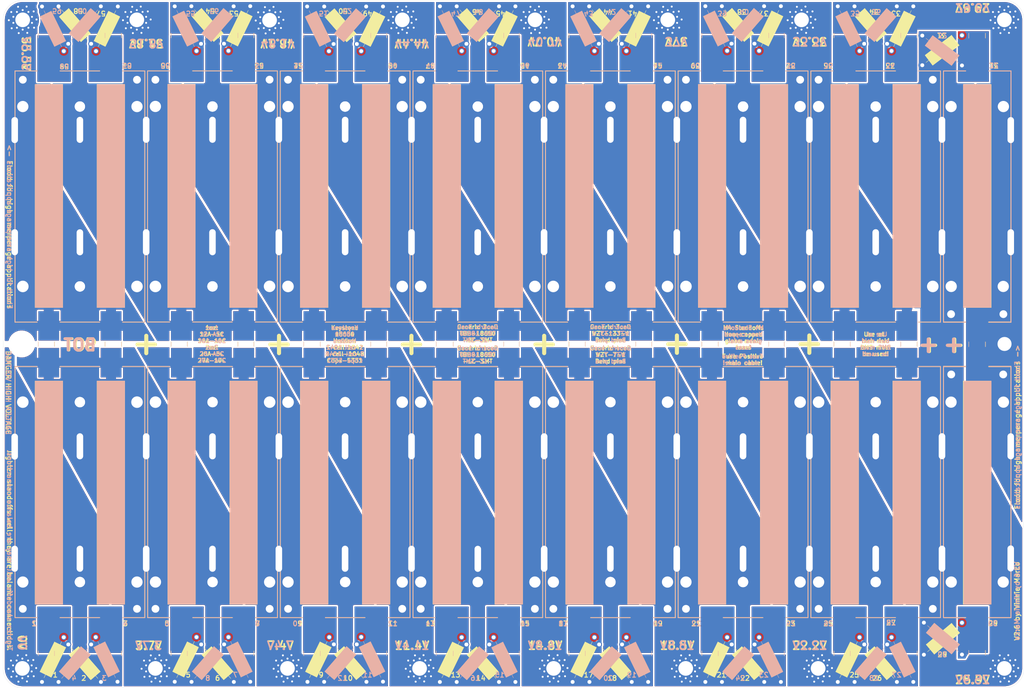
<source format=kicad_pcb>
(kicad_pcb (version 20171130) (host pcbnew "(5.1.2)-2")
  (layers (0 F.Cu signal) (31 B.Cu signal) (34 B.Paste user hide) (35 F.Paste user hide) (36 B.SilkS user) (37 F.SilkS user) (38 B.Mask user) (39 F.Mask user) (44 Edge.Cuts user))
  (net 0 "")
  (net 1 "Net-(BT1-Pad2)")
  (net 2 "Net-(BT1-Pad1)")
  (net 3 "Net-(BT2-Pad2)")
  (net 4 "Net-(BT3-Pad2)")
  (net 5 "Net-(BT13-Pad1)")
  (net 6 "Net-(BT4-Pad2)")
  (net 7 "Net-(BT14-Pad1)")
  (net 8 "Net-(BT5-Pad2)")
  (net 9 "Net-(BT10-Pad1)")
  (net 10 "Net-(BT6-Pad2)")
  (net 11 "Net-(BT7-Pad2)")
  (net 12 "Net-(BT8-Pad2)")
  (net 13 "Net-(BT9-Pad2)")
  (net 14 "Net-(BT10-Pad2)")
  (net 15 "Net-(BT11-Pad2)")
  (net 16 "Net-(BT12-Pad2)")
  (net 17 "Net-(BT13-Pad2)")
  (net 18 "Net-(BT14-Pad2)")
  (net 19 "Net-(BT15-Pad2)")
  (net 20 "Net-(BT16-Pad2)")
  (net 21 "Net-(BT17-Pad2)")
  (net 22 "Net-(BT18-Pad2)")
  (net 23 "Net-(BT19-Pad2)")
  (net 24 "Net-(BT20-Pad2)")
  (net 25 "Net-(BT21-Pad2)")
  (net 26 "Net-(BT22-Pad2)")
  (net 27 "Net-(BT23-Pad2)")
  (net 28 "Net-(BT24-Pad2)")
  (net 29 "Net-(BT25-Pad2)")
  (net 30 "Net-(BT26-Pad2)")
  (net 31 "Net-(BT27-Pad2)")
  (net 32 "Net-(BT28-Pad2)")
  (net 33 "Net-(BT29-Pad2)")
  (net 34 "Net-(BT30-Pad2)")
  (net 35 "Net-(BT31-Pad2)")
  (net 36 "Net-(BT32-Pad2)")
  (net 37 Earth)
  (net 38 "Net-(BT11-Pad1)")
  (net 39 "Net-(BT1-Pad4)")
  (net 40 "Net-(BT2-Pad4)")
  (net 41 "Net-(BT3-Pad4)")
  (net 42 "Net-(BT4-Pad4)")
  (net 43 "Net-(BT5-Pad4)")
  (net 44 "Net-(BT6-Pad4)")
  (net 45 "Net-(BT7-Pad4)")
  (net 46 "Net-(BT8-Pad4)")
  (net 47 "Net-(BT9-Pad4)")
  (net 48 "Net-(BT10-Pad4)")
  (net 49 "Net-(BT11-Pad4)")
  (net 50 "Net-(BT12-Pad4)")
  (net 51 "Net-(BT13-Pad4)")
  (net 52 "Net-(BT14-Pad4)")
  (net 53 "Net-(BT15-Pad4)")
  (net 54 "Net-(BT16-Pad4)")
  (net 55 "Net-(BT17-Pad4)")
  (net 56 "Net-(BT18-Pad4)")
  (net 57 "Net-(BT19-Pad4)")
  (net 58 "Net-(BT20-Pad4)")
  (net 59 "Net-(BT22-Pad4)")
  (net 60 "Net-(BT23-Pad4)")
  (net 61 "Net-(BT24-Pad4)")
  (net 62 "Net-(BT25-Pad4)")
  (net 63 "Net-(BT28-Pad4)")
  (net 64 "Net-(BT29-Pad4)")
  (net 65 "Net-(BT30-Pad4)")
  (net 66 "Net-(BT31-Pad4)")
  (net 67 "Net-(BT1-Pad6)")
  (net 68 "Net-(BT2-Pad6)")
  (net 69 "Net-(BT3-Pad6)")
  (net 70 "Net-(BT11-Pad6)")
  (net 71 "Net-(BT12-Pad6)")
  (net 72 "Net-(BT13-Pad6)")
  (net 73 "Net-(BT14-Pad6)")
  (net 74 "Net-(BT22-Pad6)")
  (net 75 "Net-(BT23-Pad6)")
  (net 76 "Net-(BT24-Pad6)")
  (module 1048:fuse (layer F.Cu) (at 253.69 32.351774 131)
    (fp_text reference F60 hide)
    (fp_text value Fuse_Small)
    (pad 2 thru_hole oval (at 15.24 0 131) (size 2.4 2.4) (drill 1.2) (layers *.Cu *.Mask) (net 38 "Net-(BT11-Pad1)"))
    (pad 1 thru_hole circle (at 0 0 131) (size 1.75 1.75) (drill 1.2) (layers *.Cu *.Mask) (net 66 "Net-(BT31-Pad4)"))
  )
  (module 1048:fuse (layer F.Cu) (at 213.07834 32.351774 131)
    (fp_text reference F59 hide)
    (fp_text value Fuse_Small)
    (pad 2 thru_hole oval (at 15.24 0 131) (size 2.4 2.4) (drill 1.2) (layers *.Cu *.Mask) (net 76 "Net-(BT24-Pad6)"))
    (pad 1 thru_hole circle (at 0 0 131) (size 1.75 1.75) (drill 1.2) (layers *.Cu *.Mask) (net 65 "Net-(BT30-Pad4)"))
  )
  (module 1048:fuse (layer F.Cu) (at 172.46 32.411774 131)
    (fp_text reference F58 hide)
    (fp_text value Fuse_Small)
    (pad 2 thru_hole oval (at 15.24 0 131) (size 2.4 2.4) (drill 1.2) (layers *.Cu *.Mask) (net 75 "Net-(BT23-Pad6)"))
    (pad 1 thru_hole circle (at 0 0 131) (size 1.75 1.75) (drill 1.2) (layers *.Cu *.Mask) (net 64 "Net-(BT29-Pad4)"))
  )
  (module 1048:fuse (layer F.Cu) (at 131.73 32.32 131)
    (fp_text reference F57 hide)
    (fp_text value Fuse_Small)
    (pad 2 thru_hole oval (at 15.24 0 131) (size 2.4 2.4) (drill 1.2) (layers *.Cu *.Mask) (net 74 "Net-(BT22-Pad6)"))
    (pad 1 thru_hole circle (at 0 0 131) (size 1.75 1.75) (drill 1.2) (layers *.Cu *.Mask) (net 63 "Net-(BT28-Pad4)"))
  )
  (module 1048:fuse (layer F.Cu) (at 90.99834 32.351774 131)
    (fp_text reference F56 hide)
    (fp_text value Fuse_Small)
    (pad 2 thru_hole oval (at 15.24 0 131) (size 2.4 2.4) (drill 1.2) (layers *.Cu *.Mask) (net 73 "Net-(BT14-Pad6)"))
    (pad 1 thru_hole circle (at 0 0 131) (size 1.75 1.75) (drill 1.2) (layers *.Cu *.Mask) (net 57 "Net-(BT19-Pad4)"))
  )
  (module 1048:fuse (layer B.Cu) (at 246.663693 32.351774 49)
    (fp_text reference F55 hide)
    (fp_text value Fuse_Small)
    (pad 2 thru_hole oval (at 15.24 0 49) (size 2.4 2.4) (drill 1.2) (layers *.Cu *.Mask) (net 38 "Net-(BT11-Pad1)"))
    (pad 1 thru_hole circle (at 0 0 49) (size 1.75 1.75) (drill 1.2) (layers *.Cu *.Mask) (net 35 "Net-(BT31-Pad2)"))
  )
  (module 1048:fuse (layer B.Cu) (at 206.063693 32.351774 49)
    (fp_text reference F54 hide)
    (fp_text value Fuse_Small)
    (pad 2 thru_hole oval (at 15.24 0 49) (size 2.4 2.4) (drill 1.2) (layers *.Cu *.Mask) (net 76 "Net-(BT24-Pad6)"))
    (pad 1 thru_hole circle (at 0 0 49) (size 1.75 1.75) (drill 1.2) (layers *.Cu *.Mask) (net 34 "Net-(BT30-Pad2)"))
  )
  (module 1048:fuse (layer B.Cu) (at 165.323693 32.411774 49)
    (fp_text reference F53 hide)
    (fp_text value Fuse_Small)
    (pad 2 thru_hole oval (at 15.24 0 49) (size 2.4 2.4) (drill 1.2) (layers *.Cu *.Mask) (net 75 "Net-(BT23-Pad6)"))
    (pad 1 thru_hole circle (at 0 0 49) (size 1.75 1.75) (drill 1.2) (layers *.Cu *.Mask) (net 33 "Net-(BT29-Pad2)"))
  )
  (module 1048:fuse (layer B.Cu) (at 124.683693 32.35 49)
    (fp_text reference F52 hide)
    (fp_text value Fuse_Small)
    (pad 2 thru_hole oval (at 15.24 0 49) (size 2.4 2.4) (drill 1.2) (layers *.Cu *.Mask) (net 74 "Net-(BT22-Pad6)"))
    (pad 1 thru_hole circle (at 0 0 49) (size 1.75 1.75) (drill 1.2) (layers *.Cu *.Mask) (net 32 "Net-(BT28-Pad2)"))
  )
  (module 1048:fuse (layer B.Cu) (at 83.973693 32.351774 49)
    (fp_text reference F51 hide)
    (fp_text value Fuse_Small)
    (pad 2 thru_hole oval (at 15.24 0 49) (size 2.4 2.4) (drill 1.2) (layers *.Cu *.Mask) (net 73 "Net-(BT14-Pad6)"))
    (pad 1 thru_hole circle (at 0 0 49) (size 1.75 1.75) (drill 1.2) (layers *.Cu *.Mask) (net 23 "Net-(BT19-Pad2)"))
  )
  (module 1048:fuse (layer B.Cu) (at 245.3 34.547621 116)
    (fp_text reference F50 hide)
    (fp_text value Fuse_Small)
    (pad 2 thru_hole oval (at 15.24 0 116) (size 2.4 2.4) (drill 1.2) (layers *.Cu *.Mask) (net 38 "Net-(BT11-Pad1)"))
    (pad 1 thru_hole circle (at 0 0 116) (size 1.75 1.75) (drill 1.2) (layers *.Cu *.Mask) (net 62 "Net-(BT25-Pad4)"))
  )
  (module 1048:fuse (layer B.Cu) (at 204.62 34.547621 116)
    (fp_text reference F49 hide)
    (fp_text value Fuse_Small)
    (pad 2 thru_hole oval (at 15.24 0 116) (size 2.4 2.4) (drill 1.2) (layers *.Cu *.Mask) (net 76 "Net-(BT24-Pad6)"))
    (pad 1 thru_hole circle (at 0 0 116) (size 1.75 1.75) (drill 1.2) (layers *.Cu *.Mask) (net 61 "Net-(BT24-Pad4)"))
  )
  (module 1048:fuse (layer B.Cu) (at 163.9 34.6 116)
    (fp_text reference F48 hide)
    (fp_text value Fuse_Small)
    (pad 2 thru_hole oval (at 15.24 0 116) (size 2.4 2.4) (drill 1.2) (layers *.Cu *.Mask) (net 75 "Net-(BT23-Pad6)"))
    (pad 1 thru_hole circle (at 0 0 116) (size 1.75 1.75) (drill 1.2) (layers *.Cu *.Mask) (net 60 "Net-(BT23-Pad4)"))
  )
  (module 1048:fuse (layer B.Cu) (at 123.3 34.547621 116)
    (fp_text reference F47 hide)
    (fp_text value Fuse_Small)
    (pad 2 thru_hole oval (at 15.24 0 116) (size 2.4 2.4) (drill 1.2) (layers *.Cu *.Mask) (net 74 "Net-(BT22-Pad6)"))
    (pad 1 thru_hole circle (at 0 0 116) (size 1.75 1.75) (drill 1.2) (layers *.Cu *.Mask) (net 59 "Net-(BT22-Pad4)"))
  )
  (module 1048:fuse (layer B.Cu) (at 82.6 34.6 116)
    (fp_text reference F46 hide)
    (fp_text value Fuse_Small)
    (pad 2 thru_hole oval (at 15.24 0 116) (size 2.4 2.4) (drill 1.2) (layers *.Cu *.Mask) (net 73 "Net-(BT14-Pad6)"))
    (pad 1 thru_hole circle (at 0 0 116) (size 1.75 1.75) (drill 1.2) (layers *.Cu *.Mask) (net 52 "Net-(BT14-Pad4)"))
  )
  (module 1048:fuse (layer F.Cu) (at 255.1 34.547621 64)
    (fp_text reference F45 hide)
    (fp_text value Fuse_Small)
    (pad 2 thru_hole oval (at 15.24 0 64) (size 2.4 2.4) (drill 1.2) (layers *.Cu *.Mask) (net 38 "Net-(BT11-Pad1)"))
    (pad 1 thru_hole circle (at 0 0 64) (size 1.75 1.75) (drill 1.2) (layers *.Cu *.Mask) (net 29 "Net-(BT25-Pad2)"))
  )
  (module 1048:fuse (layer F.Cu) (at 214.4 34.547621 64)
    (fp_text reference F44 hide)
    (fp_text value Fuse_Small)
    (pad 2 thru_hole oval (at 15.24 0 64) (size 2.4 2.4) (drill 1.2) (layers *.Cu *.Mask) (net 76 "Net-(BT24-Pad6)"))
    (pad 1 thru_hole circle (at 0 0 64) (size 1.75 1.75) (drill 1.2) (layers *.Cu *.Mask) (net 28 "Net-(BT24-Pad2)"))
  )
  (module 1048:fuse (layer F.Cu) (at 173.8 34.6 64)
    (fp_text reference F43 hide)
    (fp_text value Fuse_Small)
    (pad 2 thru_hole oval (at 15.24 0 64) (size 2.4 2.4) (drill 1.2) (layers *.Cu *.Mask) (net 75 "Net-(BT23-Pad6)"))
    (pad 1 thru_hole circle (at 0 0 64) (size 1.75 1.75) (drill 1.2) (layers *.Cu *.Mask) (net 27 "Net-(BT23-Pad2)"))
  )
  (module 1048:fuse (layer F.Cu) (at 133.1 34.5 64)
    (fp_text reference F42 hide)
    (fp_text value Fuse_Small)
    (pad 2 thru_hole oval (at 15.24 0 64) (size 2.4 2.4) (drill 1.2) (layers *.Cu *.Mask) (net 74 "Net-(BT22-Pad6)"))
    (pad 1 thru_hole circle (at 0 0 64) (size 1.75 1.75) (drill 1.2) (layers *.Cu *.Mask) (net 26 "Net-(BT22-Pad2)"))
  )
  (module 1048:fuse (layer F.Cu) (at 92.5 34.6 64)
    (fp_text reference F41 hide)
    (fp_text value Fuse_Small)
    (pad 2 thru_hole oval (at 15.24 0 64) (size 2.4 2.4) (drill 1.2) (layers *.Cu *.Mask) (net 73 "Net-(BT14-Pad6)"))
    (pad 1 thru_hole circle (at 0 0 64) (size 1.75 1.75) (drill 1.2) (layers *.Cu *.Mask) (net 18 "Net-(BT14-Pad2)"))
  )
  (module 1048:fuse (layer F.Cu) (at 287.38 216.648226 311)
    (fp_text reference F40 hide)
    (fp_text value Fuse_Small)
    (pad 2 thru_hole oval (at 15.24 0 311) (size 2.4 2.4) (drill 1.2) (layers *.Cu *.Mask) (net 2 "Net-(BT1-Pad1)"))
    (pad 1 thru_hole circle (at 0 0 311) (size 1.75 1.75) (drill 1.2) (layers *.Cu *.Mask) (net 58 "Net-(BT20-Pad4)"))
  )
  (module 1048:fuse (layer F.Cu) (at 328.05 216.648226 311)
    (fp_text reference F39 hide)
    (fp_text value Fuse_Small)
    (pad 2 thru_hole oval (at 15.24 0 311) (size 2.4 2.4) (drill 1.2) (layers *.Cu *.Mask) (net 72 "Net-(BT13-Pad6)"))
    (pad 1 thru_hole circle (at 0 0 311) (size 1.75 1.75) (drill 1.2) (layers *.Cu *.Mask) (net 56 "Net-(BT18-Pad4)"))
  )
  (module 1048:fuse (layer B.Cu) (at 358 39 143)
    (fp_text reference F38 hide)
    (fp_text value Fuse_Small)
    (pad 2 thru_hole oval (at 15.24 0 143) (size 2.4 2.4) (drill 1.2) (layers *.Cu *.Mask) (net 5 "Net-(BT13-Pad1)"))
    (pad 1 thru_hole circle (at 0 0 143) (size 1.75 1.75) (drill 1.2) (layers *.Cu *.Mask) (net 36 "Net-(BT32-Pad2)"))
  )
  (module 1048:fuse (layer F.Cu) (at 335.05 32.351774 131)
    (fp_text reference F37 hide)
    (fp_text value Fuse_Small)
    (pad 2 thru_hole oval (at 15.24 0 131) (size 2.4 2.4) (drill 1.2) (layers *.Cu *.Mask) (net 71 "Net-(BT12-Pad6)"))
    (pad 1 thru_hole circle (at 0 0 131) (size 1.75 1.75) (drill 1.2) (layers *.Cu *.Mask) (net 55 "Net-(BT17-Pad4)"))
  )
  (module 1048:fuse (layer F.Cu) (at 294.38 32.311774 131)
    (fp_text reference F36 hide)
    (fp_text value Fuse_Small)
    (pad 2 thru_hole oval (at 15.24 0 131) (size 2.4 2.4) (drill 1.2) (layers *.Cu *.Mask) (net 70 "Net-(BT11-Pad6)"))
    (pad 1 thru_hole circle (at 0 0 131) (size 1.75 1.75) (drill 1.2) (layers *.Cu *.Mask) (net 54 "Net-(BT16-Pad4)"))
  )
  (module 1048:fuse (layer B.Cu) (at 294.406307 216.648226 229)
    (fp_text reference F35 hide)
    (fp_text value Fuse_Small)
    (pad 2 thru_hole oval (at 15.24 0 229) (size 2.4 2.4) (drill 1.2) (layers *.Cu *.Mask) (net 2 "Net-(BT1-Pad1)"))
    (pad 1 thru_hole circle (at 0 0 229) (size 1.75 1.75) (drill 1.2) (layers *.Cu *.Mask) (net 24 "Net-(BT20-Pad2)"))
  )
  (module 1048:fuse (layer B.Cu) (at 335.076307 216.648226 229)
    (fp_text reference F34 hide)
    (fp_text value Fuse_Small)
    (pad 2 thru_hole oval (at 15.24 0 229) (size 2.4 2.4) (drill 1.2) (layers *.Cu *.Mask) (net 72 "Net-(BT13-Pad6)"))
    (pad 1 thru_hole circle (at 0 0 229) (size 1.75 1.75) (drill 1.2) (layers *.Cu *.Mask) (net 22 "Net-(BT18-Pad2)"))
  )
  (module 1048:fuse (layer F.Cu) (at 358 29.75 217)
    (fp_text reference F33 hide)
    (fp_text value Fuse_Small)
    (pad 2 thru_hole oval (at 15.24 0 217) (size 2.4 2.4) (drill 1.2) (layers *.Cu *.Mask) (net 5 "Net-(BT13-Pad1)"))
    (pad 1 thru_hole circle (at 0 0 217) (size 1.75 1.75) (drill 1.2) (layers *.Cu *.Mask) (net 31 "Net-(BT27-Pad2)"))
  )
  (module 1048:fuse (layer B.Cu) (at 328.023693 32.35 49)
    (fp_text reference F32 hide)
    (fp_text value Fuse_Small)
    (pad 2 thru_hole oval (at 15.24 0 49) (size 2.4 2.4) (drill 1.2) (layers *.Cu *.Mask) (net 71 "Net-(BT12-Pad6)"))
    (pad 1 thru_hole circle (at 0 0 49) (size 1.75 1.75) (drill 1.2) (layers *.Cu *.Mask) (net 21 "Net-(BT17-Pad2)"))
  )
  (module 1048:fuse (layer B.Cu) (at 287.333693 32.311774 49)
    (fp_text reference F31 hide)
    (fp_text value Fuse_Small)
    (pad 2 thru_hole oval (at 15.24 0 49) (size 2.4 2.4) (drill 1.2) (layers *.Cu *.Mask) (net 70 "Net-(BT11-Pad6)"))
    (pad 1 thru_hole circle (at 0 0 49) (size 1.75 1.75) (drill 1.2) (layers *.Cu *.Mask) (net 20 "Net-(BT16-Pad2)"))
  )
  (module 1048:fuse (layer B.Cu) (at 295.8 214.452379 296)
    (fp_text reference F30 hide)
    (fp_text value Fuse_Small)
    (pad 2 thru_hole oval (at 15.24 0 296) (size 2.4 2.4) (drill 1.2) (layers *.Cu *.Mask) (net 2 "Net-(BT1-Pad1)"))
    (pad 1 thru_hole circle (at 0 0 296) (size 1.75 1.75) (drill 1.2) (layers *.Cu *.Mask) (net 53 "Net-(BT15-Pad4)"))
  )
  (module 1048:fuse (layer B.Cu) (at 336.4 214.452379 296)
    (fp_text reference F29 hide)
    (fp_text value Fuse_Small)
    (pad 2 thru_hole oval (at 15.24 0 296) (size 2.4 2.4) (drill 1.2) (layers *.Cu *.Mask) (net 72 "Net-(BT13-Pad6)"))
    (pad 1 thru_hole circle (at 0 0 296) (size 1.75 1.75) (drill 1.2) (layers *.Cu *.Mask) (net 51 "Net-(BT13-Pad4)"))
  )
  (module 1048:fuse (layer B.Cu) (at 358 219.75 140)
    (fp_text reference F28 hide)
    (fp_text value Fuse_Small)
    (pad 2 thru_hole oval (at 15.24 0 140) (size 2.4 2.4) (drill 1.2) (layers *.Cu *.Mask) (net 5 "Net-(BT13-Pad1)"))
    (pad 1 thru_hole circle (at 0 0 140) (size 1.75 1.75) (drill 1.2) (layers *.Cu *.Mask) (net 30 "Net-(BT26-Pad2)"))
  )
  (module 1048:fuse (layer B.Cu) (at 326.6 34.547621 116)
    (fp_text reference F27 hide)
    (fp_text value Fuse_Small)
    (pad 2 thru_hole oval (at 15.24 0 116) (size 2.4 2.4) (drill 1.2) (layers *.Cu *.Mask) (net 71 "Net-(BT12-Pad6)"))
    (pad 1 thru_hole circle (at 0 0 116) (size 1.75 1.75) (drill 1.2) (layers *.Cu *.Mask) (net 50 "Net-(BT12-Pad4)"))
  )
  (module 1048:fuse (layer B.Cu) (at 286 34.5 116)
    (fp_text reference F26 hide)
    (fp_text value Fuse_Small)
    (pad 2 thru_hole oval (at 15.24 0 116) (size 2.4 2.4) (drill 1.2) (layers *.Cu *.Mask) (net 70 "Net-(BT11-Pad6)"))
    (pad 1 thru_hole circle (at 0 0 116) (size 1.75 1.75) (drill 1.2) (layers *.Cu *.Mask) (net 49 "Net-(BT11-Pad4)"))
  )
  (module 1048:fuse (layer F.Cu) (at 286 214.452379 244)
    (fp_text reference F25 hide)
    (fp_text value Fuse_Small)
    (pad 2 thru_hole oval (at 15.24 0 244) (size 2.4 2.4) (drill 1.2) (layers *.Cu *.Mask) (net 2 "Net-(BT1-Pad1)"))
    (pad 1 thru_hole circle (at 0 0 244) (size 1.75 1.75) (drill 1.2) (layers *.Cu *.Mask) (net 19 "Net-(BT15-Pad2)"))
  )
  (module 1048:fuse (layer F.Cu) (at 326.6 214.452379 244)
    (fp_text reference F24 hide)
    (fp_text value Fuse_Small)
    (pad 2 thru_hole oval (at 15.24 0 244) (size 2.4 2.4) (drill 1.2) (layers *.Cu *.Mask) (net 72 "Net-(BT13-Pad6)"))
    (pad 1 thru_hole circle (at 0 0 244) (size 1.75 1.75) (drill 1.2) (layers *.Cu *.Mask) (net 17 "Net-(BT13-Pad2)"))
  )
  (module 1048:fuse (layer F.Cu) (at 358 210 220)
    (fp_text reference F23 hide)
    (fp_text value Fuse_Small)
    (pad 2 thru_hole oval (at 15.24 0 220) (size 2.4 2.4) (drill 1.2) (layers *.Cu *.Mask) (net 5 "Net-(BT13-Pad1)"))
    (pad 1 thru_hole circle (at 0 0 220) (size 1.75 1.75) (drill 1.2) (layers *.Cu *.Mask) (net 25 "Net-(BT21-Pad2)"))
  )
  (module 1048:fuse (layer F.Cu) (at 336.4 34.547621 64)
    (fp_text reference F22 hide)
    (fp_text value Fuse_Small)
    (pad 2 thru_hole oval (at 15.24 0 64) (size 2.4 2.4) (drill 1.2) (layers *.Cu *.Mask) (net 71 "Net-(BT12-Pad6)"))
    (pad 1 thru_hole circle (at 0 0 64) (size 1.75 1.75) (drill 1.2) (layers *.Cu *.Mask) (net 16 "Net-(BT12-Pad2)"))
  )
  (module 1048:fuse (layer F.Cu) (at 295.8 34.5 64)
    (fp_text reference F21 hide)
    (fp_text value Fuse_Small)
    (pad 2 thru_hole oval (at 15.24 0 64) (size 2.4 2.4) (drill 1.2) (layers *.Cu *.Mask) (net 70 "Net-(BT11-Pad6)"))
    (pad 1 thru_hole circle (at 0 0 64) (size 1.75 1.75) (drill 1.2) (layers *.Cu *.Mask) (net 15 "Net-(BT11-Pad2)"))
  )
  (module 1048:fuse (layer F.Cu) (at 84 216.65 311)
    (fp_text reference F20 hide)
    (fp_text value Fuse_Small)
    (pad 2 thru_hole oval (at 15.24 0 311) (size 2.4 2.4) (drill 1.2) (layers *.Cu *.Mask) (net 37 Earth))
    (pad 1 thru_hole circle (at 0 0 311) (size 1.75 1.75) (drill 1.2) (layers *.Cu *.Mask) (net 48 "Net-(BT10-Pad4)"))
  )
  (module 1048:fuse (layer F.Cu) (at 124.75 216.65 311)
    (fp_text reference F19 hide)
    (fp_text value Fuse_Small)
    (pad 2 thru_hole oval (at 15.24 0 311) (size 2.4 2.4) (drill 1.2) (layers *.Cu *.Mask) (net 9 "Net-(BT10-Pad1)"))
    (pad 1 thru_hole circle (at 0 0 311) (size 1.75 1.75) (drill 1.2) (layers *.Cu *.Mask) (net 47 "Net-(BT9-Pad4)"))
  )
  (module 1048:fuse (layer F.Cu) (at 165.41 216.618226 311)
    (fp_text reference F18 hide)
    (fp_text value Fuse_Small)
    (pad 2 thru_hole oval (at 15.24 0 311) (size 2.4 2.4) (drill 1.2) (layers *.Cu *.Mask) (net 69 "Net-(BT3-Pad6)"))
    (pad 1 thru_hole circle (at 0 0 311) (size 1.75 1.75) (drill 1.2) (layers *.Cu *.Mask) (net 46 "Net-(BT8-Pad4)"))
  )
  (module 1048:fuse (layer F.Cu) (at 206.05 216.658226 311)
    (fp_text reference F17 hide)
    (fp_text value Fuse_Small)
    (pad 2 thru_hole oval (at 15.24 0 311) (size 2.4 2.4) (drill 1.2) (layers *.Cu *.Mask) (net 68 "Net-(BT2-Pad6)"))
    (pad 1 thru_hole circle (at 0 0 311) (size 1.75 1.75) (drill 1.2) (layers *.Cu *.Mask) (net 45 "Net-(BT7-Pad4)"))
  )
  (module 1048:fuse (layer F.Cu) (at 246.75 216.648226 311)
    (fp_text reference F16 hide)
    (fp_text value Fuse_Small)
    (pad 2 thru_hole oval (at 15.24 0 311) (size 2.4 2.4) (drill 1.2) (layers *.Cu *.Mask) (net 67 "Net-(BT1-Pad6)"))
    (pad 1 thru_hole circle (at 0 0 311) (size 1.75 1.75) (drill 1.2) (layers *.Cu *.Mask) (net 44 "Net-(BT6-Pad4)"))
  )
  (module 1048:fuse (layer B.Cu) (at 91 216.65 229)
    (fp_text reference F15 hide)
    (fp_text value Fuse_Small)
    (pad 2 thru_hole oval (at 15.24 0 229) (size 2.4 2.4) (drill 1.2) (layers *.Cu *.Mask) (net 37 Earth))
    (pad 1 thru_hole circle (at 0 0 229) (size 1.75 1.75) (drill 1.2) (layers *.Cu *.Mask) (net 14 "Net-(BT10-Pad2)"))
  )
  (module 1048:fuse (layer B.Cu) (at 131.776307 216.623693 229)
    (fp_text reference F14 hide)
    (fp_text value Fuse_Small)
    (pad 2 thru_hole oval (at 15.24 0 229) (size 2.4 2.4) (drill 1.2) (layers *.Cu *.Mask) (net 9 "Net-(BT10-Pad1)"))
    (pad 1 thru_hole circle (at 0 0 229) (size 1.75 1.75) (drill 1.2) (layers *.Cu *.Mask) (net 13 "Net-(BT9-Pad2)"))
  )
  (module 1048:fuse (layer B.Cu) (at 172.436307 216.618226 229)
    (fp_text reference F13 hide)
    (fp_text value Fuse_Small)
    (pad 2 thru_hole oval (at 15.24 0 229) (size 2.4 2.4) (drill 1.2) (layers *.Cu *.Mask) (net 69 "Net-(BT3-Pad6)"))
    (pad 1 thru_hole circle (at 0 0 229) (size 1.75 1.75) (drill 1.2) (layers *.Cu *.Mask) (net 12 "Net-(BT8-Pad2)"))
  )
  (module 1048:fuse (layer B.Cu) (at 213.076307 216.658226 229)
    (fp_text reference F12 hide)
    (fp_text value Fuse_Small)
    (pad 2 thru_hole oval (at 15.24 0 229) (size 2.4 2.4) (drill 1.2) (layers *.Cu *.Mask) (net 68 "Net-(BT2-Pad6)"))
    (pad 1 thru_hole circle (at 0 0 229) (size 1.75 1.75) (drill 1.2) (layers *.Cu *.Mask) (net 11 "Net-(BT7-Pad2)"))
  )
  (module 1048:fuse (layer B.Cu) (at 253.776307 216.648226 229)
    (fp_text reference F11 hide)
    (fp_text value Fuse_Small)
    (pad 2 thru_hole oval (at 15.24 0 229) (size 2.4 2.4) (drill 1.2) (layers *.Cu *.Mask) (net 67 "Net-(BT1-Pad6)"))
    (pad 1 thru_hole circle (at 0 0 229) (size 1.75 1.75) (drill 1.2) (layers *.Cu *.Mask) (net 10 "Net-(BT6-Pad2)"))
  )
  (module 1048:fuse (layer B.Cu) (at 92.4 214.4 296)
    (fp_text reference F10 hide)
    (fp_text value Fuse_Small)
    (pad 2 thru_hole oval (at 15.24 0 296) (size 2.4 2.4) (drill 1.2) (layers *.Cu *.Mask) (net 37 Earth))
    (pad 1 thru_hole circle (at 0 0 296) (size 1.75 1.75) (drill 1.2) (layers *.Cu *.Mask) (net 43 "Net-(BT5-Pad4)"))
  )
  (module 1048:fuse (layer B.Cu) (at 133.1 214.4 296)
    (fp_text reference F9 hide)
    (fp_text value Fuse_Small)
    (pad 2 thru_hole oval (at 15.24 0 296) (size 2.4 2.4) (drill 1.2) (layers *.Cu *.Mask) (net 9 "Net-(BT10-Pad1)"))
    (pad 1 thru_hole circle (at 0 0 296) (size 1.75 1.75) (drill 1.2) (layers *.Cu *.Mask) (net 42 "Net-(BT4-Pad4)"))
  )
  (module 1048:fuse (layer B.Cu) (at 173.8 214.37 296)
    (fp_text reference F8 hide)
    (fp_text value Fuse_Small)
    (pad 2 thru_hole oval (at 15.24 0 296) (size 2.4 2.4) (drill 1.2) (layers *.Cu *.Mask) (net 69 "Net-(BT3-Pad6)"))
    (pad 1 thru_hole circle (at 0 0 296) (size 1.75 1.75) (drill 1.2) (layers *.Cu *.Mask) (net 41 "Net-(BT3-Pad4)"))
  )
  (module 1048:fuse (layer B.Cu) (at 214.4 214.462379 296)
    (fp_text reference F7 hide)
    (fp_text value Fuse_Small)
    (pad 2 thru_hole oval (at 15.24 0 296) (size 2.4 2.4) (drill 1.2) (layers *.Cu *.Mask) (net 68 "Net-(BT2-Pad6)"))
    (pad 1 thru_hole circle (at 0 0 296) (size 1.75 1.75) (drill 1.2) (layers *.Cu *.Mask) (net 40 "Net-(BT2-Pad4)"))
  )
  (module 1048:fuse (layer B.Cu) (at 255.1 214.452379 296)
    (fp_text reference F6 hide)
    (fp_text value Fuse_Small)
    (pad 2 thru_hole oval (at 15.24 0 296) (size 2.4 2.4) (drill 1.2) (layers *.Cu *.Mask) (net 67 "Net-(BT1-Pad6)"))
    (pad 1 thru_hole circle (at 0 0 296) (size 1.75 1.75) (drill 1.2) (layers *.Cu *.Mask) (net 39 "Net-(BT1-Pad4)"))
  )
  (module 1048:fuse (layer F.Cu) (at 82.6 214.452379 244)
    (fp_text reference F5 hide)
    (fp_text value Fuse_Small)
    (pad 2 thru_hole oval (at 15.24 0 244) (size 2.4 2.4) (drill 1.2) (layers *.Cu *.Mask) (net 37 Earth))
    (pad 1 thru_hole circle (at 0 0 244) (size 1.75 1.75) (drill 1.2) (layers *.Cu *.Mask) (net 8 "Net-(BT5-Pad2)"))
  )
  (module 1048:fuse (layer F.Cu) (at 123.3 214.4 244)
    (fp_text reference F4 hide)
    (fp_text value Fuse_Small)
    (pad 2 thru_hole oval (at 15.24 0 244) (size 2.4 2.4) (drill 1.2) (layers *.Cu *.Mask) (net 9 "Net-(BT10-Pad1)"))
    (pad 1 thru_hole circle (at 0 0 244) (size 1.75 1.75) (drill 1.2) (layers *.Cu *.Mask) (net 6 "Net-(BT4-Pad2)"))
  )
  (module 1048:fuse (layer F.Cu) (at 164 214.422379 244)
    (fp_text reference F3 hide)
    (fp_text value Fuse_Small)
    (pad 2 thru_hole oval (at 15.24 0 244) (size 2.4 2.4) (drill 1.2) (layers *.Cu *.Mask) (net 69 "Net-(BT3-Pad6)"))
    (pad 1 thru_hole circle (at 0 0 244) (size 1.75 1.75) (drill 1.2) (layers *.Cu *.Mask) (net 4 "Net-(BT3-Pad2)"))
  )
  (module 1048:fuse (layer F.Cu) (at 204.6 214.462379 244)
    (fp_text reference F2 hide)
    (fp_text value Fuse_Small)
    (pad 2 thru_hole oval (at 15.24 0 244) (size 2.4 2.4) (drill 1.2) (layers *.Cu *.Mask) (net 68 "Net-(BT2-Pad6)"))
    (pad 1 thru_hole circle (at 0 0 244) (size 1.75 1.75) (drill 1.2) (layers *.Cu *.Mask) (net 3 "Net-(BT2-Pad2)"))
  )
  (module 1048:fuse (layer F.Cu) (at 245.3 214.452379 244)
    (fp_text reference F1 hide)
    (fp_text value Fuse_Small)
    (pad 2 thru_hole oval (at 15.24 0 244) (size 2.4 2.4) (drill 1.2) (layers *.Cu *.Mask) (net 67 "Net-(BT1-Pad6)"))
    (pad 1 thru_hole circle (at 0 0 244) (size 1.75 1.75) (drill 1.2) (layers *.Cu *.Mask) (net 1 "Net-(BT1-Pad2)"))
  )
  (module 1048:hole (layer F.Cu) (at 227.1 25 180)
    (fp_text reference J16 hide)
    (fp_text value 40.7V)
    (pad 1 thru_hole circle (at 1.207018 -4.067322 180) (size 0.9 0.9) (drill 0.6) (layers *.Cu *.Mask) (net 76 "Net-(BT24-Pad6)"))
    (pad 1 thru_hole circle (at 3.36721 -2.581065 180) (size 0.9 0.9) (drill 0.6) (layers *.Cu *.Mask) (net 76 "Net-(BT24-Pad6)"))
    (pad 1 thru_hole circle (at 4.241242 -0.108929 180) (size 0.9 0.9) (drill 0.6) (layers *.Cu *.Mask) (net 76 "Net-(BT24-Pad6)"))
    (pad 1 thru_hole circle (at 3.495264 2.404814 180) (size 0.9 0.9) (drill 0.6) (layers *.Cu *.Mask) (net 76 "Net-(BT24-Pad6)"))
    (pad 1 thru_hole circle (at 1.414214 4 180) (size 0.9 0.9) (drill 0.6) (layers *.Cu *.Mask) (net 76 "Net-(BT24-Pad6)"))
    (pad 1 thru_hole circle (at -1.207018 4.067322 180) (size 0.9 0.9) (drill 0.6) (layers *.Cu *.Mask) (net 76 "Net-(BT24-Pad6)"))
    (pad 1 thru_hole circle (at -3.36721 2.581065 180) (size 0.9 0.9) (drill 0.6) (layers *.Cu *.Mask) (net 76 "Net-(BT24-Pad6)"))
    (pad 1 thru_hole circle (at -4.241242 0.108929 180) (size 0.9 0.9) (drill 0.6) (layers *.Cu *.Mask) (net 76 "Net-(BT24-Pad6)"))
    (pad 1 thru_hole circle (at -3.495264 -2.404814 180) (size 0.9 0.9) (drill 0.6) (layers *.Cu *.Mask) (net 76 "Net-(BT24-Pad6)"))
    (pad 1 thru_hole circle (at 1.763356 -2.427051 180) (size 0.9 0.9) (drill 0.6) (layers *.Cu *.Mask) (net 76 "Net-(BT24-Pad6)"))
    (pad 1 thru_hole circle (at 2.85317 -0.927051 180) (size 0.9 0.9) (drill 0.6) (layers *.Cu *.Mask) (net 76 "Net-(BT24-Pad6)"))
    (pad 1 thru_hole circle (at 2.85317 0.927051 180) (size 0.9 0.9) (drill 0.6) (layers *.Cu *.Mask) (net 76 "Net-(BT24-Pad6)"))
    (pad 1 thru_hole circle (at 1.763356 2.427051 180) (size 0.9 0.9) (drill 0.6) (layers *.Cu *.Mask) (net 76 "Net-(BT24-Pad6)"))
    (pad 1 thru_hole circle (at 0 3 180) (size 0.9 0.9) (drill 0.6) (layers *.Cu *.Mask) (net 76 "Net-(BT24-Pad6)"))
    (pad 1 thru_hole circle (at -1.763356 2.427051 180) (size 0.9 0.9) (drill 0.6) (layers *.Cu *.Mask) (net 76 "Net-(BT24-Pad6)"))
    (pad 1 thru_hole circle (at -2.85317 0.927051 180) (size 0.9 0.9) (drill 0.6) (layers *.Cu *.Mask) (net 76 "Net-(BT24-Pad6)"))
    (pad 1 thru_hole circle (at -2.85317 -0.927051 180) (size 0.9 0.9) (drill 0.6) (layers *.Cu *.Mask) (net 76 "Net-(BT24-Pad6)"))
    (pad 1 thru_hole circle (at -1.763356 -2.427051 180) (size 0.9 0.9) (drill 0.6) (layers *.Cu *.Mask) (net 76 "Net-(BT24-Pad6)"))
    (pad 1 thru_hole circle (at -1.414214 -4 180) (size 0.9 0.9) (drill 0.6) (layers *.Cu *.Mask) (net 76 "Net-(BT24-Pad6)"))
    (pad 1 thru_hole circle (at 0 0 180) (size 10 10) (drill 4.5) (layers *.Cu *.Mask) (net 76 "Net-(BT24-Pad6)"))
    (pad 1 thru_hole circle (at 0 -3 180) (size 0.9 0.9) (drill 0.6) (layers *.Cu *.Mask) (net 76 "Net-(BT24-Pad6)"))
  )
  (module 1048:hole (layer F.Cu) (at 186.4 25 180)
    (fp_text reference J15 hide)
    (fp_text value 44.4V)
    (pad 1 thru_hole circle (at 1.207018 -4.067322 180) (size 0.9 0.9) (drill 0.6) (layers *.Cu *.Mask) (net 75 "Net-(BT23-Pad6)"))
    (pad 1 thru_hole circle (at 3.36721 -2.581065 180) (size 0.9 0.9) (drill 0.6) (layers *.Cu *.Mask) (net 75 "Net-(BT23-Pad6)"))
    (pad 1 thru_hole circle (at 4.241242 -0.108929 180) (size 0.9 0.9) (drill 0.6) (layers *.Cu *.Mask) (net 75 "Net-(BT23-Pad6)"))
    (pad 1 thru_hole circle (at 3.495264 2.404814 180) (size 0.9 0.9) (drill 0.6) (layers *.Cu *.Mask) (net 75 "Net-(BT23-Pad6)"))
    (pad 1 thru_hole circle (at 1.414214 4 180) (size 0.9 0.9) (drill 0.6) (layers *.Cu *.Mask) (net 75 "Net-(BT23-Pad6)"))
    (pad 1 thru_hole circle (at -1.207018 4.067322 180) (size 0.9 0.9) (drill 0.6) (layers *.Cu *.Mask) (net 75 "Net-(BT23-Pad6)"))
    (pad 1 thru_hole circle (at -3.36721 2.581065 180) (size 0.9 0.9) (drill 0.6) (layers *.Cu *.Mask) (net 75 "Net-(BT23-Pad6)"))
    (pad 1 thru_hole circle (at -4.241242 0.108929 180) (size 0.9 0.9) (drill 0.6) (layers *.Cu *.Mask) (net 75 "Net-(BT23-Pad6)"))
    (pad 1 thru_hole circle (at -3.495264 -2.404814 180) (size 0.9 0.9) (drill 0.6) (layers *.Cu *.Mask) (net 75 "Net-(BT23-Pad6)"))
    (pad 1 thru_hole circle (at 1.763356 -2.427051 180) (size 0.9 0.9) (drill 0.6) (layers *.Cu *.Mask) (net 75 "Net-(BT23-Pad6)"))
    (pad 1 thru_hole circle (at 2.85317 -0.927051 180) (size 0.9 0.9) (drill 0.6) (layers *.Cu *.Mask) (net 75 "Net-(BT23-Pad6)"))
    (pad 1 thru_hole circle (at 2.85317 0.927051 180) (size 0.9 0.9) (drill 0.6) (layers *.Cu *.Mask) (net 75 "Net-(BT23-Pad6)"))
    (pad 1 thru_hole circle (at 1.763356 2.427051 180) (size 0.9 0.9) (drill 0.6) (layers *.Cu *.Mask) (net 75 "Net-(BT23-Pad6)"))
    (pad 1 thru_hole circle (at 0 3 180) (size 0.9 0.9) (drill 0.6) (layers *.Cu *.Mask) (net 75 "Net-(BT23-Pad6)"))
    (pad 1 thru_hole circle (at -1.763356 2.427051 180) (size 0.9 0.9) (drill 0.6) (layers *.Cu *.Mask) (net 75 "Net-(BT23-Pad6)"))
    (pad 1 thru_hole circle (at -2.85317 0.927051 180) (size 0.9 0.9) (drill 0.6) (layers *.Cu *.Mask) (net 75 "Net-(BT23-Pad6)"))
    (pad 1 thru_hole circle (at -2.85317 -0.927051 180) (size 0.9 0.9) (drill 0.6) (layers *.Cu *.Mask) (net 75 "Net-(BT23-Pad6)"))
    (pad 1 thru_hole circle (at -1.763356 -2.427051 180) (size 0.9 0.9) (drill 0.6) (layers *.Cu *.Mask) (net 75 "Net-(BT23-Pad6)"))
    (pad 1 thru_hole circle (at -1.414214 -4 180) (size 0.9 0.9) (drill 0.6) (layers *.Cu *.Mask) (net 75 "Net-(BT23-Pad6)"))
    (pad 1 thru_hole circle (at 0 0 180) (size 10 10) (drill 4.5) (layers *.Cu *.Mask) (net 75 "Net-(BT23-Pad6)"))
    (pad 1 thru_hole circle (at 0 -3 180) (size 0.9 0.9) (drill 0.6) (layers *.Cu *.Mask) (net 75 "Net-(BT23-Pad6)"))
  )
  (module 1048:hole (layer F.Cu) (at 145.7 25.1 180)
    (fp_text reference J14 hide)
    (fp_text value 48.1V)
    (pad 1 thru_hole circle (at 1.207018 -4.067322 180) (size 0.9 0.9) (drill 0.6) (layers *.Cu *.Mask) (net 74 "Net-(BT22-Pad6)"))
    (pad 1 thru_hole circle (at 3.36721 -2.581065 180) (size 0.9 0.9) (drill 0.6) (layers *.Cu *.Mask) (net 74 "Net-(BT22-Pad6)"))
    (pad 1 thru_hole circle (at 4.241242 -0.108929 180) (size 0.9 0.9) (drill 0.6) (layers *.Cu *.Mask) (net 74 "Net-(BT22-Pad6)"))
    (pad 1 thru_hole circle (at 3.495264 2.404814 180) (size 0.9 0.9) (drill 0.6) (layers *.Cu *.Mask) (net 74 "Net-(BT22-Pad6)"))
    (pad 1 thru_hole circle (at 1.414214 4 180) (size 0.9 0.9) (drill 0.6) (layers *.Cu *.Mask) (net 74 "Net-(BT22-Pad6)"))
    (pad 1 thru_hole circle (at -1.207018 4.067322 180) (size 0.9 0.9) (drill 0.6) (layers *.Cu *.Mask) (net 74 "Net-(BT22-Pad6)"))
    (pad 1 thru_hole circle (at -3.36721 2.581065 180) (size 0.9 0.9) (drill 0.6) (layers *.Cu *.Mask) (net 74 "Net-(BT22-Pad6)"))
    (pad 1 thru_hole circle (at -4.241242 0.108929 180) (size 0.9 0.9) (drill 0.6) (layers *.Cu *.Mask) (net 74 "Net-(BT22-Pad6)"))
    (pad 1 thru_hole circle (at -3.495264 -2.404814 180) (size 0.9 0.9) (drill 0.6) (layers *.Cu *.Mask) (net 74 "Net-(BT22-Pad6)"))
    (pad 1 thru_hole circle (at 1.763356 -2.427051 180) (size 0.9 0.9) (drill 0.6) (layers *.Cu *.Mask) (net 74 "Net-(BT22-Pad6)"))
    (pad 1 thru_hole circle (at 2.85317 -0.927051 180) (size 0.9 0.9) (drill 0.6) (layers *.Cu *.Mask) (net 74 "Net-(BT22-Pad6)"))
    (pad 1 thru_hole circle (at 2.85317 0.927051 180) (size 0.9 0.9) (drill 0.6) (layers *.Cu *.Mask) (net 74 "Net-(BT22-Pad6)"))
    (pad 1 thru_hole circle (at 1.763356 2.427051 180) (size 0.9 0.9) (drill 0.6) (layers *.Cu *.Mask) (net 74 "Net-(BT22-Pad6)"))
    (pad 1 thru_hole circle (at 0 3 180) (size 0.9 0.9) (drill 0.6) (layers *.Cu *.Mask) (net 74 "Net-(BT22-Pad6)"))
    (pad 1 thru_hole circle (at -1.763356 2.427051 180) (size 0.9 0.9) (drill 0.6) (layers *.Cu *.Mask) (net 74 "Net-(BT22-Pad6)"))
    (pad 1 thru_hole circle (at -2.85317 0.927051 180) (size 0.9 0.9) (drill 0.6) (layers *.Cu *.Mask) (net 74 "Net-(BT22-Pad6)"))
    (pad 1 thru_hole circle (at -2.85317 -0.927051 180) (size 0.9 0.9) (drill 0.6) (layers *.Cu *.Mask) (net 74 "Net-(BT22-Pad6)"))
    (pad 1 thru_hole circle (at -1.763356 -2.427051 180) (size 0.9 0.9) (drill 0.6) (layers *.Cu *.Mask) (net 74 "Net-(BT22-Pad6)"))
    (pad 1 thru_hole circle (at -1.414214 -4 180) (size 0.9 0.9) (drill 0.6) (layers *.Cu *.Mask) (net 74 "Net-(BT22-Pad6)"))
    (pad 1 thru_hole circle (at 0 0 180) (size 10 10) (drill 4.5) (layers *.Cu *.Mask) (net 74 "Net-(BT22-Pad6)"))
    (pad 1 thru_hole circle (at 0 -3 180) (size 0.9 0.9) (drill 0.6) (layers *.Cu *.Mask) (net 74 "Net-(BT22-Pad6)"))
  )
  (module 1048:hole (layer F.Cu) (at 105 25 180)
    (fp_text reference J13 hide)
    (fp_text value 51.8V)
    (pad 1 thru_hole circle (at 1.207018 -4.067322 180) (size 0.9 0.9) (drill 0.6) (layers *.Cu *.Mask) (net 73 "Net-(BT14-Pad6)"))
    (pad 1 thru_hole circle (at 3.36721 -2.581065 180) (size 0.9 0.9) (drill 0.6) (layers *.Cu *.Mask) (net 73 "Net-(BT14-Pad6)"))
    (pad 1 thru_hole circle (at 4.241242 -0.108929 180) (size 0.9 0.9) (drill 0.6) (layers *.Cu *.Mask) (net 73 "Net-(BT14-Pad6)"))
    (pad 1 thru_hole circle (at 3.495264 2.404814 180) (size 0.9 0.9) (drill 0.6) (layers *.Cu *.Mask) (net 73 "Net-(BT14-Pad6)"))
    (pad 1 thru_hole circle (at 1.414214 4 180) (size 0.9 0.9) (drill 0.6) (layers *.Cu *.Mask) (net 73 "Net-(BT14-Pad6)"))
    (pad 1 thru_hole circle (at -1.207018 4.067322 180) (size 0.9 0.9) (drill 0.6) (layers *.Cu *.Mask) (net 73 "Net-(BT14-Pad6)"))
    (pad 1 thru_hole circle (at -3.36721 2.581065 180) (size 0.9 0.9) (drill 0.6) (layers *.Cu *.Mask) (net 73 "Net-(BT14-Pad6)"))
    (pad 1 thru_hole circle (at -4.241242 0.108929 180) (size 0.9 0.9) (drill 0.6) (layers *.Cu *.Mask) (net 73 "Net-(BT14-Pad6)"))
    (pad 1 thru_hole circle (at -3.495264 -2.404814 180) (size 0.9 0.9) (drill 0.6) (layers *.Cu *.Mask) (net 73 "Net-(BT14-Pad6)"))
    (pad 1 thru_hole circle (at 1.763356 -2.427051 180) (size 0.9 0.9) (drill 0.6) (layers *.Cu *.Mask) (net 73 "Net-(BT14-Pad6)"))
    (pad 1 thru_hole circle (at 2.85317 -0.927051 180) (size 0.9 0.9) (drill 0.6) (layers *.Cu *.Mask) (net 73 "Net-(BT14-Pad6)"))
    (pad 1 thru_hole circle (at 2.85317 0.927051 180) (size 0.9 0.9) (drill 0.6) (layers *.Cu *.Mask) (net 73 "Net-(BT14-Pad6)"))
    (pad 1 thru_hole circle (at 1.763356 2.427051 180) (size 0.9 0.9) (drill 0.6) (layers *.Cu *.Mask) (net 73 "Net-(BT14-Pad6)"))
    (pad 1 thru_hole circle (at 0 3 180) (size 0.9 0.9) (drill 0.6) (layers *.Cu *.Mask) (net 73 "Net-(BT14-Pad6)"))
    (pad 1 thru_hole circle (at -1.763356 2.427051 180) (size 0.9 0.9) (drill 0.6) (layers *.Cu *.Mask) (net 73 "Net-(BT14-Pad6)"))
    (pad 1 thru_hole circle (at -2.85317 0.927051 180) (size 0.9 0.9) (drill 0.6) (layers *.Cu *.Mask) (net 73 "Net-(BT14-Pad6)"))
    (pad 1 thru_hole circle (at -2.85317 -0.927051 180) (size 0.9 0.9) (drill 0.6) (layers *.Cu *.Mask) (net 73 "Net-(BT14-Pad6)"))
    (pad 1 thru_hole circle (at -1.763356 -2.427051 180) (size 0.9 0.9) (drill 0.6) (layers *.Cu *.Mask) (net 73 "Net-(BT14-Pad6)"))
    (pad 1 thru_hole circle (at -1.414214 -4 180) (size 0.9 0.9) (drill 0.6) (layers *.Cu *.Mask) (net 73 "Net-(BT14-Pad6)"))
    (pad 1 thru_hole circle (at 0 0 180) (size 10 10) (drill 4.5) (layers *.Cu *.Mask) (net 73 "Net-(BT14-Pad6)"))
    (pad 1 thru_hole circle (at 0 -3 180) (size 0.9 0.9) (drill 0.6) (layers *.Cu *.Mask) (net 73 "Net-(BT14-Pad6)"))
  )
  (module 1048:hole (layer F.Cu) (at 70 25 180)
    (fp_text reference J12 hide)
    (fp_text value 55.5V)
    (pad 1 thru_hole circle (at 1.207018 -4.067322 180) (size 0.9 0.9) (drill 0.6) (layers *.Cu *.Mask) (net 7 "Net-(BT14-Pad1)"))
    (pad 1 thru_hole circle (at 3.36721 -2.581065 180) (size 0.9 0.9) (drill 0.6) (layers *.Cu *.Mask) (net 7 "Net-(BT14-Pad1)"))
    (pad 1 thru_hole circle (at 4.241242 -0.108929 180) (size 0.9 0.9) (drill 0.6) (layers *.Cu *.Mask) (net 7 "Net-(BT14-Pad1)"))
    (pad 1 thru_hole circle (at 3.495264 2.404814 180) (size 0.9 0.9) (drill 0.6) (layers *.Cu *.Mask) (net 7 "Net-(BT14-Pad1)"))
    (pad 1 thru_hole circle (at 1.414214 4 180) (size 0.9 0.9) (drill 0.6) (layers *.Cu *.Mask) (net 7 "Net-(BT14-Pad1)"))
    (pad 1 thru_hole circle (at -1.207018 4.067322 180) (size 0.9 0.9) (drill 0.6) (layers *.Cu *.Mask) (net 7 "Net-(BT14-Pad1)"))
    (pad 1 thru_hole circle (at -3.36721 2.581065 180) (size 0.9 0.9) (drill 0.6) (layers *.Cu *.Mask) (net 7 "Net-(BT14-Pad1)"))
    (pad 1 thru_hole circle (at -4.241242 0.108929 180) (size 0.9 0.9) (drill 0.6) (layers *.Cu *.Mask) (net 7 "Net-(BT14-Pad1)"))
    (pad 1 thru_hole circle (at -3.495264 -2.404814 180) (size 0.9 0.9) (drill 0.6) (layers *.Cu *.Mask) (net 7 "Net-(BT14-Pad1)"))
    (pad 1 thru_hole circle (at 1.763356 -2.427051 180) (size 0.9 0.9) (drill 0.6) (layers *.Cu *.Mask) (net 7 "Net-(BT14-Pad1)"))
    (pad 1 thru_hole circle (at 2.85317 -0.927051 180) (size 0.9 0.9) (drill 0.6) (layers *.Cu *.Mask) (net 7 "Net-(BT14-Pad1)"))
    (pad 1 thru_hole circle (at 2.85317 0.927051 180) (size 0.9 0.9) (drill 0.6) (layers *.Cu *.Mask) (net 7 "Net-(BT14-Pad1)"))
    (pad 1 thru_hole circle (at 1.763356 2.427051 180) (size 0.9 0.9) (drill 0.6) (layers *.Cu *.Mask) (net 7 "Net-(BT14-Pad1)"))
    (pad 1 thru_hole circle (at 0 3 180) (size 0.9 0.9) (drill 0.6) (layers *.Cu *.Mask) (net 7 "Net-(BT14-Pad1)"))
    (pad 1 thru_hole circle (at -1.763356 2.427051 180) (size 0.9 0.9) (drill 0.6) (layers *.Cu *.Mask) (net 7 "Net-(BT14-Pad1)"))
    (pad 1 thru_hole circle (at -2.85317 0.927051 180) (size 0.9 0.9) (drill 0.6) (layers *.Cu *.Mask) (net 7 "Net-(BT14-Pad1)"))
    (pad 1 thru_hole circle (at -2.85317 -0.927051 180) (size 0.9 0.9) (drill 0.6) (layers *.Cu *.Mask) (net 7 "Net-(BT14-Pad1)"))
    (pad 1 thru_hole circle (at -1.763356 -2.427051 180) (size 0.9 0.9) (drill 0.6) (layers *.Cu *.Mask) (net 7 "Net-(BT14-Pad1)"))
    (pad 1 thru_hole circle (at -1.414214 -4 180) (size 0.9 0.9) (drill 0.6) (layers *.Cu *.Mask) (net 7 "Net-(BT14-Pad1)"))
    (pad 1 thru_hole circle (at 0 0 180) (size 10 10) (drill 4.5) (layers *.Cu *.Mask) (net 7 "Net-(BT14-Pad1)"))
    (pad 1 thru_hole circle (at 0 -3 180) (size 0.9 0.9) (drill 0.6) (layers *.Cu *.Mask) (net 7 "Net-(BT14-Pad1)"))
  )
  (module 1048:hole (layer F.Cu) (at 313.9 224)
    (fp_text reference J11 hide)
    (fp_text value 22.2V)
    (pad 1 thru_hole circle (at 1.207018 -4.067322) (size 0.9 0.9) (drill 0.6) (layers *.Cu *.Mask) (net 72 "Net-(BT13-Pad6)"))
    (pad 1 thru_hole circle (at 3.36721 -2.581065) (size 0.9 0.9) (drill 0.6) (layers *.Cu *.Mask) (net 72 "Net-(BT13-Pad6)"))
    (pad 1 thru_hole circle (at 4.241242 -0.108929) (size 0.9 0.9) (drill 0.6) (layers *.Cu *.Mask) (net 72 "Net-(BT13-Pad6)"))
    (pad 1 thru_hole circle (at 3.495264 2.404814) (size 0.9 0.9) (drill 0.6) (layers *.Cu *.Mask) (net 72 "Net-(BT13-Pad6)"))
    (pad 1 thru_hole circle (at 1.414214 4) (size 0.9 0.9) (drill 0.6) (layers *.Cu *.Mask) (net 72 "Net-(BT13-Pad6)"))
    (pad 1 thru_hole circle (at -1.207018 4.067322) (size 0.9 0.9) (drill 0.6) (layers *.Cu *.Mask) (net 72 "Net-(BT13-Pad6)"))
    (pad 1 thru_hole circle (at -3.36721 2.581065) (size 0.9 0.9) (drill 0.6) (layers *.Cu *.Mask) (net 72 "Net-(BT13-Pad6)"))
    (pad 1 thru_hole circle (at -4.241242 0.108929) (size 0.9 0.9) (drill 0.6) (layers *.Cu *.Mask) (net 72 "Net-(BT13-Pad6)"))
    (pad 1 thru_hole circle (at -3.495264 -2.404814) (size 0.9 0.9) (drill 0.6) (layers *.Cu *.Mask) (net 72 "Net-(BT13-Pad6)"))
    (pad 1 thru_hole circle (at 1.763356 -2.427051) (size 0.9 0.9) (drill 0.6) (layers *.Cu *.Mask) (net 72 "Net-(BT13-Pad6)"))
    (pad 1 thru_hole circle (at 2.85317 -0.927051) (size 0.9 0.9) (drill 0.6) (layers *.Cu *.Mask) (net 72 "Net-(BT13-Pad6)"))
    (pad 1 thru_hole circle (at 2.85317 0.927051) (size 0.9 0.9) (drill 0.6) (layers *.Cu *.Mask) (net 72 "Net-(BT13-Pad6)"))
    (pad 1 thru_hole circle (at 1.763356 2.427051) (size 0.9 0.9) (drill 0.6) (layers *.Cu *.Mask) (net 72 "Net-(BT13-Pad6)"))
    (pad 1 thru_hole circle (at 0 3) (size 0.9 0.9) (drill 0.6) (layers *.Cu *.Mask) (net 72 "Net-(BT13-Pad6)"))
    (pad 1 thru_hole circle (at -1.763356 2.427051) (size 0.9 0.9) (drill 0.6) (layers *.Cu *.Mask) (net 72 "Net-(BT13-Pad6)"))
    (pad 1 thru_hole circle (at -2.85317 0.927051) (size 0.9 0.9) (drill 0.6) (layers *.Cu *.Mask) (net 72 "Net-(BT13-Pad6)"))
    (pad 1 thru_hole circle (at -2.85317 -0.927051) (size 0.9 0.9) (drill 0.6) (layers *.Cu *.Mask) (net 72 "Net-(BT13-Pad6)"))
    (pad 1 thru_hole circle (at -1.763356 -2.427051) (size 0.9 0.9) (drill 0.6) (layers *.Cu *.Mask) (net 72 "Net-(BT13-Pad6)"))
    (pad 1 thru_hole circle (at -1.414214 -4) (size 0.9 0.9) (drill 0.6) (layers *.Cu *.Mask) (net 72 "Net-(BT13-Pad6)"))
    (pad 1 thru_hole circle (at 0 0) (size 10 10) (drill 4.5) (layers *.Cu *.Mask) (net 72 "Net-(BT13-Pad6)"))
    (pad 1 thru_hole circle (at 0 -3) (size 0.9 0.9) (drill 0.6) (layers *.Cu *.Mask) (net 72 "Net-(BT13-Pad6)"))
  )
  (module 1048:hole (layer F.Cu) (at 371 224)
    (fp_text reference J10 hide)
    (fp_text value 25.9V)
    (pad 1 thru_hole circle (at 1.207018 -4.067322) (size 0.9 0.9) (drill 0.6) (layers *.Cu *.Mask) (net 5 "Net-(BT13-Pad1)"))
    (pad 1 thru_hole circle (at 3.36721 -2.581065) (size 0.9 0.9) (drill 0.6) (layers *.Cu *.Mask) (net 5 "Net-(BT13-Pad1)"))
    (pad 1 thru_hole circle (at 4.241242 -0.108929) (size 0.9 0.9) (drill 0.6) (layers *.Cu *.Mask) (net 5 "Net-(BT13-Pad1)"))
    (pad 1 thru_hole circle (at 3.495264 2.404814) (size 0.9 0.9) (drill 0.6) (layers *.Cu *.Mask) (net 5 "Net-(BT13-Pad1)"))
    (pad 1 thru_hole circle (at 1.414214 4) (size 0.9 0.9) (drill 0.6) (layers *.Cu *.Mask) (net 5 "Net-(BT13-Pad1)"))
    (pad 1 thru_hole circle (at -1.207018 4.067322) (size 0.9 0.9) (drill 0.6) (layers *.Cu *.Mask) (net 5 "Net-(BT13-Pad1)"))
    (pad 1 thru_hole circle (at -3.36721 2.581065) (size 0.9 0.9) (drill 0.6) (layers *.Cu *.Mask) (net 5 "Net-(BT13-Pad1)"))
    (pad 1 thru_hole circle (at -4.241242 0.108929) (size 0.9 0.9) (drill 0.6) (layers *.Cu *.Mask) (net 5 "Net-(BT13-Pad1)"))
    (pad 1 thru_hole circle (at -3.495264 -2.404814) (size 0.9 0.9) (drill 0.6) (layers *.Cu *.Mask) (net 5 "Net-(BT13-Pad1)"))
    (pad 1 thru_hole circle (at 1.763356 -2.427051) (size 0.9 0.9) (drill 0.6) (layers *.Cu *.Mask) (net 5 "Net-(BT13-Pad1)"))
    (pad 1 thru_hole circle (at 2.85317 -0.927051) (size 0.9 0.9) (drill 0.6) (layers *.Cu *.Mask) (net 5 "Net-(BT13-Pad1)"))
    (pad 1 thru_hole circle (at 2.85317 0.927051) (size 0.9 0.9) (drill 0.6) (layers *.Cu *.Mask) (net 5 "Net-(BT13-Pad1)"))
    (pad 1 thru_hole circle (at 1.763356 2.427051) (size 0.9 0.9) (drill 0.6) (layers *.Cu *.Mask) (net 5 "Net-(BT13-Pad1)"))
    (pad 1 thru_hole circle (at 0 3) (size 0.9 0.9) (drill 0.6) (layers *.Cu *.Mask) (net 5 "Net-(BT13-Pad1)"))
    (pad 1 thru_hole circle (at -1.763356 2.427051) (size 0.9 0.9) (drill 0.6) (layers *.Cu *.Mask) (net 5 "Net-(BT13-Pad1)"))
    (pad 1 thru_hole circle (at -2.85317 0.927051) (size 0.9 0.9) (drill 0.6) (layers *.Cu *.Mask) (net 5 "Net-(BT13-Pad1)"))
    (pad 1 thru_hole circle (at -2.85317 -0.927051) (size 0.9 0.9) (drill 0.6) (layers *.Cu *.Mask) (net 5 "Net-(BT13-Pad1)"))
    (pad 1 thru_hole circle (at -1.763356 -2.427051) (size 0.9 0.9) (drill 0.6) (layers *.Cu *.Mask) (net 5 "Net-(BT13-Pad1)"))
    (pad 1 thru_hole circle (at -1.414214 -4) (size 0.9 0.9) (drill 0.6) (layers *.Cu *.Mask) (net 5 "Net-(BT13-Pad1)"))
    (pad 1 thru_hole circle (at 0 0) (size 10 10) (drill 4.5) (layers *.Cu *.Mask) (net 5 "Net-(BT13-Pad1)"))
    (pad 1 thru_hole circle (at 0 -3) (size 0.9 0.9) (drill 0.6) (layers *.Cu *.Mask) (net 5 "Net-(BT13-Pad1)"))
  )
  (module 1048:hole (layer F.Cu) (at 371 25 180)
    (fp_text reference J9 hide)
    (fp_text value 29.6V)
    (pad 1 thru_hole circle (at 1.207018 -4.067322 180) (size 0.9 0.9) (drill 0.6) (layers *.Cu *.Mask) (net 71 "Net-(BT12-Pad6)"))
    (pad 1 thru_hole circle (at 3.36721 -2.581065 180) (size 0.9 0.9) (drill 0.6) (layers *.Cu *.Mask) (net 71 "Net-(BT12-Pad6)"))
    (pad 1 thru_hole circle (at 4.241242 -0.108929 180) (size 0.9 0.9) (drill 0.6) (layers *.Cu *.Mask) (net 71 "Net-(BT12-Pad6)"))
    (pad 1 thru_hole circle (at 3.495264 2.404814 180) (size 0.9 0.9) (drill 0.6) (layers *.Cu *.Mask) (net 71 "Net-(BT12-Pad6)"))
    (pad 1 thru_hole circle (at 1.414214 4 180) (size 0.9 0.9) (drill 0.6) (layers *.Cu *.Mask) (net 71 "Net-(BT12-Pad6)"))
    (pad 1 thru_hole circle (at -1.207018 4.067322 180) (size 0.9 0.9) (drill 0.6) (layers *.Cu *.Mask) (net 71 "Net-(BT12-Pad6)"))
    (pad 1 thru_hole circle (at -3.36721 2.581065 180) (size 0.9 0.9) (drill 0.6) (layers *.Cu *.Mask) (net 71 "Net-(BT12-Pad6)"))
    (pad 1 thru_hole circle (at -4.241242 0.108929 180) (size 0.9 0.9) (drill 0.6) (layers *.Cu *.Mask) (net 71 "Net-(BT12-Pad6)"))
    (pad 1 thru_hole circle (at -3.495264 -2.404814 180) (size 0.9 0.9) (drill 0.6) (layers *.Cu *.Mask) (net 71 "Net-(BT12-Pad6)"))
    (pad 1 thru_hole circle (at 1.763356 -2.427051 180) (size 0.9 0.9) (drill 0.6) (layers *.Cu *.Mask) (net 71 "Net-(BT12-Pad6)"))
    (pad 1 thru_hole circle (at 2.85317 -0.927051 180) (size 0.9 0.9) (drill 0.6) (layers *.Cu *.Mask) (net 71 "Net-(BT12-Pad6)"))
    (pad 1 thru_hole circle (at 2.85317 0.927051 180) (size 0.9 0.9) (drill 0.6) (layers *.Cu *.Mask) (net 71 "Net-(BT12-Pad6)"))
    (pad 1 thru_hole circle (at 1.763356 2.427051 180) (size 0.9 0.9) (drill 0.6) (layers *.Cu *.Mask) (net 71 "Net-(BT12-Pad6)"))
    (pad 1 thru_hole circle (at 0 3 180) (size 0.9 0.9) (drill 0.6) (layers *.Cu *.Mask) (net 71 "Net-(BT12-Pad6)"))
    (pad 1 thru_hole circle (at -1.763356 2.427051 180) (size 0.9 0.9) (drill 0.6) (layers *.Cu *.Mask) (net 71 "Net-(BT12-Pad6)"))
    (pad 1 thru_hole circle (at -2.85317 0.927051 180) (size 0.9 0.9) (drill 0.6) (layers *.Cu *.Mask) (net 71 "Net-(BT12-Pad6)"))
    (pad 1 thru_hole circle (at -2.85317 -0.927051 180) (size 0.9 0.9) (drill 0.6) (layers *.Cu *.Mask) (net 71 "Net-(BT12-Pad6)"))
    (pad 1 thru_hole circle (at -1.763356 -2.427051 180) (size 0.9 0.9) (drill 0.6) (layers *.Cu *.Mask) (net 71 "Net-(BT12-Pad6)"))
    (pad 1 thru_hole circle (at -1.414214 -4 180) (size 0.9 0.9) (drill 0.6) (layers *.Cu *.Mask) (net 71 "Net-(BT12-Pad6)"))
    (pad 1 thru_hole circle (at 0 0 180) (size 10 10) (drill 4.5) (layers *.Cu *.Mask) (net 71 "Net-(BT12-Pad6)"))
    (pad 1 thru_hole circle (at 0 -3 180) (size 0.9 0.9) (drill 0.6) (layers *.Cu *.Mask) (net 71 "Net-(BT12-Pad6)"))
  )
  (module 1048:hole (layer F.Cu) (at 308.8 25 180)
    (fp_text reference J8 hide)
    (fp_text value 33.3V)
    (pad 1 thru_hole circle (at 1.207018 -4.067322 180) (size 0.9 0.9) (drill 0.6) (layers *.Cu *.Mask) (net 70 "Net-(BT11-Pad6)"))
    (pad 1 thru_hole circle (at 3.36721 -2.581065 180) (size 0.9 0.9) (drill 0.6) (layers *.Cu *.Mask) (net 70 "Net-(BT11-Pad6)"))
    (pad 1 thru_hole circle (at 4.241242 -0.108929 180) (size 0.9 0.9) (drill 0.6) (layers *.Cu *.Mask) (net 70 "Net-(BT11-Pad6)"))
    (pad 1 thru_hole circle (at 3.495264 2.404814 180) (size 0.9 0.9) (drill 0.6) (layers *.Cu *.Mask) (net 70 "Net-(BT11-Pad6)"))
    (pad 1 thru_hole circle (at 1.414214 4 180) (size 0.9 0.9) (drill 0.6) (layers *.Cu *.Mask) (net 70 "Net-(BT11-Pad6)"))
    (pad 1 thru_hole circle (at -1.207018 4.067322 180) (size 0.9 0.9) (drill 0.6) (layers *.Cu *.Mask) (net 70 "Net-(BT11-Pad6)"))
    (pad 1 thru_hole circle (at -3.36721 2.581065 180) (size 0.9 0.9) (drill 0.6) (layers *.Cu *.Mask) (net 70 "Net-(BT11-Pad6)"))
    (pad 1 thru_hole circle (at -4.241242 0.108929 180) (size 0.9 0.9) (drill 0.6) (layers *.Cu *.Mask) (net 70 "Net-(BT11-Pad6)"))
    (pad 1 thru_hole circle (at -3.495264 -2.404814 180) (size 0.9 0.9) (drill 0.6) (layers *.Cu *.Mask) (net 70 "Net-(BT11-Pad6)"))
    (pad 1 thru_hole circle (at 1.763356 -2.427051 180) (size 0.9 0.9) (drill 0.6) (layers *.Cu *.Mask) (net 70 "Net-(BT11-Pad6)"))
    (pad 1 thru_hole circle (at 2.85317 -0.927051 180) (size 0.9 0.9) (drill 0.6) (layers *.Cu *.Mask) (net 70 "Net-(BT11-Pad6)"))
    (pad 1 thru_hole circle (at 2.85317 0.927051 180) (size 0.9 0.9) (drill 0.6) (layers *.Cu *.Mask) (net 70 "Net-(BT11-Pad6)"))
    (pad 1 thru_hole circle (at 1.763356 2.427051 180) (size 0.9 0.9) (drill 0.6) (layers *.Cu *.Mask) (net 70 "Net-(BT11-Pad6)"))
    (pad 1 thru_hole circle (at 0 3 180) (size 0.9 0.9) (drill 0.6) (layers *.Cu *.Mask) (net 70 "Net-(BT11-Pad6)"))
    (pad 1 thru_hole circle (at -1.763356 2.427051 180) (size 0.9 0.9) (drill 0.6) (layers *.Cu *.Mask) (net 70 "Net-(BT11-Pad6)"))
    (pad 1 thru_hole circle (at -2.85317 0.927051 180) (size 0.9 0.9) (drill 0.6) (layers *.Cu *.Mask) (net 70 "Net-(BT11-Pad6)"))
    (pad 1 thru_hole circle (at -2.85317 -0.927051 180) (size 0.9 0.9) (drill 0.6) (layers *.Cu *.Mask) (net 70 "Net-(BT11-Pad6)"))
    (pad 1 thru_hole circle (at -1.763356 -2.427051 180) (size 0.9 0.9) (drill 0.6) (layers *.Cu *.Mask) (net 70 "Net-(BT11-Pad6)"))
    (pad 1 thru_hole circle (at -1.414214 -4 180) (size 0.9 0.9) (drill 0.6) (layers *.Cu *.Mask) (net 70 "Net-(BT11-Pad6)"))
    (pad 1 thru_hole circle (at 0 0 180) (size 10 10) (drill 4.5) (layers *.Cu *.Mask) (net 70 "Net-(BT11-Pad6)"))
    (pad 1 thru_hole circle (at 0 -3 180) (size 0.9 0.9) (drill 0.6) (layers *.Cu *.Mask) (net 70 "Net-(BT11-Pad6)"))
  )
  (module 1048:hole (layer F.Cu) (at 267.8 25 180)
    (fp_text reference J7 hide)
    (fp_text value 37V)
    (pad 1 thru_hole circle (at 1.207018 -4.067322 180) (size 0.9 0.9) (drill 0.6) (layers *.Cu *.Mask) (net 38 "Net-(BT11-Pad1)"))
    (pad 1 thru_hole circle (at 3.36721 -2.581065 180) (size 0.9 0.9) (drill 0.6) (layers *.Cu *.Mask) (net 38 "Net-(BT11-Pad1)"))
    (pad 1 thru_hole circle (at 4.241242 -0.108929 180) (size 0.9 0.9) (drill 0.6) (layers *.Cu *.Mask) (net 38 "Net-(BT11-Pad1)"))
    (pad 1 thru_hole circle (at 3.495264 2.404814 180) (size 0.9 0.9) (drill 0.6) (layers *.Cu *.Mask) (net 38 "Net-(BT11-Pad1)"))
    (pad 1 thru_hole circle (at 1.414214 4 180) (size 0.9 0.9) (drill 0.6) (layers *.Cu *.Mask) (net 38 "Net-(BT11-Pad1)"))
    (pad 1 thru_hole circle (at -1.207018 4.067322 180) (size 0.9 0.9) (drill 0.6) (layers *.Cu *.Mask) (net 38 "Net-(BT11-Pad1)"))
    (pad 1 thru_hole circle (at -3.36721 2.581065 180) (size 0.9 0.9) (drill 0.6) (layers *.Cu *.Mask) (net 38 "Net-(BT11-Pad1)"))
    (pad 1 thru_hole circle (at -4.241242 0.108929 180) (size 0.9 0.9) (drill 0.6) (layers *.Cu *.Mask) (net 38 "Net-(BT11-Pad1)"))
    (pad 1 thru_hole circle (at -3.495264 -2.404814 180) (size 0.9 0.9) (drill 0.6) (layers *.Cu *.Mask) (net 38 "Net-(BT11-Pad1)"))
    (pad 1 thru_hole circle (at 1.763356 -2.427051 180) (size 0.9 0.9) (drill 0.6) (layers *.Cu *.Mask) (net 38 "Net-(BT11-Pad1)"))
    (pad 1 thru_hole circle (at 2.85317 -0.927051 180) (size 0.9 0.9) (drill 0.6) (layers *.Cu *.Mask) (net 38 "Net-(BT11-Pad1)"))
    (pad 1 thru_hole circle (at 2.85317 0.927051 180) (size 0.9 0.9) (drill 0.6) (layers *.Cu *.Mask) (net 38 "Net-(BT11-Pad1)"))
    (pad 1 thru_hole circle (at 1.763356 2.427051 180) (size 0.9 0.9) (drill 0.6) (layers *.Cu *.Mask) (net 38 "Net-(BT11-Pad1)"))
    (pad 1 thru_hole circle (at 0 3 180) (size 0.9 0.9) (drill 0.6) (layers *.Cu *.Mask) (net 38 "Net-(BT11-Pad1)"))
    (pad 1 thru_hole circle (at -1.763356 2.427051 180) (size 0.9 0.9) (drill 0.6) (layers *.Cu *.Mask) (net 38 "Net-(BT11-Pad1)"))
    (pad 1 thru_hole circle (at -2.85317 0.927051 180) (size 0.9 0.9) (drill 0.6) (layers *.Cu *.Mask) (net 38 "Net-(BT11-Pad1)"))
    (pad 1 thru_hole circle (at -2.85317 -0.927051 180) (size 0.9 0.9) (drill 0.6) (layers *.Cu *.Mask) (net 38 "Net-(BT11-Pad1)"))
    (pad 1 thru_hole circle (at -1.763356 -2.427051 180) (size 0.9 0.9) (drill 0.6) (layers *.Cu *.Mask) (net 38 "Net-(BT11-Pad1)"))
    (pad 1 thru_hole circle (at -1.414214 -4 180) (size 0.9 0.9) (drill 0.6) (layers *.Cu *.Mask) (net 38 "Net-(BT11-Pad1)"))
    (pad 1 thru_hole circle (at 0 0 180) (size 10 10) (drill 4.5) (layers *.Cu *.Mask) (net 38 "Net-(BT11-Pad1)"))
    (pad 1 thru_hole circle (at 0 -3 180) (size 0.9 0.9) (drill 0.6) (layers *.Cu *.Mask) (net 38 "Net-(BT11-Pad1)"))
  )
  (module 1048:hole (layer F.Cu) (at 69.9 224)
    (fp_text reference J6 hide)
    (fp_text value 0V)
    (pad 1 thru_hole circle (at 1.207018 -4.067322) (size 0.9 0.9) (drill 0.6) (layers *.Cu *.Mask) (net 37 Earth))
    (pad 1 thru_hole circle (at 3.36721 -2.581065) (size 0.9 0.9) (drill 0.6) (layers *.Cu *.Mask) (net 37 Earth))
    (pad 1 thru_hole circle (at 4.241242 -0.108929) (size 0.9 0.9) (drill 0.6) (layers *.Cu *.Mask) (net 37 Earth))
    (pad 1 thru_hole circle (at 3.495264 2.404814) (size 0.9 0.9) (drill 0.6) (layers *.Cu *.Mask) (net 37 Earth))
    (pad 1 thru_hole circle (at 1.414214 4) (size 0.9 0.9) (drill 0.6) (layers *.Cu *.Mask) (net 37 Earth))
    (pad 1 thru_hole circle (at -1.207018 4.067322) (size 0.9 0.9) (drill 0.6) (layers *.Cu *.Mask) (net 37 Earth))
    (pad 1 thru_hole circle (at -3.36721 2.581065) (size 0.9 0.9) (drill 0.6) (layers *.Cu *.Mask) (net 37 Earth))
    (pad 1 thru_hole circle (at -4.241242 0.108929) (size 0.9 0.9) (drill 0.6) (layers *.Cu *.Mask) (net 37 Earth))
    (pad 1 thru_hole circle (at -3.495264 -2.404814) (size 0.9 0.9) (drill 0.6) (layers *.Cu *.Mask) (net 37 Earth))
    (pad 1 thru_hole circle (at 1.763356 -2.427051) (size 0.9 0.9) (drill 0.6) (layers *.Cu *.Mask) (net 37 Earth))
    (pad 1 thru_hole circle (at 2.85317 -0.927051) (size 0.9 0.9) (drill 0.6) (layers *.Cu *.Mask) (net 37 Earth))
    (pad 1 thru_hole circle (at 2.85317 0.927051) (size 0.9 0.9) (drill 0.6) (layers *.Cu *.Mask) (net 37 Earth))
    (pad 1 thru_hole circle (at 1.763356 2.427051) (size 0.9 0.9) (drill 0.6) (layers *.Cu *.Mask) (net 37 Earth))
    (pad 1 thru_hole circle (at 0 3) (size 0.9 0.9) (drill 0.6) (layers *.Cu *.Mask) (net 37 Earth))
    (pad 1 thru_hole circle (at -1.763356 2.427051) (size 0.9 0.9) (drill 0.6) (layers *.Cu *.Mask) (net 37 Earth))
    (pad 1 thru_hole circle (at -2.85317 0.927051) (size 0.9 0.9) (drill 0.6) (layers *.Cu *.Mask) (net 37 Earth))
    (pad 1 thru_hole circle (at -2.85317 -0.927051) (size 0.9 0.9) (drill 0.6) (layers *.Cu *.Mask) (net 37 Earth))
    (pad 1 thru_hole circle (at -1.763356 -2.427051) (size 0.9 0.9) (drill 0.6) (layers *.Cu *.Mask) (net 37 Earth))
    (pad 1 thru_hole circle (at -1.414214 -4) (size 0.9 0.9) (drill 0.6) (layers *.Cu *.Mask) (net 37 Earth))
    (pad 1 thru_hole circle (at 0 0) (size 10 10) (drill 4.5) (layers *.Cu *.Mask) (net 37 Earth))
    (pad 1 thru_hole circle (at 0 -3) (size 0.9 0.9) (drill 0.6) (layers *.Cu *.Mask) (net 37 Earth))
  )
  (module 1048:hole (layer F.Cu) (at 110.7 224)
    (fp_text reference J5 hide)
    (fp_text value 3.7V)
    (pad 1 thru_hole circle (at 1.207018 -4.067322) (size 0.9 0.9) (drill 0.6) (layers *.Cu *.Mask) (net 9 "Net-(BT10-Pad1)"))
    (pad 1 thru_hole circle (at 3.36721 -2.581065) (size 0.9 0.9) (drill 0.6) (layers *.Cu *.Mask) (net 9 "Net-(BT10-Pad1)"))
    (pad 1 thru_hole circle (at 4.241242 -0.108929) (size 0.9 0.9) (drill 0.6) (layers *.Cu *.Mask) (net 9 "Net-(BT10-Pad1)"))
    (pad 1 thru_hole circle (at 3.495264 2.404814) (size 0.9 0.9) (drill 0.6) (layers *.Cu *.Mask) (net 9 "Net-(BT10-Pad1)"))
    (pad 1 thru_hole circle (at 1.414214 4) (size 0.9 0.9) (drill 0.6) (layers *.Cu *.Mask) (net 9 "Net-(BT10-Pad1)"))
    (pad 1 thru_hole circle (at -1.207018 4.067322) (size 0.9 0.9) (drill 0.6) (layers *.Cu *.Mask) (net 9 "Net-(BT10-Pad1)"))
    (pad 1 thru_hole circle (at -3.36721 2.581065) (size 0.9 0.9) (drill 0.6) (layers *.Cu *.Mask) (net 9 "Net-(BT10-Pad1)"))
    (pad 1 thru_hole circle (at -4.241242 0.108929) (size 0.9 0.9) (drill 0.6) (layers *.Cu *.Mask) (net 9 "Net-(BT10-Pad1)"))
    (pad 1 thru_hole circle (at -3.495264 -2.404814) (size 0.9 0.9) (drill 0.6) (layers *.Cu *.Mask) (net 9 "Net-(BT10-Pad1)"))
    (pad 1 thru_hole circle (at 1.763356 -2.427051) (size 0.9 0.9) (drill 0.6) (layers *.Cu *.Mask) (net 9 "Net-(BT10-Pad1)"))
    (pad 1 thru_hole circle (at 2.85317 -0.927051) (size 0.9 0.9) (drill 0.6) (layers *.Cu *.Mask) (net 9 "Net-(BT10-Pad1)"))
    (pad 1 thru_hole circle (at 2.85317 0.927051) (size 0.9 0.9) (drill 0.6) (layers *.Cu *.Mask) (net 9 "Net-(BT10-Pad1)"))
    (pad 1 thru_hole circle (at 1.763356 2.427051) (size 0.9 0.9) (drill 0.6) (layers *.Cu *.Mask) (net 9 "Net-(BT10-Pad1)"))
    (pad 1 thru_hole circle (at 0 3) (size 0.9 0.9) (drill 0.6) (layers *.Cu *.Mask) (net 9 "Net-(BT10-Pad1)"))
    (pad 1 thru_hole circle (at -1.763356 2.427051) (size 0.9 0.9) (drill 0.6) (layers *.Cu *.Mask) (net 9 "Net-(BT10-Pad1)"))
    (pad 1 thru_hole circle (at -2.85317 0.927051) (size 0.9 0.9) (drill 0.6) (layers *.Cu *.Mask) (net 9 "Net-(BT10-Pad1)"))
    (pad 1 thru_hole circle (at -2.85317 -0.927051) (size 0.9 0.9) (drill 0.6) (layers *.Cu *.Mask) (net 9 "Net-(BT10-Pad1)"))
    (pad 1 thru_hole circle (at -1.763356 -2.427051) (size 0.9 0.9) (drill 0.6) (layers *.Cu *.Mask) (net 9 "Net-(BT10-Pad1)"))
    (pad 1 thru_hole circle (at -1.414214 -4) (size 0.9 0.9) (drill 0.6) (layers *.Cu *.Mask) (net 9 "Net-(BT10-Pad1)"))
    (pad 1 thru_hole circle (at 0 0) (size 10 10) (drill 4.5) (layers *.Cu *.Mask) (net 9 "Net-(BT10-Pad1)"))
    (pad 1 thru_hole circle (at 0 -3) (size 0.9 0.9) (drill 0.6) (layers *.Cu *.Mask) (net 9 "Net-(BT10-Pad1)"))
  )
  (module 1048:hole (layer F.Cu) (at 151.2 224)
    (fp_text reference J4 hide)
    (fp_text value 7.4V)
    (pad 1 thru_hole circle (at 1.207018 -4.067322) (size 0.9 0.9) (drill 0.6) (layers *.Cu *.Mask) (net 69 "Net-(BT3-Pad6)"))
    (pad 1 thru_hole circle (at 3.36721 -2.581065) (size 0.9 0.9) (drill 0.6) (layers *.Cu *.Mask) (net 69 "Net-(BT3-Pad6)"))
    (pad 1 thru_hole circle (at 4.241242 -0.108929) (size 0.9 0.9) (drill 0.6) (layers *.Cu *.Mask) (net 69 "Net-(BT3-Pad6)"))
    (pad 1 thru_hole circle (at 3.495264 2.404814) (size 0.9 0.9) (drill 0.6) (layers *.Cu *.Mask) (net 69 "Net-(BT3-Pad6)"))
    (pad 1 thru_hole circle (at 1.414214 4) (size 0.9 0.9) (drill 0.6) (layers *.Cu *.Mask) (net 69 "Net-(BT3-Pad6)"))
    (pad 1 thru_hole circle (at -1.207018 4.067322) (size 0.9 0.9) (drill 0.6) (layers *.Cu *.Mask) (net 69 "Net-(BT3-Pad6)"))
    (pad 1 thru_hole circle (at -3.36721 2.581065) (size 0.9 0.9) (drill 0.6) (layers *.Cu *.Mask) (net 69 "Net-(BT3-Pad6)"))
    (pad 1 thru_hole circle (at -4.241242 0.108929) (size 0.9 0.9) (drill 0.6) (layers *.Cu *.Mask) (net 69 "Net-(BT3-Pad6)"))
    (pad 1 thru_hole circle (at -3.495264 -2.404814) (size 0.9 0.9) (drill 0.6) (layers *.Cu *.Mask) (net 69 "Net-(BT3-Pad6)"))
    (pad 1 thru_hole circle (at 1.763356 -2.427051) (size 0.9 0.9) (drill 0.6) (layers *.Cu *.Mask) (net 69 "Net-(BT3-Pad6)"))
    (pad 1 thru_hole circle (at 2.85317 -0.927051) (size 0.9 0.9) (drill 0.6) (layers *.Cu *.Mask) (net 69 "Net-(BT3-Pad6)"))
    (pad 1 thru_hole circle (at 2.85317 0.927051) (size 0.9 0.9) (drill 0.6) (layers *.Cu *.Mask) (net 69 "Net-(BT3-Pad6)"))
    (pad 1 thru_hole circle (at 1.763356 2.427051) (size 0.9 0.9) (drill 0.6) (layers *.Cu *.Mask) (net 69 "Net-(BT3-Pad6)"))
    (pad 1 thru_hole circle (at 0 3) (size 0.9 0.9) (drill 0.6) (layers *.Cu *.Mask) (net 69 "Net-(BT3-Pad6)"))
    (pad 1 thru_hole circle (at -1.763356 2.427051) (size 0.9 0.9) (drill 0.6) (layers *.Cu *.Mask) (net 69 "Net-(BT3-Pad6)"))
    (pad 1 thru_hole circle (at -2.85317 0.927051) (size 0.9 0.9) (drill 0.6) (layers *.Cu *.Mask) (net 69 "Net-(BT3-Pad6)"))
    (pad 1 thru_hole circle (at -2.85317 -0.927051) (size 0.9 0.9) (drill 0.6) (layers *.Cu *.Mask) (net 69 "Net-(BT3-Pad6)"))
    (pad 1 thru_hole circle (at -1.763356 -2.427051) (size 0.9 0.9) (drill 0.6) (layers *.Cu *.Mask) (net 69 "Net-(BT3-Pad6)"))
    (pad 1 thru_hole circle (at -1.414214 -4) (size 0.9 0.9) (drill 0.6) (layers *.Cu *.Mask) (net 69 "Net-(BT3-Pad6)"))
    (pad 1 thru_hole circle (at 0 0) (size 10 10) (drill 4.5) (layers *.Cu *.Mask) (net 69 "Net-(BT3-Pad6)"))
    (pad 1 thru_hole circle (at 0 -3) (size 0.9 0.9) (drill 0.6) (layers *.Cu *.Mask) (net 69 "Net-(BT3-Pad6)"))
  )
  (module 1048:hole (layer F.Cu) (at 191.7 224)
    (fp_text reference J3 hide)
    (fp_text value 11.1V)
    (pad 1 thru_hole circle (at 1.207018 -4.067322) (size 0.9 0.9) (drill 0.6) (layers *.Cu *.Mask) (net 68 "Net-(BT2-Pad6)"))
    (pad 1 thru_hole circle (at 3.36721 -2.581065) (size 0.9 0.9) (drill 0.6) (layers *.Cu *.Mask) (net 68 "Net-(BT2-Pad6)"))
    (pad 1 thru_hole circle (at 4.241242 -0.108929) (size 0.9 0.9) (drill 0.6) (layers *.Cu *.Mask) (net 68 "Net-(BT2-Pad6)"))
    (pad 1 thru_hole circle (at 3.495264 2.404814) (size 0.9 0.9) (drill 0.6) (layers *.Cu *.Mask) (net 68 "Net-(BT2-Pad6)"))
    (pad 1 thru_hole circle (at 1.414214 4) (size 0.9 0.9) (drill 0.6) (layers *.Cu *.Mask) (net 68 "Net-(BT2-Pad6)"))
    (pad 1 thru_hole circle (at -1.207018 4.067322) (size 0.9 0.9) (drill 0.6) (layers *.Cu *.Mask) (net 68 "Net-(BT2-Pad6)"))
    (pad 1 thru_hole circle (at -3.36721 2.581065) (size 0.9 0.9) (drill 0.6) (layers *.Cu *.Mask) (net 68 "Net-(BT2-Pad6)"))
    (pad 1 thru_hole circle (at -4.241242 0.108929) (size 0.9 0.9) (drill 0.6) (layers *.Cu *.Mask) (net 68 "Net-(BT2-Pad6)"))
    (pad 1 thru_hole circle (at -3.495264 -2.404814) (size 0.9 0.9) (drill 0.6) (layers *.Cu *.Mask) (net 68 "Net-(BT2-Pad6)"))
    (pad 1 thru_hole circle (at 1.763356 -2.427051) (size 0.9 0.9) (drill 0.6) (layers *.Cu *.Mask) (net 68 "Net-(BT2-Pad6)"))
    (pad 1 thru_hole circle (at 2.85317 -0.927051) (size 0.9 0.9) (drill 0.6) (layers *.Cu *.Mask) (net 68 "Net-(BT2-Pad6)"))
    (pad 1 thru_hole circle (at 2.85317 0.927051) (size 0.9 0.9) (drill 0.6) (layers *.Cu *.Mask) (net 68 "Net-(BT2-Pad6)"))
    (pad 1 thru_hole circle (at 1.763356 2.427051) (size 0.9 0.9) (drill 0.6) (layers *.Cu *.Mask) (net 68 "Net-(BT2-Pad6)"))
    (pad 1 thru_hole circle (at 0 3) (size 0.9 0.9) (drill 0.6) (layers *.Cu *.Mask) (net 68 "Net-(BT2-Pad6)"))
    (pad 1 thru_hole circle (at -1.763356 2.427051) (size 0.9 0.9) (drill 0.6) (layers *.Cu *.Mask) (net 68 "Net-(BT2-Pad6)"))
    (pad 1 thru_hole circle (at -2.85317 0.927051) (size 0.9 0.9) (drill 0.6) (layers *.Cu *.Mask) (net 68 "Net-(BT2-Pad6)"))
    (pad 1 thru_hole circle (at -2.85317 -0.927051) (size 0.9 0.9) (drill 0.6) (layers *.Cu *.Mask) (net 68 "Net-(BT2-Pad6)"))
    (pad 1 thru_hole circle (at -1.763356 -2.427051) (size 0.9 0.9) (drill 0.6) (layers *.Cu *.Mask) (net 68 "Net-(BT2-Pad6)"))
    (pad 1 thru_hole circle (at -1.414214 -4) (size 0.9 0.9) (drill 0.6) (layers *.Cu *.Mask) (net 68 "Net-(BT2-Pad6)"))
    (pad 1 thru_hole circle (at 0 0) (size 10 10) (drill 4.5) (layers *.Cu *.Mask) (net 68 "Net-(BT2-Pad6)"))
    (pad 1 thru_hole circle (at 0 -3) (size 0.9 0.9) (drill 0.6) (layers *.Cu *.Mask) (net 68 "Net-(BT2-Pad6)"))
  )
  (module 1048:hole (layer F.Cu) (at 232.8 224)
    (fp_text reference J2 hide)
    (fp_text value 14.8V)
    (pad 1 thru_hole circle (at 1.207018 -4.067322) (size 0.9 0.9) (drill 0.6) (layers *.Cu *.Mask) (net 67 "Net-(BT1-Pad6)"))
    (pad 1 thru_hole circle (at 3.36721 -2.581065) (size 0.9 0.9) (drill 0.6) (layers *.Cu *.Mask) (net 67 "Net-(BT1-Pad6)"))
    (pad 1 thru_hole circle (at 4.241242 -0.108929) (size 0.9 0.9) (drill 0.6) (layers *.Cu *.Mask) (net 67 "Net-(BT1-Pad6)"))
    (pad 1 thru_hole circle (at 3.495264 2.404814) (size 0.9 0.9) (drill 0.6) (layers *.Cu *.Mask) (net 67 "Net-(BT1-Pad6)"))
    (pad 1 thru_hole circle (at 1.414214 4) (size 0.9 0.9) (drill 0.6) (layers *.Cu *.Mask) (net 67 "Net-(BT1-Pad6)"))
    (pad 1 thru_hole circle (at -1.207018 4.067322) (size 0.9 0.9) (drill 0.6) (layers *.Cu *.Mask) (net 67 "Net-(BT1-Pad6)"))
    (pad 1 thru_hole circle (at -3.36721 2.581065) (size 0.9 0.9) (drill 0.6) (layers *.Cu *.Mask) (net 67 "Net-(BT1-Pad6)"))
    (pad 1 thru_hole circle (at -4.241242 0.108929) (size 0.9 0.9) (drill 0.6) (layers *.Cu *.Mask) (net 67 "Net-(BT1-Pad6)"))
    (pad 1 thru_hole circle (at -3.495264 -2.404814) (size 0.9 0.9) (drill 0.6) (layers *.Cu *.Mask) (net 67 "Net-(BT1-Pad6)"))
    (pad 1 thru_hole circle (at 1.763356 -2.427051) (size 0.9 0.9) (drill 0.6) (layers *.Cu *.Mask) (net 67 "Net-(BT1-Pad6)"))
    (pad 1 thru_hole circle (at 2.85317 -0.927051) (size 0.9 0.9) (drill 0.6) (layers *.Cu *.Mask) (net 67 "Net-(BT1-Pad6)"))
    (pad 1 thru_hole circle (at 2.85317 0.927051) (size 0.9 0.9) (drill 0.6) (layers *.Cu *.Mask) (net 67 "Net-(BT1-Pad6)"))
    (pad 1 thru_hole circle (at 1.763356 2.427051) (size 0.9 0.9) (drill 0.6) (layers *.Cu *.Mask) (net 67 "Net-(BT1-Pad6)"))
    (pad 1 thru_hole circle (at 0 3) (size 0.9 0.9) (drill 0.6) (layers *.Cu *.Mask) (net 67 "Net-(BT1-Pad6)"))
    (pad 1 thru_hole circle (at -1.763356 2.427051) (size 0.9 0.9) (drill 0.6) (layers *.Cu *.Mask) (net 67 "Net-(BT1-Pad6)"))
    (pad 1 thru_hole circle (at -2.85317 0.927051) (size 0.9 0.9) (drill 0.6) (layers *.Cu *.Mask) (net 67 "Net-(BT1-Pad6)"))
    (pad 1 thru_hole circle (at -2.85317 -0.927051) (size 0.9 0.9) (drill 0.6) (layers *.Cu *.Mask) (net 67 "Net-(BT1-Pad6)"))
    (pad 1 thru_hole circle (at -1.763356 -2.427051) (size 0.9 0.9) (drill 0.6) (layers *.Cu *.Mask) (net 67 "Net-(BT1-Pad6)"))
    (pad 1 thru_hole circle (at -1.414214 -4) (size 0.9 0.9) (drill 0.6) (layers *.Cu *.Mask) (net 67 "Net-(BT1-Pad6)"))
    (pad 1 thru_hole circle (at 0 0) (size 10 10) (drill 4.5) (layers *.Cu *.Mask) (net 67 "Net-(BT1-Pad6)"))
    (pad 1 thru_hole circle (at 0 -3) (size 0.9 0.9) (drill 0.6) (layers *.Cu *.Mask) (net 67 "Net-(BT1-Pad6)"))
  )
  (module 1048:hole (layer F.Cu) (at 273.3 224)
    (fp_text reference J1 hide)
    (fp_text value 18.5V)
    (pad 1 thru_hole circle (at 1.207018 -4.067322) (size 0.9 0.9) (drill 0.6) (layers *.Cu *.Mask) (net 2 "Net-(BT1-Pad1)"))
    (pad 1 thru_hole circle (at 3.36721 -2.581065) (size 0.9 0.9) (drill 0.6) (layers *.Cu *.Mask) (net 2 "Net-(BT1-Pad1)"))
    (pad 1 thru_hole circle (at 4.241242 -0.108929) (size 0.9 0.9) (drill 0.6) (layers *.Cu *.Mask) (net 2 "Net-(BT1-Pad1)"))
    (pad 1 thru_hole circle (at 3.495264 2.404814) (size 0.9 0.9) (drill 0.6) (layers *.Cu *.Mask) (net 2 "Net-(BT1-Pad1)"))
    (pad 1 thru_hole circle (at 1.414214 4) (size 0.9 0.9) (drill 0.6) (layers *.Cu *.Mask) (net 2 "Net-(BT1-Pad1)"))
    (pad 1 thru_hole circle (at -1.207018 4.067322) (size 0.9 0.9) (drill 0.6) (layers *.Cu *.Mask) (net 2 "Net-(BT1-Pad1)"))
    (pad 1 thru_hole circle (at -3.36721 2.581065) (size 0.9 0.9) (drill 0.6) (layers *.Cu *.Mask) (net 2 "Net-(BT1-Pad1)"))
    (pad 1 thru_hole circle (at -4.241242 0.108929) (size 0.9 0.9) (drill 0.6) (layers *.Cu *.Mask) (net 2 "Net-(BT1-Pad1)"))
    (pad 1 thru_hole circle (at -3.495264 -2.404814) (size 0.9 0.9) (drill 0.6) (layers *.Cu *.Mask) (net 2 "Net-(BT1-Pad1)"))
    (pad 1 thru_hole circle (at 1.763356 -2.427051) (size 0.9 0.9) (drill 0.6) (layers *.Cu *.Mask) (net 2 "Net-(BT1-Pad1)"))
    (pad 1 thru_hole circle (at 2.85317 -0.927051) (size 0.9 0.9) (drill 0.6) (layers *.Cu *.Mask) (net 2 "Net-(BT1-Pad1)"))
    (pad 1 thru_hole circle (at 2.85317 0.927051) (size 0.9 0.9) (drill 0.6) (layers *.Cu *.Mask) (net 2 "Net-(BT1-Pad1)"))
    (pad 1 thru_hole circle (at 1.763356 2.427051) (size 0.9 0.9) (drill 0.6) (layers *.Cu *.Mask) (net 2 "Net-(BT1-Pad1)"))
    (pad 1 thru_hole circle (at 0 3) (size 0.9 0.9) (drill 0.6) (layers *.Cu *.Mask) (net 2 "Net-(BT1-Pad1)"))
    (pad 1 thru_hole circle (at -1.763356 2.427051) (size 0.9 0.9) (drill 0.6) (layers *.Cu *.Mask) (net 2 "Net-(BT1-Pad1)"))
    (pad 1 thru_hole circle (at -2.85317 0.927051) (size 0.9 0.9) (drill 0.6) (layers *.Cu *.Mask) (net 2 "Net-(BT1-Pad1)"))
    (pad 1 thru_hole circle (at -2.85317 -0.927051) (size 0.9 0.9) (drill 0.6) (layers *.Cu *.Mask) (net 2 "Net-(BT1-Pad1)"))
    (pad 1 thru_hole circle (at -1.763356 -2.427051) (size 0.9 0.9) (drill 0.6) (layers *.Cu *.Mask) (net 2 "Net-(BT1-Pad1)"))
    (pad 1 thru_hole circle (at -1.414214 -4) (size 0.9 0.9) (drill 0.6) (layers *.Cu *.Mask) (net 2 "Net-(BT1-Pad1)"))
    (pad 1 thru_hole circle (at 0 0) (size 10 10) (drill 4.5) (layers *.Cu *.Mask) (net 2 "Net-(BT1-Pad1)"))
    (pad 1 thru_hole circle (at 0 -3) (size 0.9 0.9) (drill 0.6) (layers *.Cu *.Mask) (net 2 "Net-(BT1-Pad1)"))
  )
  (module 1048:2cell_dual_holder_longer (layer B.Cu) (at 266.63 159.8 270)
    (fp_text reference BT20 (at 41.7 -17.8 90) (layer B.SilkS) (effects (justify mirror)))
    (fp_text value Battery_Cell)
    (pad 4 smd rect (at 56.85 -14.69 180) (size 6.35 5) (layers B.Cu B.Paste B.Mask) (net 58 "Net-(BT20-Pad4)"))
    (pad 2 smd rect (at 56.87 -33.8 180) (size 6.35 5) (layers B.Cu B.Paste B.Mask) (net 24 "Net-(BT20-Pad2)"))
    (pad 6 thru_hole circle (at 37.7 -24.245 270) (size 4.5 4.5) (drill 3.17) (layers *.Cu) (net 2 "Net-(BT1-Pad1)"))
    (pad 4 smd rect (at 49.9 -14.69 180) (size 6.35 9) (layers B.Cu B.Paste B.Mask) (net 58 "Net-(BT20-Pad4)"))
    (pad 7 thru_hole circle (at -17.5 -24.245 270) (size 4.5 4.5) (drill 3.17) (layers *.Cu) (net 72 "Net-(BT13-Pad6)"))
    (pad 5 thru_hole circle (at 37.7 -6.74 270) (size 5 5) (drill 3.45) (layers *.Cu) (net 2 "Net-(BT1-Pad1)"))
    (pad 1 smd rect (at -29.6 -33.8 180) (size 6.35 9) (layers B.Cu B.Paste B.Mask) (net 72 "Net-(BT13-Pad6)"))
    (pad 9 thru_hole circle (at 45.92 -41.75 270) (size 3.5 3.5) (drill 2.39) (layers *.Cu) (net 72 "Net-(BT13-Pad6)"))
    (pad 8 thru_hole circle (at -17.5 -41.75 270) (size 5 5) (drill 3.54) (layers *.Cu) (net 72 "Net-(BT13-Pad6)"))
    (pad 3 smd rect (at -29.6 -14.69 180) (size 6.35 9) (layers B.Cu B.Paste B.Mask) (net 72 "Net-(BT13-Pad6)"))
    (pad 2 smd rect (at 49.925 -33.8 180) (size 6.35 9) (layers B.Cu B.Paste B.Mask) (net 24 "Net-(BT20-Pad2)"))
  )
  (module 1048:2cell_dual_holder_longer (layer B.Cu) (at 63.31 159.8 270)
    (fp_text reference BT10 (at 41.7 -17.8 90) (layer B.SilkS) (effects (justify mirror)))
    (fp_text value Battery_Cell)
    (pad 4 smd rect (at 56.85 -14.69 180) (size 6.35 5) (layers B.Cu B.Paste B.Mask) (net 48 "Net-(BT10-Pad4)"))
    (pad 2 smd rect (at 56.87 -33.8 180) (size 6.35 5) (layers B.Cu B.Paste B.Mask) (net 14 "Net-(BT10-Pad2)"))
    (pad 6 thru_hole circle (at 37.7 -24.245 270) (size 4.5 4.5) (drill 3.17) (layers *.Cu) (net 37 Earth))
    (pad 4 smd rect (at 49.9 -14.69 180) (size 6.35 9) (layers B.Cu B.Paste B.Mask) (net 48 "Net-(BT10-Pad4)"))
    (pad 7 thru_hole circle (at -17.5 -24.245 270) (size 4.5 4.5) (drill 3.17) (layers *.Cu) (net 9 "Net-(BT10-Pad1)"))
    (pad 5 thru_hole circle (at 37.7 -6.74 270) (size 5 5) (drill 3.45) (layers *.Cu) (net 37 Earth))
    (pad 1 smd rect (at -29.6 -33.8 180) (size 6.35 9) (layers B.Cu B.Paste B.Mask) (net 9 "Net-(BT10-Pad1)"))
    (pad 9 thru_hole circle (at 45.92 -41.75 270) (size 3.5 3.5) (drill 2.39) (layers *.Cu) (net 9 "Net-(BT10-Pad1)"))
    (pad 8 thru_hole circle (at -17.5 -41.75 270) (size 5 5) (drill 3.54) (layers *.Cu) (net 9 "Net-(BT10-Pad1)"))
    (pad 3 smd rect (at -29.6 -14.69 180) (size 6.35 9) (layers B.Cu B.Paste B.Mask) (net 9 "Net-(BT10-Pad1)"))
    (pad 2 smd rect (at 49.925 -33.8 180) (size 6.35 9) (layers B.Cu B.Paste B.Mask) (net 14 "Net-(BT10-Pad2)"))
  )
  (module 1048:2cell_dual_holder_longer (layer B.Cu) (at 111.795 89.3 90)
    (fp_text reference BT19 (at 41.7 -17.8 90) (layer B.SilkS) (effects (justify mirror)))
    (fp_text value Battery_Cell)
    (pad 4 smd rect (at 56.85 -14.69) (size 6.35 5) (layers B.Cu B.Paste B.Mask) (net 57 "Net-(BT19-Pad4)"))
    (pad 2 smd rect (at 56.87 -33.8) (size 6.35 5) (layers B.Cu B.Paste B.Mask) (net 23 "Net-(BT19-Pad2)"))
    (pad 6 thru_hole circle (at 37.7 -24.245 90) (size 4.5 4.5) (drill 3.17) (layers *.Cu) (net 73 "Net-(BT14-Pad6)"))
    (pad 4 smd rect (at 49.9 -14.69) (size 6.35 9) (layers B.Cu B.Paste B.Mask) (net 57 "Net-(BT19-Pad4)"))
    (pad 7 thru_hole circle (at -17.5 -24.245 90) (size 4.5 4.5) (drill 3.17) (layers *.Cu) (net 7 "Net-(BT14-Pad1)"))
    (pad 5 thru_hole circle (at 37.7 -6.74 90) (size 5 5) (drill 3.45) (layers *.Cu) (net 73 "Net-(BT14-Pad6)"))
    (pad 1 smd rect (at -29.6 -33.8) (size 6.35 9) (layers B.Cu B.Paste B.Mask) (net 7 "Net-(BT14-Pad1)"))
    (pad 9 thru_hole circle (at 45.92 -41.75 90) (size 3.5 3.5) (drill 2.39) (layers *.Cu) (net 7 "Net-(BT14-Pad1)"))
    (pad 8 thru_hole circle (at -17.5 -41.75 90) (size 5 5) (drill 3.54) (layers *.Cu) (net 7 "Net-(BT14-Pad1)"))
    (pad 3 smd rect (at -29.6 -14.69) (size 6.35 9) (layers B.Cu B.Paste B.Mask) (net 7 "Net-(BT14-Pad1)"))
    (pad 2 smd rect (at 49.925 -33.8) (size 6.35 9) (layers B.Cu B.Paste B.Mask) (net 23 "Net-(BT19-Pad2)"))
  )
  (module 1048:2cell_dual_holder_longer (layer F.Cu) (at 111.79 159.8 270)
    (fp_text reference BT5 (at 41.7 17.8 90) (layer F.SilkS))
    (fp_text value Battery_Cell)
    (pad 4 smd rect (at 56.85 14.69) (size 6.35 5) (layers F.Cu F.Paste F.Mask) (net 43 "Net-(BT5-Pad4)"))
    (pad 2 smd rect (at 56.87 33.8) (size 6.35 5) (layers F.Cu F.Paste F.Mask) (net 8 "Net-(BT5-Pad2)"))
    (pad 6 thru_hole circle (at 37.7 24.245 270) (size 4.5 4.5) (drill 3.17) (layers *.Cu) (net 37 Earth))
    (pad 4 smd rect (at 49.9 14.69) (size 6.35 9) (layers F.Cu F.Paste F.Mask) (net 43 "Net-(BT5-Pad4)"))
    (pad 7 thru_hole circle (at -17.5 24.245 270) (size 4.5 4.5) (drill 3.17) (layers *.Cu) (net 9 "Net-(BT10-Pad1)"))
    (pad 5 thru_hole circle (at 37.7 6.74 270) (size 5 5) (drill 3.45) (layers *.Cu) (net 9 "Net-(BT10-Pad1)"))
    (pad 1 smd rect (at -29.6 33.8) (size 6.35 9) (layers F.Cu F.Paste F.Mask) (net 9 "Net-(BT10-Pad1)"))
    (pad 9 thru_hole circle (at 45.92 41.75 270) (size 3.5 3.5) (drill 2.39) (layers *.Cu) (net 37 Earth))
    (pad 8 thru_hole circle (at -17.5 41.75 270) (size 5 5) (drill 3.54) (layers *.Cu) (net 37 Earth))
    (pad 3 smd rect (at -29.6 14.69) (size 6.35 9) (layers F.Cu F.Paste F.Mask) (net 9 "Net-(BT10-Pad1)"))
    (pad 2 smd rect (at 49.925 33.8) (size 6.35 9) (layers F.Cu F.Paste F.Mask) (net 8 "Net-(BT5-Pad2)"))
  )
  (module 1048:2cell_dual_holder_longer (layer F.Cu) (at 63.3 89.3 90)
    (fp_text reference BT14 (at 41.7 17.8 90) (layer F.SilkS))
    (fp_text value Battery_Cell)
    (pad 4 smd rect (at 56.85 14.69 180) (size 6.35 5) (layers F.Cu F.Paste F.Mask) (net 52 "Net-(BT14-Pad4)"))
    (pad 2 smd rect (at 56.87 33.8 180) (size 6.35 5) (layers F.Cu F.Paste F.Mask) (net 18 "Net-(BT14-Pad2)"))
    (pad 6 thru_hole circle (at 37.7 24.245 90) (size 4.5 4.5) (drill 3.17) (layers *.Cu) (net 73 "Net-(BT14-Pad6)"))
    (pad 4 smd rect (at 49.9 14.69 180) (size 6.35 9) (layers F.Cu F.Paste F.Mask) (net 52 "Net-(BT14-Pad4)"))
    (pad 7 thru_hole circle (at -17.5 24.245 90) (size 4.5 4.5) (drill 3.17) (layers *.Cu) (net 7 "Net-(BT14-Pad1)"))
    (pad 5 thru_hole circle (at 37.7 6.74 90) (size 5 5) (drill 3.45) (layers *.Cu) (net 7 "Net-(BT14-Pad1)"))
    (pad 1 smd rect (at -29.6 33.8 180) (size 6.35 9) (layers F.Cu F.Paste F.Mask) (net 7 "Net-(BT14-Pad1)"))
    (pad 9 thru_hole circle (at 45.92 41.75 90) (size 3.5 3.5) (drill 2.39) (layers *.Cu) (net 73 "Net-(BT14-Pad6)"))
    (pad 8 thru_hole circle (at -17.5 41.75 90) (size 5 5) (drill 3.54) (layers *.Cu) (net 73 "Net-(BT14-Pad6)"))
    (pad 3 smd rect (at -29.6 14.69 180) (size 6.35 9) (layers F.Cu F.Paste F.Mask) (net 7 "Net-(BT14-Pad1)"))
    (pad 2 smd rect (at 49.925 33.8 180) (size 6.35 9) (layers F.Cu F.Paste F.Mask) (net 18 "Net-(BT14-Pad2)"))
  )
  (module 1048:2cell_dual_holder_longer (layer B.Cu) (at 274.445 89.3 90)
    (fp_text reference BT31 (at 41.7 -17.8 90) (layer B.SilkS) (effects (justify mirror)))
    (fp_text value Battery_Cell)
    (pad 4 smd rect (at 56.85 -14.69) (size 6.35 5) (layers B.Cu B.Paste B.Mask) (net 66 "Net-(BT31-Pad4)"))
    (pad 2 smd rect (at 56.87 -33.8) (size 6.35 5) (layers B.Cu B.Paste B.Mask) (net 35 "Net-(BT31-Pad2)"))
    (pad 6 thru_hole circle (at 37.7 -24.245 90) (size 4.5 4.5) (drill 3.17) (layers *.Cu) (net 38 "Net-(BT11-Pad1)"))
    (pad 4 smd rect (at 49.9 -14.69) (size 6.35 9) (layers B.Cu B.Paste B.Mask) (net 66 "Net-(BT31-Pad4)"))
    (pad 7 thru_hole circle (at -17.5 -24.245 90) (size 4.5 4.5) (drill 3.17) (layers *.Cu) (net 76 "Net-(BT24-Pad6)"))
    (pad 5 thru_hole circle (at 37.7 -6.74 90) (size 5 5) (drill 3.45) (layers *.Cu) (net 38 "Net-(BT11-Pad1)"))
    (pad 1 smd rect (at -29.6 -33.8) (size 6.35 9) (layers B.Cu B.Paste B.Mask) (net 76 "Net-(BT24-Pad6)"))
    (pad 9 thru_hole circle (at 45.92 -41.75 90) (size 3.5 3.5) (drill 2.39) (layers *.Cu) (net 76 "Net-(BT24-Pad6)"))
    (pad 8 thru_hole circle (at -17.5 -41.75 90) (size 5 5) (drill 3.54) (layers *.Cu) (net 76 "Net-(BT24-Pad6)"))
    (pad 3 smd rect (at -29.6 -14.69) (size 6.35 9) (layers B.Cu B.Paste B.Mask) (net 76 "Net-(BT24-Pad6)"))
    (pad 2 smd rect (at 49.925 -33.8) (size 6.35 9) (layers B.Cu B.Paste B.Mask) (net 35 "Net-(BT31-Pad2)"))
  )
  (module 1048:2cell_dual_holder_longer (layer B.Cu) (at 233.795 89.3 90)
    (fp_text reference BT30 (at 41.7 -17.8 90) (layer B.SilkS) (effects (justify mirror)))
    (fp_text value Battery_Cell)
    (pad 4 smd rect (at 56.85 -14.69) (size 6.35 5) (layers B.Cu B.Paste B.Mask) (net 65 "Net-(BT30-Pad4)"))
    (pad 2 smd rect (at 56.87 -33.8) (size 6.35 5) (layers B.Cu B.Paste B.Mask) (net 34 "Net-(BT30-Pad2)"))
    (pad 6 thru_hole circle (at 37.7 -24.245 90) (size 4.5 4.5) (drill 3.17) (layers *.Cu) (net 76 "Net-(BT24-Pad6)"))
    (pad 4 smd rect (at 49.9 -14.69) (size 6.35 9) (layers B.Cu B.Paste B.Mask) (net 65 "Net-(BT30-Pad4)"))
    (pad 7 thru_hole circle (at -17.5 -24.245 90) (size 4.5 4.5) (drill 3.17) (layers *.Cu) (net 75 "Net-(BT23-Pad6)"))
    (pad 5 thru_hole circle (at 37.7 -6.74 90) (size 5 5) (drill 3.45) (layers *.Cu) (net 76 "Net-(BT24-Pad6)"))
    (pad 1 smd rect (at -29.6 -33.8) (size 6.35 9) (layers B.Cu B.Paste B.Mask) (net 75 "Net-(BT23-Pad6)"))
    (pad 9 thru_hole circle (at 45.92 -41.75 90) (size 3.5 3.5) (drill 2.39) (layers *.Cu) (net 75 "Net-(BT23-Pad6)"))
    (pad 8 thru_hole circle (at -17.5 -41.75 90) (size 5 5) (drill 3.54) (layers *.Cu) (net 75 "Net-(BT23-Pad6)"))
    (pad 3 smd rect (at -29.6 -14.69) (size 6.35 9) (layers B.Cu B.Paste B.Mask) (net 75 "Net-(BT23-Pad6)"))
    (pad 2 smd rect (at 49.925 -33.8) (size 6.35 9) (layers B.Cu B.Paste B.Mask) (net 34 "Net-(BT30-Pad2)"))
  )
  (module 1048:2cell_dual_holder_longer (layer B.Cu) (at 193.1 89.3 90)
    (fp_text reference BT29 (at 41.7 -17.8 90) (layer B.SilkS) (effects (justify mirror)))
    (fp_text value Battery_Cell)
    (pad 4 smd rect (at 56.85 -14.69) (size 6.35 5) (layers B.Cu B.Paste B.Mask) (net 64 "Net-(BT29-Pad4)"))
    (pad 2 smd rect (at 56.87 -33.8) (size 6.35 5) (layers B.Cu B.Paste B.Mask) (net 33 "Net-(BT29-Pad2)"))
    (pad 6 thru_hole circle (at 37.7 -24.245 90) (size 4.5 4.5) (drill 3.17) (layers *.Cu) (net 75 "Net-(BT23-Pad6)"))
    (pad 4 smd rect (at 49.9 -14.69) (size 6.35 9) (layers B.Cu B.Paste B.Mask) (net 64 "Net-(BT29-Pad4)"))
    (pad 7 thru_hole circle (at -17.5 -24.245 90) (size 4.5 4.5) (drill 3.17) (layers *.Cu) (net 74 "Net-(BT22-Pad6)"))
    (pad 5 thru_hole circle (at 37.7 -6.74 90) (size 5 5) (drill 3.45) (layers *.Cu) (net 75 "Net-(BT23-Pad6)"))
    (pad 1 smd rect (at -29.6 -33.8) (size 6.35 9) (layers B.Cu B.Paste B.Mask) (net 74 "Net-(BT22-Pad6)"))
    (pad 9 thru_hole circle (at 45.92 -41.75 90) (size 3.5 3.5) (drill 2.39) (layers *.Cu) (net 74 "Net-(BT22-Pad6)"))
    (pad 8 thru_hole circle (at -17.5 -41.75 90) (size 5 5) (drill 3.54) (layers *.Cu) (net 74 "Net-(BT22-Pad6)"))
    (pad 3 smd rect (at -29.6 -14.69) (size 6.35 9) (layers B.Cu B.Paste B.Mask) (net 74 "Net-(BT22-Pad6)"))
    (pad 2 smd rect (at 49.925 -33.8) (size 6.35 9) (layers B.Cu B.Paste B.Mask) (net 33 "Net-(BT29-Pad2)"))
  )
  (module 1048:2cell_dual_holder_longer (layer B.Cu) (at 152.445 89.3 90)
    (fp_text reference BT28 (at 41.7 -17.8 90) (layer B.SilkS) (effects (justify mirror)))
    (fp_text value Battery_Cell)
    (pad 4 smd rect (at 56.85 -14.69) (size 6.35 5) (layers B.Cu B.Paste B.Mask) (net 63 "Net-(BT28-Pad4)"))
    (pad 2 smd rect (at 56.87 -33.8) (size 6.35 5) (layers B.Cu B.Paste B.Mask) (net 32 "Net-(BT28-Pad2)"))
    (pad 6 thru_hole circle (at 37.7 -24.245 90) (size 4.5 4.5) (drill 3.17) (layers *.Cu) (net 74 "Net-(BT22-Pad6)"))
    (pad 4 smd rect (at 49.9 -14.69) (size 6.35 9) (layers B.Cu B.Paste B.Mask) (net 63 "Net-(BT28-Pad4)"))
    (pad 7 thru_hole circle (at -17.5 -24.245 90) (size 4.5 4.5) (drill 3.17) (layers *.Cu) (net 73 "Net-(BT14-Pad6)"))
    (pad 5 thru_hole circle (at 37.7 -6.74 90) (size 5 5) (drill 3.45) (layers *.Cu) (net 74 "Net-(BT22-Pad6)"))
    (pad 1 smd rect (at -29.6 -33.8) (size 6.35 9) (layers B.Cu B.Paste B.Mask) (net 73 "Net-(BT14-Pad6)"))
    (pad 9 thru_hole circle (at 45.92 -41.75 90) (size 3.5 3.5) (drill 2.39) (layers *.Cu) (net 73 "Net-(BT14-Pad6)"))
    (pad 8 thru_hole circle (at -17.5 -41.75 90) (size 5 5) (drill 3.54) (layers *.Cu) (net 73 "Net-(BT14-Pad6)"))
    (pad 3 smd rect (at -29.6 -14.69) (size 6.35 9) (layers B.Cu B.Paste B.Mask) (net 73 "Net-(BT14-Pad6)"))
    (pad 2 smd rect (at 49.925 -33.8) (size 6.35 9) (layers B.Cu B.Paste B.Mask) (net 32 "Net-(BT28-Pad2)"))
  )
  (module 1048:2cell_dual_holder_longer (layer F.Cu) (at 225.965712 89.3 90)
    (fp_text reference BT25 (at 41.7 17.8 90) (layer F.SilkS))
    (fp_text value Battery_Cell)
    (pad 4 smd rect (at 56.85 14.69 180) (size 6.35 5) (layers F.Cu F.Paste F.Mask) (net 62 "Net-(BT25-Pad4)"))
    (pad 2 smd rect (at 56.87 33.8 180) (size 6.35 5) (layers F.Cu F.Paste F.Mask) (net 29 "Net-(BT25-Pad2)"))
    (pad 6 thru_hole circle (at 37.7 24.245 90) (size 4.5 4.5) (drill 3.17) (layers *.Cu) (net 38 "Net-(BT11-Pad1)"))
    (pad 4 smd rect (at 49.9 14.69 180) (size 6.35 9) (layers F.Cu F.Paste F.Mask) (net 62 "Net-(BT25-Pad4)"))
    (pad 7 thru_hole circle (at -17.5 24.245 90) (size 4.5 4.5) (drill 3.17) (layers *.Cu) (net 76 "Net-(BT24-Pad6)"))
    (pad 5 thru_hole circle (at 37.7 6.74 90) (size 5 5) (drill 3.45) (layers *.Cu) (net 76 "Net-(BT24-Pad6)"))
    (pad 1 smd rect (at -29.6 33.8 180) (size 6.35 9) (layers F.Cu F.Paste F.Mask) (net 76 "Net-(BT24-Pad6)"))
    (pad 9 thru_hole circle (at 45.92 41.75 90) (size 3.5 3.5) (drill 2.39) (layers *.Cu) (net 38 "Net-(BT11-Pad1)"))
    (pad 8 thru_hole circle (at -17.5 41.75 90) (size 5 5) (drill 3.54) (layers *.Cu) (net 38 "Net-(BT11-Pad1)"))
    (pad 3 smd rect (at -29.6 14.69 180) (size 6.35 9) (layers F.Cu F.Paste F.Mask) (net 76 "Net-(BT24-Pad6)"))
    (pad 2 smd rect (at 49.925 33.8 180) (size 6.35 9) (layers F.Cu F.Paste F.Mask) (net 29 "Net-(BT25-Pad2)"))
  )
  (module 1048:2cell_dual_holder_longer (layer F.Cu) (at 185.299284 89.3 90)
    (fp_text reference BT24 (at 41.7 17.8 90) (layer F.SilkS))
    (fp_text value Battery_Cell)
    (pad 4 smd rect (at 56.85 14.69 180) (size 6.35 5) (layers F.Cu F.Paste F.Mask) (net 61 "Net-(BT24-Pad4)"))
    (pad 2 smd rect (at 56.87 33.8 180) (size 6.35 5) (layers F.Cu F.Paste F.Mask) (net 28 "Net-(BT24-Pad2)"))
    (pad 6 thru_hole circle (at 37.7 24.245 90) (size 4.5 4.5) (drill 3.17) (layers *.Cu) (net 76 "Net-(BT24-Pad6)"))
    (pad 4 smd rect (at 49.9 14.69 180) (size 6.35 9) (layers F.Cu F.Paste F.Mask) (net 61 "Net-(BT24-Pad4)"))
    (pad 7 thru_hole circle (at -17.5 24.245 90) (size 4.5 4.5) (drill 3.17) (layers *.Cu) (net 75 "Net-(BT23-Pad6)"))
    (pad 5 thru_hole circle (at 37.7 6.74 90) (size 5 5) (drill 3.45) (layers *.Cu) (net 75 "Net-(BT23-Pad6)"))
    (pad 1 smd rect (at -29.6 33.8 180) (size 6.35 9) (layers F.Cu F.Paste F.Mask) (net 75 "Net-(BT23-Pad6)"))
    (pad 9 thru_hole circle (at 45.92 41.75 90) (size 3.5 3.5) (drill 2.39) (layers *.Cu) (net 76 "Net-(BT24-Pad6)"))
    (pad 8 thru_hole circle (at -17.5 41.75 90) (size 5 5) (drill 3.54) (layers *.Cu) (net 76 "Net-(BT24-Pad6)"))
    (pad 3 smd rect (at -29.6 14.69 180) (size 6.35 9) (layers F.Cu F.Paste F.Mask) (net 75 "Net-(BT23-Pad6)"))
    (pad 2 smd rect (at 49.925 33.8 180) (size 6.35 9) (layers F.Cu F.Paste F.Mask) (net 28 "Net-(BT24-Pad2)"))
  )
  (module 1048:2cell_dual_holder_longer (layer F.Cu) (at 144.632856 89.3 90)
    (fp_text reference BT23 (at 41.7 17.8 90) (layer F.SilkS))
    (fp_text value Battery_Cell)
    (pad 4 smd rect (at 56.85 14.69 180) (size 6.35 5) (layers F.Cu F.Paste F.Mask) (net 60 "Net-(BT23-Pad4)"))
    (pad 2 smd rect (at 56.87 33.8 180) (size 6.35 5) (layers F.Cu F.Paste F.Mask) (net 27 "Net-(BT23-Pad2)"))
    (pad 6 thru_hole circle (at 37.7 24.245 90) (size 4.5 4.5) (drill 3.17) (layers *.Cu) (net 75 "Net-(BT23-Pad6)"))
    (pad 4 smd rect (at 49.9 14.69 180) (size 6.35 9) (layers F.Cu F.Paste F.Mask) (net 60 "Net-(BT23-Pad4)"))
    (pad 7 thru_hole circle (at -17.5 24.245 90) (size 4.5 4.5) (drill 3.17) (layers *.Cu) (net 74 "Net-(BT22-Pad6)"))
    (pad 5 thru_hole circle (at 37.7 6.74 90) (size 5 5) (drill 3.45) (layers *.Cu) (net 74 "Net-(BT22-Pad6)"))
    (pad 1 smd rect (at -29.6 33.8 180) (size 6.35 9) (layers F.Cu F.Paste F.Mask) (net 74 "Net-(BT22-Pad6)"))
    (pad 9 thru_hole circle (at 45.92 41.75 90) (size 3.5 3.5) (drill 2.39) (layers *.Cu) (net 75 "Net-(BT23-Pad6)"))
    (pad 8 thru_hole circle (at -17.5 41.75 90) (size 5 5) (drill 3.54) (layers *.Cu) (net 75 "Net-(BT23-Pad6)"))
    (pad 3 smd rect (at -29.6 14.69 180) (size 6.35 9) (layers F.Cu F.Paste F.Mask) (net 74 "Net-(BT22-Pad6)"))
    (pad 2 smd rect (at 49.925 33.8 180) (size 6.35 9) (layers F.Cu F.Paste F.Mask) (net 27 "Net-(BT23-Pad2)"))
  )
  (module 1048:2cell_dual_holder_longer (layer F.Cu) (at 103.95 89.27 90)
    (fp_text reference BT22 (at 41.7 17.8 90) (layer F.SilkS))
    (fp_text value Battery_Cell)
    (pad 4 smd rect (at 56.85 14.69 180) (size 6.35 5) (layers F.Cu F.Paste F.Mask) (net 59 "Net-(BT22-Pad4)"))
    (pad 2 smd rect (at 56.87 33.8 180) (size 6.35 5) (layers F.Cu F.Paste F.Mask) (net 26 "Net-(BT22-Pad2)"))
    (pad 6 thru_hole circle (at 37.7 24.245 90) (size 4.5 4.5) (drill 3.17) (layers *.Cu) (net 74 "Net-(BT22-Pad6)"))
    (pad 4 smd rect (at 49.9 14.69 180) (size 6.35 9) (layers F.Cu F.Paste F.Mask) (net 59 "Net-(BT22-Pad4)"))
    (pad 7 thru_hole circle (at -17.5 24.245 90) (size 4.5 4.5) (drill 3.17) (layers *.Cu) (net 73 "Net-(BT14-Pad6)"))
    (pad 5 thru_hole circle (at 37.7 6.74 90) (size 5 5) (drill 3.45) (layers *.Cu) (net 73 "Net-(BT14-Pad6)"))
    (pad 1 smd rect (at -29.6 33.8 180) (size 6.35 9) (layers F.Cu F.Paste F.Mask) (net 73 "Net-(BT14-Pad6)"))
    (pad 9 thru_hole circle (at 45.92 41.75 90) (size 3.5 3.5) (drill 2.39) (layers *.Cu) (net 74 "Net-(BT22-Pad6)"))
    (pad 8 thru_hole circle (at -17.5 41.75 90) (size 5 5) (drill 3.54) (layers *.Cu) (net 74 "Net-(BT22-Pad6)"))
    (pad 3 smd rect (at -29.6 14.69 180) (size 6.35 9) (layers F.Cu F.Paste F.Mask) (net 73 "Net-(BT14-Pad6)"))
    (pad 2 smd rect (at 49.925 33.8 180) (size 6.35 9) (layers F.Cu F.Paste F.Mask) (net 26 "Net-(BT22-Pad2)"))
  )
  (module 1048:2cell_dual_holder_longer (layer B.Cu) (at 307.305 159.8 270)
    (fp_text reference BT18 (at 41.7 -17.8 90) (layer B.SilkS) (effects (justify mirror)))
    (fp_text value Battery_Cell)
    (pad 4 smd rect (at 56.85 -14.69 180) (size 6.35 5) (layers B.Cu B.Paste B.Mask) (net 56 "Net-(BT18-Pad4)"))
    (pad 2 smd rect (at 56.87 -33.8 180) (size 6.35 5) (layers B.Cu B.Paste B.Mask) (net 22 "Net-(BT18-Pad2)"))
    (pad 6 thru_hole circle (at 37.7 -24.245 270) (size 4.5 4.5) (drill 3.17) (layers *.Cu) (net 72 "Net-(BT13-Pad6)"))
    (pad 4 smd rect (at 49.9 -14.69 180) (size 6.35 9) (layers B.Cu B.Paste B.Mask) (net 56 "Net-(BT18-Pad4)"))
    (pad 7 thru_hole circle (at -17.5 -24.245 270) (size 4.5 4.5) (drill 3.17) (layers *.Cu) (net 5 "Net-(BT13-Pad1)"))
    (pad 5 thru_hole circle (at 37.7 -6.74 270) (size 5 5) (drill 3.45) (layers *.Cu) (net 72 "Net-(BT13-Pad6)"))
    (pad 1 smd rect (at -29.6 -33.8 180) (size 6.35 9) (layers B.Cu B.Paste B.Mask) (net 5 "Net-(BT13-Pad1)"))
    (pad 9 thru_hole circle (at 45.92 -41.75 270) (size 3.5 3.5) (drill 2.39) (layers *.Cu) (net 5 "Net-(BT13-Pad1)"))
    (pad 8 thru_hole circle (at -17.5 -41.75 270) (size 5 5) (drill 3.54) (layers *.Cu) (net 5 "Net-(BT13-Pad1)"))
    (pad 3 smd rect (at -29.6 -14.69 180) (size 6.35 9) (layers B.Cu B.Paste B.Mask) (net 5 "Net-(BT13-Pad1)"))
    (pad 2 smd rect (at 49.925 -33.8 180) (size 6.35 9) (layers B.Cu B.Paste B.Mask) (net 22 "Net-(BT18-Pad2)"))
  )
  (module 1048:2cell_dual_holder_longer (layer B.Cu) (at 355.781426 89.3 90)
    (fp_text reference BT17 (at 41.7 -17.8 90) (layer B.SilkS) (effects (justify mirror)))
    (fp_text value Battery_Cell)
    (pad 4 smd rect (at 56.85 -14.69) (size 6.35 5) (layers B.Cu B.Paste B.Mask) (net 55 "Net-(BT17-Pad4)"))
    (pad 2 smd rect (at 56.87 -33.8) (size 6.35 5) (layers B.Cu B.Paste B.Mask) (net 21 "Net-(BT17-Pad2)"))
    (pad 6 thru_hole circle (at 37.7 -24.245 90) (size 4.5 4.5) (drill 3.17) (layers *.Cu) (net 5 "Net-(BT13-Pad1)"))
    (pad 4 smd rect (at 49.9 -14.69) (size 6.35 9) (layers B.Cu B.Paste B.Mask) (net 55 "Net-(BT17-Pad4)"))
    (pad 7 thru_hole circle (at -17.5 -24.245 90) (size 4.5 4.5) (drill 3.17) (layers *.Cu) (net 70 "Net-(BT11-Pad6)"))
    (pad 5 thru_hole circle (at 37.7 -6.74 90) (size 5 5) (drill 3.45) (layers *.Cu) (net 5 "Net-(BT13-Pad1)"))
    (pad 1 smd rect (at -29.6 -33.8) (size 6.35 9) (layers B.Cu B.Paste B.Mask) (net 70 "Net-(BT11-Pad6)"))
    (pad 9 thru_hole circle (at 45.92 -41.75 90) (size 3.5 3.5) (drill 2.39) (layers *.Cu) (net 70 "Net-(BT11-Pad6)"))
    (pad 8 thru_hole circle (at -17.5 -41.75 90) (size 5 5) (drill 3.54) (layers *.Cu) (net 70 "Net-(BT11-Pad6)"))
    (pad 3 smd rect (at -29.6 -14.69) (size 6.35 9) (layers B.Cu B.Paste B.Mask) (net 70 "Net-(BT11-Pad6)"))
    (pad 2 smd rect (at 49.925 -33.8) (size 6.35 9) (layers B.Cu B.Paste B.Mask) (net 21 "Net-(BT17-Pad2)"))
  )
  (module 1048:2cell_dual_holder_longer (layer B.Cu) (at 315.12 89.3 90)
    (fp_text reference BT16 (at 41.7 -17.8 90) (layer B.SilkS) (effects (justify mirror)))
    (fp_text value Battery_Cell)
    (pad 4 smd rect (at 56.85 -14.69) (size 6.35 5) (layers B.Cu B.Paste B.Mask) (net 54 "Net-(BT16-Pad4)"))
    (pad 2 smd rect (at 56.87 -33.8) (size 6.35 5) (layers B.Cu B.Paste B.Mask) (net 20 "Net-(BT16-Pad2)"))
    (pad 6 thru_hole circle (at 37.7 -24.245 90) (size 4.5 4.5) (drill 3.17) (layers *.Cu) (net 70 "Net-(BT11-Pad6)"))
    (pad 4 smd rect (at 49.9 -14.69) (size 6.35 9) (layers B.Cu B.Paste B.Mask) (net 54 "Net-(BT16-Pad4)"))
    (pad 7 thru_hole circle (at -17.5 -24.245 90) (size 4.5 4.5) (drill 3.17) (layers *.Cu) (net 38 "Net-(BT11-Pad1)"))
    (pad 5 thru_hole circle (at 37.7 -6.74 90) (size 5 5) (drill 3.45) (layers *.Cu) (net 70 "Net-(BT11-Pad6)"))
    (pad 1 smd rect (at -29.6 -33.8) (size 6.35 9) (layers B.Cu B.Paste B.Mask) (net 38 "Net-(BT11-Pad1)"))
    (pad 9 thru_hole circle (at 45.92 -41.75 90) (size 3.5 3.5) (drill 2.39) (layers *.Cu) (net 38 "Net-(BT11-Pad1)"))
    (pad 8 thru_hole circle (at -17.5 -41.75 90) (size 5 5) (drill 3.54) (layers *.Cu) (net 38 "Net-(BT11-Pad1)"))
    (pad 3 smd rect (at -29.6 -14.69) (size 6.35 9) (layers B.Cu B.Paste B.Mask) (net 38 "Net-(BT11-Pad1)"))
    (pad 2 smd rect (at 49.925 -33.8) (size 6.35 9) (layers B.Cu B.Paste B.Mask) (net 20 "Net-(BT16-Pad2)"))
  )
  (module 1048:2cell_dual_holder_longer (layer F.Cu) (at 315.125 159.8 270)
    (fp_text reference BT15 (at 41.7 17.8 90) (layer F.SilkS))
    (fp_text value Battery_Cell)
    (pad 4 smd rect (at 56.85 14.69) (size 6.35 5) (layers F.Cu F.Paste F.Mask) (net 53 "Net-(BT15-Pad4)"))
    (pad 2 smd rect (at 56.87 33.8) (size 6.35 5) (layers F.Cu F.Paste F.Mask) (net 19 "Net-(BT15-Pad2)"))
    (pad 6 thru_hole circle (at 37.7 24.245 270) (size 4.5 4.5) (drill 3.17) (layers *.Cu) (net 2 "Net-(BT1-Pad1)"))
    (pad 4 smd rect (at 49.9 14.69) (size 6.35 9) (layers F.Cu F.Paste F.Mask) (net 53 "Net-(BT15-Pad4)"))
    (pad 7 thru_hole circle (at -17.5 24.245 270) (size 4.5 4.5) (drill 3.17) (layers *.Cu) (net 72 "Net-(BT13-Pad6)"))
    (pad 5 thru_hole circle (at 37.7 6.74 270) (size 5 5) (drill 3.45) (layers *.Cu) (net 72 "Net-(BT13-Pad6)"))
    (pad 1 smd rect (at -29.6 33.8) (size 6.35 9) (layers F.Cu F.Paste F.Mask) (net 72 "Net-(BT13-Pad6)"))
    (pad 9 thru_hole circle (at 45.92 41.75 270) (size 3.5 3.5) (drill 2.39) (layers *.Cu) (net 2 "Net-(BT1-Pad1)"))
    (pad 8 thru_hole circle (at -17.5 41.75 270) (size 5 5) (drill 3.54) (layers *.Cu) (net 2 "Net-(BT1-Pad1)"))
    (pad 3 smd rect (at -29.6 14.69) (size 6.35 9) (layers F.Cu F.Paste F.Mask) (net 72 "Net-(BT13-Pad6)"))
    (pad 2 smd rect (at 49.925 33.8) (size 6.35 9) (layers F.Cu F.Paste F.Mask) (net 19 "Net-(BT15-Pad2)"))
  )
  (module 1048:2cell_dual_holder_longer (layer F.Cu) (at 355.79 159.8 270)
    (fp_text reference BT13 (at 41.7 17.8 90) (layer F.SilkS))
    (fp_text value Battery_Cell)
    (pad 4 smd rect (at 56.85 14.69) (size 6.35 5) (layers F.Cu F.Paste F.Mask) (net 51 "Net-(BT13-Pad4)"))
    (pad 2 smd rect (at 56.87 33.8) (size 6.35 5) (layers F.Cu F.Paste F.Mask) (net 17 "Net-(BT13-Pad2)"))
    (pad 6 thru_hole circle (at 37.7 24.245 270) (size 4.5 4.5) (drill 3.17) (layers *.Cu) (net 72 "Net-(BT13-Pad6)"))
    (pad 4 smd rect (at 49.9 14.69) (size 6.35 9) (layers F.Cu F.Paste F.Mask) (net 51 "Net-(BT13-Pad4)"))
    (pad 7 thru_hole circle (at -17.5 24.245 270) (size 4.5 4.5) (drill 3.17) (layers *.Cu) (net 5 "Net-(BT13-Pad1)"))
    (pad 5 thru_hole circle (at 37.7 6.74 270) (size 5 5) (drill 3.45) (layers *.Cu) (net 5 "Net-(BT13-Pad1)"))
    (pad 1 smd rect (at -29.6 33.8) (size 6.35 9) (layers F.Cu F.Paste F.Mask) (net 5 "Net-(BT13-Pad1)"))
    (pad 9 thru_hole circle (at 45.92 41.75 270) (size 3.5 3.5) (drill 2.39) (layers *.Cu) (net 72 "Net-(BT13-Pad6)"))
    (pad 8 thru_hole circle (at -17.5 41.75 270) (size 5 5) (drill 3.54) (layers *.Cu) (net 72 "Net-(BT13-Pad6)"))
    (pad 3 smd rect (at -29.6 14.69) (size 6.35 9) (layers F.Cu F.Paste F.Mask) (net 5 "Net-(BT13-Pad1)"))
    (pad 2 smd rect (at 49.925 33.8) (size 6.35 9) (layers F.Cu F.Paste F.Mask) (net 17 "Net-(BT13-Pad2)"))
  )
  (module 1048:2cell_dual_holder_longer (layer F.Cu) (at 307.298568 89.3 90)
    (fp_text reference BT12 (at 41.7 17.8 90) (layer F.SilkS))
    (fp_text value Battery_Cell)
    (pad 4 smd rect (at 56.85 14.69 180) (size 6.35 5) (layers F.Cu F.Paste F.Mask) (net 50 "Net-(BT12-Pad4)"))
    (pad 2 smd rect (at 56.87 33.8 180) (size 6.35 5) (layers F.Cu F.Paste F.Mask) (net 16 "Net-(BT12-Pad2)"))
    (pad 6 thru_hole circle (at 37.7 24.245 90) (size 4.5 4.5) (drill 3.17) (layers *.Cu) (net 5 "Net-(BT13-Pad1)"))
    (pad 4 smd rect (at 49.9 14.69 180) (size 6.35 9) (layers F.Cu F.Paste F.Mask) (net 50 "Net-(BT12-Pad4)"))
    (pad 7 thru_hole circle (at -17.5 24.245 90) (size 4.5 4.5) (drill 3.17) (layers *.Cu) (net 70 "Net-(BT11-Pad6)"))
    (pad 5 thru_hole circle (at 37.7 6.74 90) (size 5 5) (drill 3.45) (layers *.Cu) (net 70 "Net-(BT11-Pad6)"))
    (pad 1 smd rect (at -29.6 33.8 180) (size 6.35 9) (layers F.Cu F.Paste F.Mask) (net 70 "Net-(BT11-Pad6)"))
    (pad 9 thru_hole circle (at 45.92 41.75 90) (size 3.5 3.5) (drill 2.39) (layers *.Cu) (net 5 "Net-(BT13-Pad1)"))
    (pad 8 thru_hole circle (at -17.5 41.75 90) (size 5 5) (drill 3.54) (layers *.Cu) (net 5 "Net-(BT13-Pad1)"))
    (pad 3 smd rect (at -29.6 14.69 180) (size 6.35 9) (layers F.Cu F.Paste F.Mask) (net 70 "Net-(BT11-Pad6)"))
    (pad 2 smd rect (at 49.925 33.8 180) (size 6.35 9) (layers F.Cu F.Paste F.Mask) (net 16 "Net-(BT12-Pad2)"))
  )
  (module 1048:2cell_dual_holder_longer (layer F.Cu) (at 266.63214 89.3 90)
    (fp_text reference BT11 (at 41.7 17.8 90) (layer F.SilkS))
    (fp_text value Battery_Cell)
    (pad 4 smd rect (at 56.85 14.69 180) (size 6.35 5) (layers F.Cu F.Paste F.Mask) (net 49 "Net-(BT11-Pad4)"))
    (pad 2 smd rect (at 56.87 33.8 180) (size 6.35 5) (layers F.Cu F.Paste F.Mask) (net 15 "Net-(BT11-Pad2)"))
    (pad 6 thru_hole circle (at 37.7 24.245 90) (size 4.5 4.5) (drill 3.17) (layers *.Cu) (net 70 "Net-(BT11-Pad6)"))
    (pad 4 smd rect (at 49.9 14.69 180) (size 6.35 9) (layers F.Cu F.Paste F.Mask) (net 49 "Net-(BT11-Pad4)"))
    (pad 7 thru_hole circle (at -17.5 24.245 90) (size 4.5 4.5) (drill 3.17) (layers *.Cu) (net 38 "Net-(BT11-Pad1)"))
    (pad 5 thru_hole circle (at 37.7 6.74 90) (size 5 5) (drill 3.45) (layers *.Cu) (net 38 "Net-(BT11-Pad1)"))
    (pad 1 smd rect (at -29.6 33.8 180) (size 6.35 9) (layers F.Cu F.Paste F.Mask) (net 38 "Net-(BT11-Pad1)"))
    (pad 9 thru_hole circle (at 45.92 41.75 90) (size 3.5 3.5) (drill 2.39) (layers *.Cu) (net 70 "Net-(BT11-Pad6)"))
    (pad 8 thru_hole circle (at -17.5 41.75 90) (size 5 5) (drill 3.54) (layers *.Cu) (net 70 "Net-(BT11-Pad6)"))
    (pad 3 smd rect (at -29.6 14.69 180) (size 6.35 9) (layers F.Cu F.Paste F.Mask) (net 38 "Net-(BT11-Pad1)"))
    (pad 2 smd rect (at 49.925 33.8 180) (size 6.35 9) (layers F.Cu F.Paste F.Mask) (net 15 "Net-(BT11-Pad2)"))
  )
  (module 1048:2cell_dual_holder_longer (layer B.Cu) (at 103.98 159.8 270)
    (fp_text reference BT9 (at 41.7 -17.8 90) (layer B.SilkS) (effects (justify mirror)))
    (fp_text value Battery_Cell)
    (pad 4 smd rect (at 56.85 -14.69 180) (size 6.35 5) (layers B.Cu B.Paste B.Mask) (net 47 "Net-(BT9-Pad4)"))
    (pad 2 smd rect (at 56.87 -33.8 180) (size 6.35 5) (layers B.Cu B.Paste B.Mask) (net 13 "Net-(BT9-Pad2)"))
    (pad 6 thru_hole circle (at 37.7 -24.245 270) (size 4.5 4.5) (drill 3.17) (layers *.Cu) (net 9 "Net-(BT10-Pad1)"))
    (pad 4 smd rect (at 49.9 -14.69 180) (size 6.35 9) (layers B.Cu B.Paste B.Mask) (net 47 "Net-(BT9-Pad4)"))
    (pad 7 thru_hole circle (at -17.5 -24.245 270) (size 4.5 4.5) (drill 3.17) (layers *.Cu) (net 69 "Net-(BT3-Pad6)"))
    (pad 5 thru_hole circle (at 37.7 -6.74 270) (size 5 5) (drill 3.45) (layers *.Cu) (net 9 "Net-(BT10-Pad1)"))
    (pad 1 smd rect (at -29.6 -33.8 180) (size 6.35 9) (layers B.Cu B.Paste B.Mask) (net 69 "Net-(BT3-Pad6)"))
    (pad 9 thru_hole circle (at 45.92 -41.75 270) (size 3.5 3.5) (drill 2.39) (layers *.Cu) (net 69 "Net-(BT3-Pad6)"))
    (pad 8 thru_hole circle (at -17.5 -41.75 270) (size 5 5) (drill 3.54) (layers *.Cu) (net 69 "Net-(BT3-Pad6)"))
    (pad 3 smd rect (at -29.6 -14.69 180) (size 6.35 9) (layers B.Cu B.Paste B.Mask) (net 69 "Net-(BT3-Pad6)"))
    (pad 2 smd rect (at 49.925 -33.8 180) (size 6.35 9) (layers B.Cu B.Paste B.Mask) (net 13 "Net-(BT9-Pad2)"))
  )
  (module 1048:2cell_dual_holder_longer (layer B.Cu) (at 144.63 159.8 270)
    (fp_text reference BT8 (at 41.7 -17.8 90) (layer B.SilkS) (effects (justify mirror)))
    (fp_text value Battery_Cell)
    (pad 4 smd rect (at 56.85 -14.69 180) (size 6.35 5) (layers B.Cu B.Paste B.Mask) (net 46 "Net-(BT8-Pad4)"))
    (pad 2 smd rect (at 56.87 -33.8 180) (size 6.35 5) (layers B.Cu B.Paste B.Mask) (net 12 "Net-(BT8-Pad2)"))
    (pad 6 thru_hole circle (at 37.7 -24.245 270) (size 4.5 4.5) (drill 3.17) (layers *.Cu) (net 69 "Net-(BT3-Pad6)"))
    (pad 4 smd rect (at 49.9 -14.69 180) (size 6.35 9) (layers B.Cu B.Paste B.Mask) (net 46 "Net-(BT8-Pad4)"))
    (pad 7 thru_hole circle (at -17.5 -24.245 270) (size 4.5 4.5) (drill 3.17) (layers *.Cu) (net 68 "Net-(BT2-Pad6)"))
    (pad 5 thru_hole circle (at 37.7 -6.74 270) (size 5 5) (drill 3.45) (layers *.Cu) (net 69 "Net-(BT3-Pad6)"))
    (pad 1 smd rect (at -29.6 -33.8 180) (size 6.35 9) (layers B.Cu B.Paste B.Mask) (net 68 "Net-(BT2-Pad6)"))
    (pad 9 thru_hole circle (at 45.92 -41.75 270) (size 3.5 3.5) (drill 2.39) (layers *.Cu) (net 68 "Net-(BT2-Pad6)"))
    (pad 8 thru_hole circle (at -17.5 -41.75 270) (size 5 5) (drill 3.54) (layers *.Cu) (net 68 "Net-(BT2-Pad6)"))
    (pad 3 smd rect (at -29.6 -14.69 180) (size 6.35 9) (layers B.Cu B.Paste B.Mask) (net 68 "Net-(BT2-Pad6)"))
    (pad 2 smd rect (at 49.925 -33.8 180) (size 6.35 9) (layers B.Cu B.Paste B.Mask) (net 12 "Net-(BT8-Pad2)"))
  )
  (module 1048:2cell_dual_holder_longer (layer B.Cu) (at 185.305 159.8 270)
    (fp_text reference BT7 (at 41.7 -17.8 90) (layer B.SilkS) (effects (justify mirror)))
    (fp_text value Battery_Cell)
    (pad 4 smd rect (at 56.85 -14.69 180) (size 6.35 5) (layers B.Cu B.Paste B.Mask) (net 45 "Net-(BT7-Pad4)"))
    (pad 2 smd rect (at 56.87 -33.8 180) (size 6.35 5) (layers B.Cu B.Paste B.Mask) (net 11 "Net-(BT7-Pad2)"))
    (pad 6 thru_hole circle (at 37.7 -24.245 270) (size 4.5 4.5) (drill 3.17) (layers *.Cu) (net 68 "Net-(BT2-Pad6)"))
    (pad 4 smd rect (at 49.9 -14.69 180) (size 6.35 9) (layers B.Cu B.Paste B.Mask) (net 45 "Net-(BT7-Pad4)"))
    (pad 7 thru_hole circle (at -17.5 -24.245 270) (size 4.5 4.5) (drill 3.17) (layers *.Cu) (net 67 "Net-(BT1-Pad6)"))
    (pad 5 thru_hole circle (at 37.7 -6.74 270) (size 5 5) (drill 3.45) (layers *.Cu) (net 68 "Net-(BT2-Pad6)"))
    (pad 1 smd rect (at -29.6 -33.8 180) (size 6.35 9) (layers B.Cu B.Paste B.Mask) (net 67 "Net-(BT1-Pad6)"))
    (pad 9 thru_hole circle (at 45.92 -41.75 270) (size 3.5 3.5) (drill 2.39) (layers *.Cu) (net 67 "Net-(BT1-Pad6)"))
    (pad 8 thru_hole circle (at -17.5 -41.75 270) (size 5 5) (drill 3.54) (layers *.Cu) (net 67 "Net-(BT1-Pad6)"))
    (pad 3 smd rect (at -29.6 -14.69 180) (size 6.35 9) (layers B.Cu B.Paste B.Mask) (net 67 "Net-(BT1-Pad6)"))
    (pad 2 smd rect (at 49.925 -33.8 180) (size 6.35 9) (layers B.Cu B.Paste B.Mask) (net 11 "Net-(BT7-Pad2)"))
  )
  (module 1048:2cell_dual_holder_longer (layer B.Cu) (at 225.98 159.8 270)
    (fp_text reference BT6 (at 41.7 -17.8 90) (layer B.SilkS) (effects (justify mirror)))
    (fp_text value Battery_Cell)
    (pad 4 smd rect (at 56.85 -14.69 180) (size 6.35 5) (layers B.Cu B.Paste B.Mask) (net 44 "Net-(BT6-Pad4)"))
    (pad 2 smd rect (at 56.87 -33.8 180) (size 6.35 5) (layers B.Cu B.Paste B.Mask) (net 10 "Net-(BT6-Pad2)"))
    (pad 6 thru_hole circle (at 37.7 -24.245 270) (size 4.5 4.5) (drill 3.17) (layers *.Cu) (net 67 "Net-(BT1-Pad6)"))
    (pad 4 smd rect (at 49.9 -14.69 180) (size 6.35 9) (layers B.Cu B.Paste B.Mask) (net 44 "Net-(BT6-Pad4)"))
    (pad 7 thru_hole circle (at -17.5 -24.245 270) (size 4.5 4.5) (drill 3.17) (layers *.Cu) (net 2 "Net-(BT1-Pad1)"))
    (pad 5 thru_hole circle (at 37.7 -6.74 270) (size 5 5) (drill 3.45) (layers *.Cu) (net 67 "Net-(BT1-Pad6)"))
    (pad 1 smd rect (at -29.6 -33.8 180) (size 6.35 9) (layers B.Cu B.Paste B.Mask) (net 2 "Net-(BT1-Pad1)"))
    (pad 9 thru_hole circle (at 45.92 -41.75 270) (size 3.5 3.5) (drill 2.39) (layers *.Cu) (net 2 "Net-(BT1-Pad1)"))
    (pad 8 thru_hole circle (at -17.5 -41.75 270) (size 5 5) (drill 3.54) (layers *.Cu) (net 2 "Net-(BT1-Pad1)"))
    (pad 3 smd rect (at -29.6 -14.69 180) (size 6.35 9) (layers B.Cu B.Paste B.Mask) (net 2 "Net-(BT1-Pad1)"))
    (pad 2 smd rect (at 49.925 -33.8 180) (size 6.35 9) (layers B.Cu B.Paste B.Mask) (net 10 "Net-(BT6-Pad2)"))
  )
  (module 1048:2cell_dual_holder_longer (layer F.Cu) (at 152.465 159.8 270)
    (fp_text reference BT4 (at 41.7 17.8 90) (layer F.SilkS))
    (fp_text value Battery_Cell)
    (pad 4 smd rect (at 56.85 14.69) (size 6.35 5) (layers F.Cu F.Paste F.Mask) (net 42 "Net-(BT4-Pad4)"))
    (pad 2 smd rect (at 56.87 33.8) (size 6.35 5) (layers F.Cu F.Paste F.Mask) (net 6 "Net-(BT4-Pad2)"))
    (pad 6 thru_hole circle (at 37.7 24.245 270) (size 4.5 4.5) (drill 3.17) (layers *.Cu) (net 9 "Net-(BT10-Pad1)"))
    (pad 4 smd rect (at 49.9 14.69) (size 6.35 9) (layers F.Cu F.Paste F.Mask) (net 42 "Net-(BT4-Pad4)"))
    (pad 7 thru_hole circle (at -17.5 24.245 270) (size 4.5 4.5) (drill 3.17) (layers *.Cu) (net 69 "Net-(BT3-Pad6)"))
    (pad 5 thru_hole circle (at 37.7 6.74 270) (size 5 5) (drill 3.45) (layers *.Cu) (net 69 "Net-(BT3-Pad6)"))
    (pad 1 smd rect (at -29.6 33.8) (size 6.35 9) (layers F.Cu F.Paste F.Mask) (net 69 "Net-(BT3-Pad6)"))
    (pad 9 thru_hole circle (at 45.92 41.75 270) (size 3.5 3.5) (drill 2.39) (layers *.Cu) (net 9 "Net-(BT10-Pad1)"))
    (pad 8 thru_hole circle (at -17.5 41.75 270) (size 5 5) (drill 3.54) (layers *.Cu) (net 9 "Net-(BT10-Pad1)"))
    (pad 3 smd rect (at -29.6 14.69) (size 6.35 9) (layers F.Cu F.Paste F.Mask) (net 69 "Net-(BT3-Pad6)"))
    (pad 2 smd rect (at 49.925 33.8) (size 6.35 9) (layers F.Cu F.Paste F.Mask) (net 6 "Net-(BT4-Pad2)"))
  )
  (module 1048:2cell_dual_holder_longer (layer F.Cu) (at 193.13 159.8 270)
    (fp_text reference BT3 (at 41.7 17.8 90) (layer F.SilkS))
    (fp_text value Battery_Cell)
    (pad 4 smd rect (at 56.85 14.69) (size 6.35 5) (layers F.Cu F.Paste F.Mask) (net 41 "Net-(BT3-Pad4)"))
    (pad 2 smd rect (at 56.87 33.8) (size 6.35 5) (layers F.Cu F.Paste F.Mask) (net 4 "Net-(BT3-Pad2)"))
    (pad 6 thru_hole circle (at 37.7 24.245 270) (size 4.5 4.5) (drill 3.17) (layers *.Cu) (net 69 "Net-(BT3-Pad6)"))
    (pad 4 smd rect (at 49.9 14.69) (size 6.35 9) (layers F.Cu F.Paste F.Mask) (net 41 "Net-(BT3-Pad4)"))
    (pad 7 thru_hole circle (at -17.5 24.245 270) (size 4.5 4.5) (drill 3.17) (layers *.Cu) (net 68 "Net-(BT2-Pad6)"))
    (pad 5 thru_hole circle (at 37.7 6.74 270) (size 5 5) (drill 3.45) (layers *.Cu) (net 68 "Net-(BT2-Pad6)"))
    (pad 1 smd rect (at -29.6 33.8) (size 6.35 9) (layers F.Cu F.Paste F.Mask) (net 68 "Net-(BT2-Pad6)"))
    (pad 9 thru_hole circle (at 45.92 41.75 270) (size 3.5 3.5) (drill 2.39) (layers *.Cu) (net 69 "Net-(BT3-Pad6)"))
    (pad 8 thru_hole circle (at -17.5 41.75 270) (size 5 5) (drill 3.54) (layers *.Cu) (net 69 "Net-(BT3-Pad6)"))
    (pad 3 smd rect (at -29.6 14.69) (size 6.35 9) (layers F.Cu F.Paste F.Mask) (net 68 "Net-(BT2-Pad6)"))
    (pad 2 smd rect (at 49.925 33.8) (size 6.35 9) (layers F.Cu F.Paste F.Mask) (net 4 "Net-(BT3-Pad2)"))
  )
  (module 1048:2cell_dual_holder_longer (layer F.Cu) (at 233.795 159.8 270)
    (fp_text reference BT2 (at 41.7 17.8 90) (layer F.SilkS))
    (fp_text value Battery_Cell)
    (pad 4 smd rect (at 56.85 14.69) (size 6.35 5) (layers F.Cu F.Paste F.Mask) (net 40 "Net-(BT2-Pad4)"))
    (pad 2 smd rect (at 56.87 33.8) (size 6.35 5) (layers F.Cu F.Paste F.Mask) (net 3 "Net-(BT2-Pad2)"))
    (pad 6 thru_hole circle (at 37.7 24.245 270) (size 4.5 4.5) (drill 3.17) (layers *.Cu) (net 68 "Net-(BT2-Pad6)"))
    (pad 4 smd rect (at 49.9 14.69) (size 6.35 9) (layers F.Cu F.Paste F.Mask) (net 40 "Net-(BT2-Pad4)"))
    (pad 7 thru_hole circle (at -17.5 24.245 270) (size 4.5 4.5) (drill 3.17) (layers *.Cu) (net 67 "Net-(BT1-Pad6)"))
    (pad 5 thru_hole circle (at 37.7 6.74 270) (size 5 5) (drill 3.45) (layers *.Cu) (net 67 "Net-(BT1-Pad6)"))
    (pad 1 smd rect (at -29.6 33.8) (size 6.35 9) (layers F.Cu F.Paste F.Mask) (net 67 "Net-(BT1-Pad6)"))
    (pad 9 thru_hole circle (at 45.92 41.75 270) (size 3.5 3.5) (drill 2.39) (layers *.Cu) (net 68 "Net-(BT2-Pad6)"))
    (pad 8 thru_hole circle (at -17.5 41.75 270) (size 5 5) (drill 3.54) (layers *.Cu) (net 68 "Net-(BT2-Pad6)"))
    (pad 3 smd rect (at -29.6 14.69) (size 6.35 9) (layers F.Cu F.Paste F.Mask) (net 67 "Net-(BT1-Pad6)"))
    (pad 2 smd rect (at 49.925 33.8) (size 6.35 9) (layers F.Cu F.Paste F.Mask) (net 3 "Net-(BT2-Pad2)"))
  )
  (module 1048:2cell_dual_holder_longer (layer F.Cu) (at 274.46 159.8 270)
    (fp_text reference BT1 (at 41.7 17.8 90) (layer F.SilkS))
    (fp_text value Battery_Cell)
    (pad 4 smd rect (at 56.85 14.69) (size 6.35 5) (layers F.Cu F.Paste F.Mask) (net 39 "Net-(BT1-Pad4)"))
    (pad 2 smd rect (at 56.87 33.8) (size 6.35 5) (layers F.Cu F.Paste F.Mask) (net 1 "Net-(BT1-Pad2)"))
    (pad 6 thru_hole circle (at 37.7 24.245 270) (size 4.5 4.5) (drill 3.17) (layers *.Cu) (net 67 "Net-(BT1-Pad6)"))
    (pad 4 smd rect (at 49.9 14.69) (size 6.35 9) (layers F.Cu F.Paste F.Mask) (net 39 "Net-(BT1-Pad4)"))
    (pad 7 thru_hole circle (at -17.5 24.245 270) (size 4.5 4.5) (drill 3.17) (layers *.Cu) (net 2 "Net-(BT1-Pad1)"))
    (pad 5 thru_hole circle (at 37.7 6.74 270) (size 5 5) (drill 3.45) (layers *.Cu) (net 2 "Net-(BT1-Pad1)"))
    (pad 1 smd rect (at -29.6 33.8) (size 6.35 9) (layers F.Cu F.Paste F.Mask) (net 2 "Net-(BT1-Pad1)"))
    (pad 9 thru_hole circle (at 45.92 41.75 270) (size 3.5 3.5) (drill 2.39) (layers *.Cu) (net 67 "Net-(BT1-Pad6)"))
    (pad 8 thru_hole circle (at -17.5 41.75 270) (size 5 5) (drill 3.54) (layers *.Cu) (net 67 "Net-(BT1-Pad6)"))
    (pad 3 smd rect (at -29.6 14.69) (size 6.35 9) (layers F.Cu F.Paste F.Mask) (net 2 "Net-(BT1-Pad1)"))
    (pad 2 smd rect (at 49.925 33.8) (size 6.35 9) (layers F.Cu F.Paste F.Mask) (net 1 "Net-(BT1-Pad2)"))
  )
  (module MountingHole:MountingHole_4.3mm_M4_ISO14580_Pad (layer F.Cu) (at 372.95 155.85 180)
    (fp_text reference REF** hide)
    (fp_text value MountingHole_4.3mm_M4_ISO14580_Pad)
    (pad 1 thru_hole oval (at 0 0 180) (size 3 9) (drill oval 2 8) (layers *.Cu))
  )
  (module MountingHole:MountingHole_4.3mm_M4_ISO14580_Pad (layer F.Cu) (at 372.95 190.26 180)
    (fp_text reference REF** hide)
    (fp_text value MountingHole_4.3mm_M4_ISO14580_Pad)
    (pad 1 thru_hole oval (at 0 0 180) (size 3 9) (drill oval 2 8) (layers *.Cu))
  )
  (module MountingHole:MountingHole_4.3mm_M4_ISO14580_Pad (layer F.Cu) (at 372.96 58.83 180)
    (fp_text reference REF** hide)
    (fp_text value MountingHole_4.3mm_M4_ISO14580_Pad)
    (pad 1 thru_hole oval (at 0 0 180) (size 3 9) (drill oval 2 8) (layers *.Cu))
  )
  (module MountingHole:MountingHole_4.3mm_M4_ISO14580_Pad (layer F.Cu) (at 372.96 93.24 180)
    (fp_text reference REF** hide)
    (fp_text value MountingHole_4.3mm_M4_ISO14580_Pad)
    (pad 1 thru_hole oval (at 0 0 180) (size 3 9) (drill oval 2 8) (layers *.Cu))
  )
  (module MountingHole:MountingHole_4.3mm_M4_ISO14580_Pad (layer F.Cu) (at 67.55 155.94 180)
    (fp_text reference REF** hide)
    (fp_text value MountingHole_4.3mm_M4_ISO14580_Pad)
    (pad 1 thru_hole oval (at 0 0 180) (size 3 9) (drill oval 2 8) (layers *.Cu))
  )
  (module MountingHole:MountingHole_4.3mm_M4_ISO14580_Pad (layer F.Cu) (at 67.55 190.35 180)
    (fp_text reference REF** hide)
    (fp_text value MountingHole_4.3mm_M4_ISO14580_Pad)
    (pad 1 thru_hole oval (at 0 0 180) (size 3 9) (drill oval 2 8) (layers *.Cu))
  )
  (module MountingHole:MountingHole_4.3mm_M4_ISO14580_Pad (layer F.Cu) (at 67.56 93.23 180)
    (fp_text reference REF** hide)
    (fp_text value MountingHole_4.3mm_M4_ISO14580_Pad)
    (pad 1 thru_hole oval (at 0 0 180) (size 3 9) (drill oval 2 8) (layers *.Cu))
  )
  (module MountingHole:MountingHole_4.3mm_M4_ISO14580_Pad (layer F.Cu) (at 67.56 58.82 180)
    (fp_text reference REF** hide)
    (fp_text value MountingHole_4.3mm_M4_ISO14580_Pad)
    (pad 1 thru_hole oval (at 0 0 180) (size 3 9) (drill oval 2 8) (layers *.Cu))
  )
  (module MountingHole:MountingHole_4.3mm_M4_ISO14580_Pad (layer F.Cu) (at 370.55 124.95)
    (fp_text reference REF** hide)
    (fp_text value MountingHole_4.3mm_M4_ISO14580_Pad)
    (pad 1 thru_hole circle (at 0.5 -0.5) (size 7 7) (drill 4.3) (layers *.Cu) (net 71 "Net-(BT12-Pad6)"))
  )
  (module MountingHole:MountingHole_4.3mm_M4_ISO14580_Pad (layer F.Cu) (at 69.7 124.45)
    (fp_text reference REF** hide)
    (fp_text value MountingHole_4.3mm_M4_ISO14580_Pad)
    (pad "" np_thru_hole circle (at 0 0) (size 4.3 4.3) (drill 4.3) (layers *.Cu *.Mask) (clearance 2))
  )
  (module MountingHole:MountingHole_4.3mm_M4_ISO14580_Pad (layer F.Cu) (at 148.545 93.23 180)
    (fp_text reference REF** hide)
    (fp_text value MountingHole_4.3mm_M4_ISO14580_Pad)
    (pad 1 thru_hole oval (at 0 0 180) (size 3 9) (drill oval 2 8) (layers *.Cu))
  )
  (module MountingHole:MountingHole_4.3mm_M4_ISO14580_Pad (layer F.Cu) (at 209.5496 190.375)
    (fp_text reference REF** hide)
    (fp_text value MountingHole_4.3mm_M4_ISO14580_Pad)
    (pad 1 thru_hole oval (at 0 0) (size 3 9) (drill oval 2 8) (layers *.Cu))
  )
  (module MountingHole:MountingHole_4.3mm_M4_ISO14580_Pad (layer F.Cu) (at 168.85 190.35)
    (fp_text reference REF** hide)
    (fp_text value MountingHole_4.3mm_M4_ISO14580_Pad)
    (pad 1 thru_hole oval (at 0 0) (size 3 9) (drill oval 2 8) (layers *.Cu))
  )
  (module MountingHole:MountingHole_4.3mm_M4_ISO14580_Pad (layer F.Cu) (at 290.875 190.35)
    (fp_text reference REF** hide)
    (fp_text value MountingHole_4.3mm_M4_ISO14580_Pad)
    (pad 1 thru_hole oval (at 0 0) (size 3 9) (drill oval 2 8) (layers *.Cu))
  )
  (module MountingHole:MountingHole_4.3mm_M4_ISO14580_Pad (layer F.Cu) (at 229.9 155.85)
    (fp_text reference REF** hide)
    (fp_text value MountingHole_4.3mm_M4_ISO14580_Pad)
    (pad 1 thru_hole oval (at 0 0) (size 3 9) (drill oval 2 8) (layers *.Cu))
  )
  (module MountingHole:MountingHole_4.3mm_M4_ISO14580_Pad (layer F.Cu) (at 331.55 190.35)
    (fp_text reference REF** hide)
    (fp_text value MountingHole_4.3mm_M4_ISO14580_Pad)
    (pad 1 thru_hole oval (at 0 0) (size 3 9) (drill oval 2 8) (layers *.Cu))
  )
  (module MountingHole:MountingHole_4.3mm_M4_ISO14580_Pad (layer F.Cu) (at 311.225 155.85)
    (fp_text reference REF** hide)
    (fp_text value MountingHole_4.3mm_M4_ISO14580_Pad)
    (pad 1 thru_hole oval (at 0 0) (size 3 9) (drill oval 2 8) (layers *.Cu))
  )
  (module MountingHole:MountingHole_4.3mm_M4_ISO14580_Pad (layer F.Cu) (at 87.5496 190.35)
    (fp_text reference REF** hide)
    (fp_text value MountingHole_4.3mm_M4_ISO14580_Pad)
    (pad 1 thru_hole oval (at 0 0) (size 3 9) (drill oval 2 8) (layers *.Cu))
  )
  (module MountingHole:MountingHole_4.3mm_M4_ISO14580_Pad (layer F.Cu) (at 290.875 155.85)
    (fp_text reference REF** hide)
    (fp_text value MountingHole_4.3mm_M4_ISO14580_Pad)
    (pad 1 thru_hole oval (at 0 0) (size 3 9) (drill oval 2 8) (layers *.Cu))
  )
  (module MountingHole:MountingHole_4.3mm_M4_ISO14580_Pad (layer F.Cu) (at 209.5496 155.875)
    (fp_text reference REF** hide)
    (fp_text value MountingHole_4.3mm_M4_ISO14580_Pad)
    (pad 1 thru_hole oval (at 0 0) (size 3 9) (drill oval 2 8) (layers *.Cu))
  )
  (module MountingHole:MountingHole_4.3mm_M4_ISO14580_Pad (layer F.Cu) (at 270.55 155.85)
    (fp_text reference REF** hide)
    (fp_text value MountingHole_4.3mm_M4_ISO14580_Pad)
    (pad 1 thru_hole oval (at 0 0) (size 3 9) (drill oval 2 8) (layers *.Cu))
  )
  (module MountingHole:MountingHole_4.3mm_M4_ISO14580_Pad (layer F.Cu) (at 250.2 155.85)
    (fp_text reference REF** hide)
    (fp_text value MountingHole_4.3mm_M4_ISO14580_Pad)
    (pad 1 thru_hole oval (at 0 0) (size 3 9) (drill oval 2 8) (layers *.Cu))
  )
  (module MountingHole:MountingHole_4.3mm_M4_ISO14580_Pad (layer F.Cu) (at 107.875 190.35)
    (fp_text reference REF** hide)
    (fp_text value MountingHole_4.3mm_M4_ISO14580_Pad)
    (pad 1 thru_hole oval (at 0 0) (size 3 9) (drill oval 2 8) (layers *.Cu))
  )
  (module MountingHole:MountingHole_4.3mm_M4_ISO14580_Pad (layer F.Cu) (at 148.5496 155.85)
    (fp_text reference REF** hide)
    (fp_text value MountingHole_4.3mm_M4_ISO14580_Pad)
    (pad 1 thru_hole oval (at 0 0) (size 3 9) (drill oval 2 8) (layers *.Cu))
  )
  (module MountingHole:MountingHole_4.3mm_M4_ISO14580_Pad (layer F.Cu) (at 168.85 155.85)
    (fp_text reference REF** hide)
    (fp_text value MountingHole_4.3mm_M4_ISO14580_Pad)
    (pad 1 thru_hole oval (at 0 0) (size 3 9) (drill oval 2 8) (layers *.Cu))
  )
  (module MountingHole:MountingHole_4.3mm_M4_ISO14580_Pad (layer F.Cu) (at 87.5496 155.85)
    (fp_text reference REF** hide)
    (fp_text value MountingHole_4.3mm_M4_ISO14580_Pad)
    (pad 1 thru_hole oval (at 0 0) (size 3 9) (drill oval 2 8) (layers *.Cu))
  )
  (module MountingHole:MountingHole_4.3mm_M4_ISO14580_Pad (layer F.Cu) (at 331.55 155.85)
    (fp_text reference REF** hide)
    (fp_text value MountingHole_4.3mm_M4_ISO14580_Pad)
    (pad 1 thru_hole oval (at 0 0) (size 3 9) (drill oval 2 8) (layers *.Cu))
  )
  (module MountingHole:MountingHole_4.3mm_M4_ISO14580_Pad (layer F.Cu) (at 189.225 155.85)
    (fp_text reference REF** hide)
    (fp_text value MountingHole_4.3mm_M4_ISO14580_Pad)
    (pad 1 thru_hole oval (at 0 0) (size 3 9) (drill oval 2 8) (layers *.Cu))
  )
  (module MountingHole:MountingHole_4.3mm_M4_ISO14580_Pad (layer F.Cu) (at 351.875 190.325)
    (fp_text reference REF** hide)
    (fp_text value MountingHole_4.3mm_M4_ISO14580_Pad)
    (pad 1 thru_hole oval (at 0 0) (size 3 9) (drill oval 2 8) (layers *.Cu))
  )
  (module MountingHole:MountingHole_4.3mm_M4_ISO14580_Pad (layer F.Cu) (at 128.2 190.35)
    (fp_text reference REF** hide)
    (fp_text value MountingHole_4.3mm_M4_ISO14580_Pad)
    (pad 1 thru_hole oval (at 0 0) (size 3 9) (drill oval 2 8) (layers *.Cu))
  )
  (module MountingHole:MountingHole_4.3mm_M4_ISO14580_Pad (layer F.Cu) (at 128.2 155.85)
    (fp_text reference REF** hide)
    (fp_text value MountingHole_4.3mm_M4_ISO14580_Pad)
    (pad 1 thru_hole oval (at 0 0) (size 3 9) (drill oval 2 8) (layers *.Cu))
  )
  (module MountingHole:MountingHole_4.3mm_M4_ISO14580_Pad (layer F.Cu) (at 148.5496 190.35)
    (fp_text reference REF** hide)
    (fp_text value MountingHole_4.3mm_M4_ISO14580_Pad)
    (pad 1 thru_hole oval (at 0 0) (size 3 9) (drill oval 2 8) (layers *.Cu))
  )
  (module MountingHole:MountingHole_4.3mm_M4_ISO14580_Pad (layer F.Cu) (at 107.875 155.85)
    (fp_text reference REF** hide)
    (fp_text value MountingHole_4.3mm_M4_ISO14580_Pad)
    (pad 1 thru_hole oval (at 0 0) (size 3 9) (drill oval 2 8) (layers *.Cu))
  )
  (module MountingHole:MountingHole_4.3mm_M4_ISO14580_Pad (layer F.Cu) (at 351.875 155.825)
    (fp_text reference REF** hide)
    (fp_text value MountingHole_4.3mm_M4_ISO14580_Pad)
    (pad 1 thru_hole oval (at 0 0) (size 3 9) (drill oval 2 8) (layers *.Cu))
  )
  (module MountingHole:MountingHole_4.3mm_M4_ISO14580_Pad (layer F.Cu) (at 311.225 190.35)
    (fp_text reference REF** hide)
    (fp_text value MountingHole_4.3mm_M4_ISO14580_Pad)
    (pad 1 thru_hole oval (at 0 0) (size 3 9) (drill oval 2 8) (layers *.Cu))
  )
  (module MountingHole:MountingHole_4.3mm_M4_ISO14580_Pad (layer F.Cu) (at 229.8704 93.205 180)
    (fp_text reference REF** hide)
    (fp_text value MountingHole_4.3mm_M4_ISO14580_Pad)
    (pad 1 thru_hole oval (at 0 0 180) (size 3 9) (drill oval 2 8) (layers *.Cu))
  )
  (module MountingHole:MountingHole_4.3mm_M4_ISO14580_Pad (layer F.Cu) (at 250.195 58.73 180)
    (fp_text reference REF** hide)
    (fp_text value MountingHole_4.3mm_M4_ISO14580_Pad)
    (pad 1 thru_hole oval (at 0 0 180) (size 3 9) (drill oval 2 8) (layers *.Cu))
  )
  (module MountingHole:MountingHole_4.3mm_M4_ISO14580_Pad (layer F.Cu) (at 331.545 93.23 180)
    (fp_text reference REF** hide)
    (fp_text value MountingHole_4.3mm_M4_ISO14580_Pad)
    (pad 1 thru_hole oval (at 0 0 180) (size 3 9) (drill oval 2 8) (layers *.Cu))
  )
  (module MountingHole:MountingHole_4.3mm_M4_ISO14580_Pad (layer F.Cu) (at 168.87 93.23 180)
    (fp_text reference REF** hide)
    (fp_text value MountingHole_4.3mm_M4_ISO14580_Pad)
    (pad 1 thru_hole oval (at 0 0 180) (size 3 9) (drill oval 2 8) (layers *.Cu))
  )
  (module MountingHole:MountingHole_4.3mm_M4_ISO14580_Pad (layer F.Cu) (at 189.22 93.23 180)
    (fp_text reference REF** hide)
    (fp_text value MountingHole_4.3mm_M4_ISO14580_Pad)
    (pad 1 thru_hole oval (at 0 0 180) (size 3 9) (drill oval 2 8) (layers *.Cu))
  )
  (module MountingHole:MountingHole_4.3mm_M4_ISO14580_Pad (layer F.Cu) (at 270.57 93.23 180)
    (fp_text reference REF** hide)
    (fp_text value MountingHole_4.3mm_M4_ISO14580_Pad)
    (pad 1 thru_hole oval (at 0 0 180) (size 3 9) (drill oval 2 8) (layers *.Cu))
  )
  (module MountingHole:MountingHole_4.3mm_M4_ISO14580_Pad (layer F.Cu) (at 87.545 93.255 180)
    (fp_text reference REF** hide)
    (fp_text value MountingHole_4.3mm_M4_ISO14580_Pad)
    (pad 1 thru_hole oval (at 0 0 180) (size 3 9) (drill oval 2 8) (layers *.Cu))
  )
  (module MountingHole:MountingHole_4.3mm_M4_ISO14580_Pad (layer F.Cu) (at 229.8704 58.705 180)
    (fp_text reference REF** hide)
    (fp_text value MountingHole_4.3mm_M4_ISO14580_Pad)
    (pad 1 thru_hole oval (at 0 0 180) (size 3 9) (drill oval 2 8) (layers *.Cu))
  )
  (module MountingHole:MountingHole_4.3mm_M4_ISO14580_Pad (layer F.Cu) (at 168.87 58.73 180)
    (fp_text reference REF** hide)
    (fp_text value MountingHole_4.3mm_M4_ISO14580_Pad)
    (pad 1 thru_hole oval (at 0 0 180) (size 3 9) (drill oval 2 8) (layers *.Cu))
  )
  (module MountingHole:MountingHole_4.3mm_M4_ISO14580_Pad (layer F.Cu) (at 311.22 58.73 180)
    (fp_text reference REF** hide)
    (fp_text value MountingHole_4.3mm_M4_ISO14580_Pad)
    (pad 1 thru_hole oval (at 0 0 180) (size 3 9) (drill oval 2 8) (layers *.Cu))
  )
  (module MountingHole:MountingHole_4.3mm_M4_ISO14580_Pad (layer F.Cu) (at 290.8704 58.73 180)
    (fp_text reference REF** hide)
    (fp_text value MountingHole_4.3mm_M4_ISO14580_Pad)
    (pad 1 thru_hole oval (at 0 0 180) (size 3 9) (drill oval 2 8) (layers *.Cu))
  )
  (module MountingHole:MountingHole_4.3mm_M4_ISO14580_Pad (layer F.Cu) (at 351.8704 58.73 180)
    (fp_text reference REF** hide)
    (fp_text value MountingHole_4.3mm_M4_ISO14580_Pad)
    (pad 1 thru_hole oval (at 0 0 180) (size 3 9) (drill oval 2 8) (layers *.Cu))
  )
  (module MountingHole:MountingHole_4.3mm_M4_ISO14580_Pad (layer F.Cu) (at 290.8704 93.23 180)
    (fp_text reference REF** hide)
    (fp_text value MountingHole_4.3mm_M4_ISO14580_Pad)
    (pad 1 thru_hole oval (at 0 0 180) (size 3 9) (drill oval 2 8) (layers *.Cu))
  )
  (module MountingHole:MountingHole_4.3mm_M4_ISO14580_Pad (layer F.Cu) (at 189.225 190.35)
    (fp_text reference REF** hide)
    (fp_text value MountingHole_4.3mm_M4_ISO14580_Pad)
    (pad 1 thru_hole oval (at 0 0) (size 3 9) (drill oval 2 8) (layers *.Cu))
  )
  (module MountingHole:MountingHole_4.3mm_M4_ISO14580_Pad (layer F.Cu) (at 107.87 93.23 180)
    (fp_text reference REF** hide)
    (fp_text value MountingHole_4.3mm_M4_ISO14580_Pad)
    (pad 1 thru_hole oval (at 0 0 180) (size 3 9) (drill oval 2 8) (layers *.Cu))
  )
  (module MountingHole:MountingHole_4.3mm_M4_ISO14580_Pad (layer F.Cu) (at 189.22 58.73 180)
    (fp_text reference REF** hide)
    (fp_text value MountingHole_4.3mm_M4_ISO14580_Pad)
    (pad 1 thru_hole oval (at 0 0 180) (size 3 9) (drill oval 2 8) (layers *.Cu))
  )
  (module MountingHole:MountingHole_4.3mm_M4_ISO14580_Pad (layer F.Cu) (at 250.2 190.35)
    (fp_text reference REF** hide)
    (fp_text value MountingHole_4.3mm_M4_ISO14580_Pad)
    (pad 1 thru_hole oval (at 0 0) (size 3 9) (drill oval 2 8) (layers *.Cu))
  )
  (module MountingHole:MountingHole_4.3mm_M4_ISO14580_Pad (layer F.Cu) (at 148.545 58.73 180)
    (fp_text reference REF** hide)
    (fp_text value MountingHole_4.3mm_M4_ISO14580_Pad)
    (pad 1 thru_hole oval (at 0 0 180) (size 3 9) (drill oval 2 8) (layers *.Cu))
  )
  (module MountingHole:MountingHole_4.3mm_M4_ISO14580_Pad (layer F.Cu) (at 107.87 58.73 180)
    (fp_text reference REF** hide)
    (fp_text value MountingHole_4.3mm_M4_ISO14580_Pad)
    (pad 1 thru_hole oval (at 0 0 180) (size 3 9) (drill oval 2 8) (layers *.Cu))
  )
  (module MountingHole:MountingHole_4.3mm_M4_ISO14580_Pad (layer F.Cu) (at 331.545 58.73 180)
    (fp_text reference REF** hide)
    (fp_text value MountingHole_4.3mm_M4_ISO14580_Pad)
    (pad 1 thru_hole oval (at 0 0 180) (size 3 9) (drill oval 2 8) (layers *.Cu))
  )
  (module MountingHole:MountingHole_4.3mm_M4_ISO14580_Pad (layer F.Cu) (at 128.195 93.23 180)
    (fp_text reference REF** hide)
    (fp_text value MountingHole_4.3mm_M4_ISO14580_Pad)
    (pad 1 thru_hole oval (at 0 0 180) (size 3 9) (drill oval 2 8) (layers *.Cu))
  )
  (module MountingHole:MountingHole_4.3mm_M4_ISO14580_Pad (layer F.Cu) (at 229.9 190.35)
    (fp_text reference REF** hide)
    (fp_text value MountingHole_4.3mm_M4_ISO14580_Pad)
    (pad 1 thru_hole oval (at 0 0) (size 3 9) (drill oval 2 8) (layers *.Cu))
  )
  (module MountingHole:MountingHole_4.3mm_M4_ISO14580_Pad (layer F.Cu) (at 351.8704 93.23 180)
    (fp_text reference REF** hide)
    (fp_text value MountingHole_4.3mm_M4_ISO14580_Pad)
    (pad 1 thru_hole oval (at 0 0 180) (size 3 9) (drill oval 2 8) (layers *.Cu))
  )
  (module MountingHole:MountingHole_4.3mm_M4_ISO14580_Pad (layer F.Cu) (at 270.55 190.35)
    (fp_text reference REF** hide)
    (fp_text value MountingHole_4.3mm_M4_ISO14580_Pad)
    (pad 1 thru_hole oval (at 0 0) (size 3 9) (drill oval 2 8) (layers *.Cu))
  )
  (module MountingHole:MountingHole_4.3mm_M4_ISO14580_Pad (layer F.Cu) (at 250.195 93.23 180)
    (fp_text reference REF** hide)
    (fp_text value MountingHole_4.3mm_M4_ISO14580_Pad)
    (pad 1 thru_hole oval (at 0 0 180) (size 3 9) (drill oval 2 8) (layers *.Cu))
  )
  (module MountingHole:MountingHole_4.3mm_M4_ISO14580_Pad (layer F.Cu) (at 128.195 58.73 180)
    (fp_text reference REF** hide)
    (fp_text value MountingHole_4.3mm_M4_ISO14580_Pad)
    (pad 1 thru_hole oval (at 0 0 180) (size 3 9) (drill oval 2 8) (layers *.Cu))
  )
  (module MountingHole:MountingHole_4.3mm_M4_ISO14580_Pad (layer F.Cu) (at 270.57 58.73 180)
    (fp_text reference REF** hide)
    (fp_text value MountingHole_4.3mm_M4_ISO14580_Pad)
    (pad 1 thru_hole oval (at 0 0 180) (size 3 9) (drill oval 2 8) (layers *.Cu))
  )
  (module MountingHole:MountingHole_4.3mm_M4_ISO14580_Pad (layer F.Cu) (at 209.52 58.73 180)
    (fp_text reference REF** hide)
    (fp_text value MountingHole_4.3mm_M4_ISO14580_Pad)
    (pad 1 thru_hole oval (at 0 0 180) (size 3 9) (drill oval 2 8) (layers *.Cu))
  )
  (module MountingHole:MountingHole_4.3mm_M4_ISO14580_Pad (layer F.Cu) (at 209.52 93.23 180)
    (fp_text reference REF** hide)
    (fp_text value MountingHole_4.3mm_M4_ISO14580_Pad)
    (pad 1 thru_hole oval (at 0 0 180) (size 3 9) (drill oval 2 8) (layers *.Cu))
  )
  (module MountingHole:MountingHole_4.3mm_M4_ISO14580_Pad (layer F.Cu) (at 311.22 93.23 180)
    (fp_text reference REF** hide)
    (fp_text value MountingHole_4.3mm_M4_ISO14580_Pad)
    (pad 1 thru_hole oval (at 0 0 180) (size 3 9) (drill oval 2 8) (layers *.Cu))
  )
  (module MountingHole:MountingHole_4.3mm_M4_ISO14580_Pad (layer F.Cu) (at 87.545 58.755 180)
    (fp_text reference REF** hide)
    (fp_text value MountingHole_4.3mm_M4_ISO14580_Pad)
    (pad 1 thru_hole oval (at 0 0 180) (size 3 9) (drill oval 2 8) (layers *.Cu))
  )
  (module 1048:single_cell_dual_holder (layer B.Cu) (at 362.71 169.9 270)
    (fp_text reference BT26 (at 29.9 -2 90) (layer B.SilkS) (effects (justify mirror)))
    (fp_text value Battery_Cell)
    (fp_text user REF** (at 29.3 -1.5 90) (layer B.SilkS) (effects (justify mirror)))
    (pad 2 smd rect (at 46.8 0 180) (size 6.35 5) (layers B.Cu B.Paste B.Mask) (net 30 "Net-(BT26-Pad2)"))
    (pad 2 smd rect (at 39.8 0 180) (size 6.35 9) (layers B.Cu B.Paste B.Mask) (net 30 "Net-(BT26-Pad2)"))
    (pad 1 smd rect (at -39.7 0 180) (size 6.35 9) (layers B.Cu B.Paste B.Mask) (net 71 "Net-(BT12-Pad6)"))
    (pad "" thru_hole circle (at -36.1 8 270) (size 3.5 3.5) (drill 2.39) (layers *.Cu) (net 5 "Net-(BT13-Pad1)"))
    (pad "" thru_hole circle (at 27.6 8 270) (size 5 5) (drill 3.45) (layers *.Cu) (net 5 "Net-(BT13-Pad1)"))
    (pad "" thru_hole circle (at -27.6 -8 270) (size 5 5) (drill 3.45) (layers *.Cu) (net 71 "Net-(BT12-Pad6)"))
  )
  (module 1048:single_cell_dual_holder (layer B.Cu) (at 362.7 79.2 90)
    (fp_text reference BT32 (at 29.9 -2 90) (layer B.SilkS) (effects (justify mirror)))
    (fp_text value Battery_Cell)
    (fp_text user REF** (at 29.3 -1.5 90) (layer B.SilkS) (effects (justify mirror)))
    (pad 2 smd rect (at 46.8 0) (size 6.35 5) (layers B.Cu B.Paste B.Mask) (net 36 "Net-(BT32-Pad2)"))
    (pad 2 smd rect (at 39.8 0) (size 6.35 9) (layers B.Cu B.Paste B.Mask) (net 36 "Net-(BT32-Pad2)"))
    (pad 1 smd rect (at -39.7 0) (size 6.35 9) (layers B.Cu B.Paste B.Mask) (net 71 "Net-(BT12-Pad6)"))
    (pad "" thru_hole circle (at -36.1 8 90) (size 3.5 3.5) (drill 2.39) (layers *.Cu) (net 71 "Net-(BT12-Pad6)"))
    (pad "" thru_hole circle (at 27.6 8 90) (size 5 5) (drill 3.45) (layers *.Cu) (net 71 "Net-(BT12-Pad6)"))
    (pad "" thru_hole circle (at -27.6 -8 90) (size 5 5) (drill 3.45) (layers *.Cu) (net 5 "Net-(BT13-Pad1)"))
  )
  (module 1048:single_cell_dual_holder (layer F.Cu) (at 362.66 79.2 90)
    (fp_text reference BT27 (at 29.9 2 90) (layer F.SilkS))
    (fp_text value Battery_Cell)
    (fp_text user REF** (at 29.3 1.5 90) (layer F.SilkS))
    (pad 2 smd rect (at 46.8 0 180) (size 6.35 5) (layers F.Cu F.Paste F.Mask) (net 31 "Net-(BT27-Pad2)"))
    (pad 2 smd rect (at 39.8 0 180) (size 6.35 9) (layers F.Cu F.Paste F.Mask) (net 31 "Net-(BT27-Pad2)"))
    (pad 1 smd rect (at -39.7 0 180) (size 6.35 9) (layers F.Cu F.Paste F.Mask) (net 71 "Net-(BT12-Pad6)"))
    (pad "" thru_hole circle (at -36.1 -8 90) (size 3.5 3.5) (drill 2.39) (layers *.Cu) (net 5 "Net-(BT13-Pad1)"))
    (pad "" thru_hole circle (at 27.6 -8 90) (size 5 5) (drill 3.45) (layers *.Cu) (net 5 "Net-(BT13-Pad1)"))
    (pad "" thru_hole circle (at -27.6 8 90) (size 5 5) (drill 3.45) (layers *.Cu) (net 71 "Net-(BT12-Pad6)"))
  )
  (module 1048:single_cell_dual_holder (layer F.Cu) (at 362.65 169.9 270)
    (fp_text reference BT21 (at 29.9 2 90) (layer F.SilkS))
    (fp_text value Battery_Cell)
    (fp_text user REF** (at 29.3 1.5 90) (layer F.SilkS))
    (pad 2 smd rect (at 46.8 0) (size 6.35 5) (layers F.Cu F.Paste F.Mask) (net 25 "Net-(BT21-Pad2)"))
    (pad 2 smd rect (at 39.8 0) (size 6.35 9) (layers F.Cu F.Paste F.Mask) (net 25 "Net-(BT21-Pad2)"))
    (pad 1 smd rect (at -39.7 0) (size 6.35 9) (layers F.Cu F.Paste F.Mask) (net 71 "Net-(BT12-Pad6)"))
    (pad "" thru_hole circle (at -36.1 -8 270) (size 3.5 3.5) (drill 2.39) (layers *.Cu) (net 71 "Net-(BT12-Pad6)"))
    (pad "" thru_hole circle (at 27.6 -8 270) (size 5 5) (drill 3.45) (layers *.Cu) (net 5 "Net-(BT13-Pad1)"))
    (pad "" thru_hole circle (at -27.6 8 270) (size 5 5) (drill 3.45) (layers *.Cu) (net 5 "Net-(BT13-Pad1)"))
  )
  (gr_text "V2.6 by Vinnie Marco" (at 374.9 203.35 90) (layer B.SilkS) (effects (font (size 1.5 1.5) (thickness 0.3)) (justify mirror)))
  (gr_text "Use at \nown risk!\nBMS must\nbe used!\n" (at 331.5 124.5) (layer B.SilkS) (effects (font (size 1.25 1.25) (thickness 0.3)) (justify mirror)))
  (gr_text "Fuse Positive \nmain cable!" (at 290.25 129.25) (layer B.SilkS) (effects (font (size 1.25 1.25) (thickness 0.3)) (justify mirror)))
  (gr_text "Fuse Positive \nmain cable!" (at 291.25 129.25) (layer F.SilkS) (effects (font (size 1.25 1.25) (thickness 0.3))))
  (gr_text "Generic 4cell\nWZY-7-1\nBend pins" (at 250.25 127.75) (layer B.SilkS) (effects (font (size 1.25 1.25) (thickness 0.3)) (justify mirror)))
  (gr_text "Generic 3cell\nWZY-133-1\nBend pins" (at 250.25 121.25) (layer B.SilkS) (effects (font (size 1.25 1.25) (thickness 0.3)) (justify mirror)))
  (gr_text "Generic 4cell\nWZY-7-1\nBend pins" (at 250.25 127.75) (layer F.SilkS) (effects (font (size 1.25 1.25) (thickness 0.3))))
  (gr_text "Generic 3cell\nWZY-133-1\nBend pins" (at 250.25 121.25) (layer F.SilkS) (effects (font (size 1.25 1.25) (thickness 0.3))))
  (gr_text + (at 351.440476 124.5) (layer B.SilkS) (effects (font (size 5 5) (thickness 1)) (justify left mirror)))
  (gr_text + (at 344.25 124.5) (layer F.SilkS) (effects (font (size 5 5) (thickness 1)) (justify left)))
  (gr_text + (at 359.190476 124.5) (layer B.SilkS) (effects (font (size 5 5) (thickness 1)) (justify left mirror)))
  (gr_text "M4 Standoffs\nNon-capped\nglass axial \nfuses" (at 291 122.5) (layer B.SilkS) (effects (font (size 1.25 1.25) (thickness 0.3)) (justify mirror)))
  (gr_text "Generic 2cell\nTBH-18650\n-2C-SMT" (at 209.5 121.25) (layer B.SilkS) (effects (font (size 1.25 1.25) (thickness 0.3)) (justify mirror)))
  (gr_text "Generic 1cell\nTBH-18650\n-1C-SMT" (at 209.5 127.75) (layer B.SilkS) (effects (font (size 1.25 1.25) (thickness 0.3)) (justify mirror)))
  (gr_text "Keystone\n18650\nHolders\n1 cell 1042\n2 cell-1048\nClips-5331" (at 168.75 124.5) (layer B.SilkS) (effects (font (size 1.25 1.25) (thickness 0.3)) (justify mirror)))
  (gr_text "1oz:\n12A-5C\n16A-10C\n2oz:\n20A-5C\n27A-10C\n\n" (at 128 125.5) (layer B.SilkS) (effects (font (size 1.25 1.25) (thickness 0.3)) (justify mirror)))
  (gr_text "Generic 1cell\nTBH-18650\n-1C-SMT" (at 209.5 127.75) (layer F.SilkS) (effects (font (size 1.25 1.25) (thickness 0.3))))
  (gr_text "Generic 2cell\nTBH-18650\n-2C-SMT" (at 209.5 121.25) (layer F.SilkS) (effects (font (size 1.25 1.25) (thickness 0.3))))
  (gr_text TOP (at 82.25 124.75) (layer F.SilkS) (effects (font (size 3.5 3.5) (thickness 0.875)) (justify left)))
  (gr_text BOT (at 93 124.75) (layer B.SilkS) (effects (font (size 3.5 3.5) (thickness 0.875)) (justify left mirror)))
  (gr_text "M4 Standoffs\nNon-capped\nglass axial \nfuses" (at 291 122.5) (layer F.SilkS) (effects (font (size 1.25 1.25) (thickness 0.3))))
  (gr_text "Keystone\n18650\nHolders\n1 cell 1042\n2 cell-1048\nClips-5331" (at 168.75 124.5) (layer F.SilkS) (effects (font (size 1.25 1.25) (thickness 0.3))))
  (gr_text + (at 352 124.5) (layer F.SilkS) (effects (font (size 5 5) (thickness 1)) (justify left)))
  (gr_text + (at 107.9 124.1) (layer F.SilkS) (effects (font (size 7 7) (thickness 1.25))))
  (gr_text + (at 148.6 124.1) (layer F.SilkS) (effects (font (size 7 7) (thickness 1.25))))
  (gr_text + (at 189.2 124.1) (layer F.SilkS) (effects (font (size 7 7) (thickness 1.25))))
  (gr_text + (at 229.9 124.1) (layer F.SilkS) (effects (font (size 7 7) (thickness 1.25))))
  (gr_text + (at 270.6 124) (layer F.SilkS) (effects (font (size 7 7) (thickness 1.25))))
  (gr_text + (at 311.2 124) (layer F.SilkS) (effects (font (size 7 7) (thickness 1.25))))
  (gr_text "Tighten standoffs well, they are balance connections." (at 66 187.75 270) (layer B.SilkS) (effects (font (size 1.5 1.5) (thickness 0.3)) (justify mirror)))
  (gr_text "Tighten standoffs well, they are balance connections." (at 66 187.75 270) (layer F.SilkS) (effects (font (size 1.5 1.5) (thickness 0.3))))
  (gr_text "DANGER HIGH VOLTAGE" (at 65.6 139.4 270) (layer B.SilkS) (effects (font (size 1.5 1.5) (thickness 0.3)) (justify mirror)))
  (gr_text "DANGER HIGH VOLTAGE" (at 65.6 139.4 270) (layer F.SilkS) (effects (font (size 1.5 1.5) (thickness 0.3))))
  (gr_line (start 339.25 125.3) (end 339.25 123.8) (layer B.SilkS) (width 0.12))
  (gr_line (start 339.25 123.8) (end 339.25 125.3) (layer F.SilkS) (width 0.12))
  (gr_text "Use at \nown risk!\nBMS must\nbe used!\n" (at 331.5 124.5) (layer F.SilkS) (effects (font (size 1.25 1.25) (thickness 0.3))))
  (gr_text "1oz:\n12A-5C\n16A-10C\n2oz:\n20A-5C\n27A-10C\n\n" (at 128 125.5) (layer F.SilkS) (effects (font (size 1.25 1.25) (thickness 0.3))))
  (gr_text "<- Flood for high amerperage applications" (at 66 88.5 270) (layer F.SilkS) (effects (font (size 1.5 1.5) (thickness 0.3))))
  (gr_text "Flood for high amerperage applications ->" (at 66 88.5 270) (layer B.SilkS) (effects (font (size 1.5 1.5) (thickness 0.3)) (justify mirror)))
  (gr_text "Flood for high amerperage applications ->" (at 375 150 90) (layer F.SilkS) (effects (font (size 1.5 1.5) (thickness 0.3))))
  (gr_text 3.7V (at 108.6 217.05) (layer B.SilkS) (effects (font (size 2.5 2.5) (thickness 0.5)) (justify mirror)))
  (gr_text 7.4V (at 149 217) (layer B.SilkS) (effects (font (size 2.5 2.5) (thickness 0.5)) (justify mirror)))
  (gr_text 11.4V (at 189.4 217) (layer B.SilkS) (effects (font (size 2.5 2.5) (thickness 0.5)) (justify mirror)))
  (gr_text 14.8V (at 230.2 217) (layer B.SilkS) (effects (font (size 2.5 2.5) (thickness 0.5)) (justify mirror)))
  (gr_text 18.5V (at 270.7 217) (layer B.SilkS) (effects (font (size 2.5 2.5) (thickness 0.5)) (justify mirror)))
  (gr_text 22.2V (at 311.3 217) (layer B.SilkS) (effects (font (size 2.5 2.5) (thickness 0.5)) (justify mirror)))
  (gr_text 25.9V (at 361.25 227.5) (layer B.SilkS) (effects (font (size 2.5 2.5) (thickness 0.5)) (justify mirror)))
  (gr_text 29.6V (at 361.25 21.25 180) (layer B.SilkS) (effects (font (size 2.5 2.5) (thickness 0.5)) (justify mirror)))
  (gr_text 33.3V (at 311.3 31.6 180) (layer B.SilkS) (effects (font (size 2.5 2.5) (thickness 0.5)) (justify mirror)))
  (gr_text 37V (at 270.4 31.6 180) (layer B.SilkS) (effects (font (size 2.5 2.5) (thickness 0.5)) (justify mirror)))
  (gr_text 40.7V (at 230.1 31.6 180) (layer B.SilkS) (effects (font (size 2.5 2.5) (thickness 0.5)) (justify mirror)))
  (gr_text 44.4V (at 189.3 32.2 180) (layer B.SilkS) (effects (font (size 2.5 2.5) (thickness 0.5)) (justify mirror)))
  (gr_text 48.1V (at 148.2 32.2 180) (layer B.SilkS) (effects (font (size 2.5 2.5) (thickness 0.5)) (justify mirror)))
  (gr_text 51.8V (at 107.9 32.2 180) (layer B.SilkS) (effects (font (size 2.5 2.5) (thickness 0.5)) (justify mirror)))
  (gr_text 55.5V (at 71 35.35 270) (layer B.SilkS) (effects (font (size 2.5 2.5) (thickness 0.5)) (justify mirror)))
  (gr_text 0V (at 69.8 216.2 270) (layer B.SilkS) (effects (font (size 2.5 2.5) (thickness 0.5)) (justify mirror)))
  (gr_text "<- Flood for high amerperage applications" (at 375 150 90) (layer B.SilkS) (effects (font (size 1.5 1.5) (thickness 0.3)) (justify mirror)))
  (gr_poly (pts (xy 95.331369 33.143345) (xy 91.88 31.46) (xy 96.325083 22.346228) (xy 99.776452 24.029573) (xy 99.718614 24.045976) (xy 99.776452 24.029573)) (layer F.SilkS) (width 0.1))
  (gr_poly (pts (xy 93.775817 24.055966) (xy 90.877733 21.536699) (xy 84.225294 29.189454) (xy 87.123379 31.708721)) (layer B.SilkS) (width 0.1))
  (gr_poly (pts (xy 90.777478 29.189454) (xy 87.879393 31.708721) (xy 81.226955 24.055966) (xy 84.125039 21.536699)) (layer F.SilkS) (width 0.1))
  (gr_poly (pts (xy 83.207838 31.466403) (xy 79.756469 33.149748) (xy 75.311386 24.035976) (xy 78.762755 22.352631)) (layer B.SilkS) (width 0.1))
  (gr_poly (pts (xy 176.643531 33.149748) (xy 173.192162 31.466403) (xy 177.637245 22.352631) (xy 181.088614 24.035976) (xy 181.030776 24.052379) (xy 181.088614 24.035976)) (layer F.SilkS) (width 0.1))
  (gr_poly (pts (xy 175.102438 24.107245) (xy 172.204354 21.587978) (xy 165.551915 29.240733) (xy 168.45 31.76)) (layer B.SilkS) (width 0.1))
  (gr_poly (pts (xy 172.236092 29.237631) (xy 169.338007 31.756898) (xy 162.685569 24.104143) (xy 165.583653 21.584876)) (layer F.SilkS) (width 0.1))
  (gr_poly (pts (xy 164.507838 31.466403) (xy 161.056469 33.149748) (xy 156.611386 24.035976) (xy 160.062755 22.352631)) (layer B.SilkS) (width 0.1))
  (gr_poly (pts (xy 205.197838 31.424024) (xy 201.746469 33.107369) (xy 197.301386 23.993597) (xy 200.752755 22.310252)) (layer B.SilkS) (width 0.1))
  (gr_poly (pts (xy 217.243531 33.097369) (xy 213.792162 31.414024) (xy 218.237245 22.300252) (xy 221.688614 23.983597) (xy 221.630776 24) (xy 221.688614 23.983597)) (layer F.SilkS) (width 0.1))
  (gr_poly (pts (xy 212.866092 29.177631) (xy 209.968007 31.696898) (xy 203.315569 24.044143) (xy 206.213653 21.524876)) (layer F.SilkS) (width 0.1))
  (gr_poly (pts (xy 215.838124 24.042369) (xy 212.94004 21.523102) (xy 206.287601 29.175857) (xy 209.185686 31.695124)) (layer B.SilkS) (width 0.1))
  (gr_poly (pts (xy 258.043531 33.117369) (xy 254.592162 31.434024) (xy 259.037245 22.320252) (xy 262.488614 24.003597) (xy 262.430776 24.02) (xy 262.488614 24.003597)) (layer F.SilkS) (width 0.1))
  (gr_poly (pts (xy 253.476092 29.187631) (xy 250.578007 31.706898) (xy 243.925569 24.054143) (xy 246.823653 21.534876)) (layer F.SilkS) (width 0.1))
  (gr_poly (pts (xy 256.448124 24.052369) (xy 253.55004 21.533102) (xy 246.897601 29.185857) (xy 249.795686 31.705124)) (layer B.SilkS) (width 0.1))
  (gr_poly (pts (xy 245.907838 31.414024) (xy 242.456469 33.097369) (xy 238.011386 23.983597) (xy 241.462755 22.300252)) (layer B.SilkS) (width 0.1))
  (gr_poly (pts (xy 298.693531 33.057369) (xy 295.242162 31.374024) (xy 299.687245 22.260252) (xy 303.138614 23.943597) (xy 303.080776 23.96) (xy 303.138614 23.943597)) (layer F.SilkS) (width 0.1))
  (gr_poly (pts (xy 297.098124 23.992369) (xy 294.20004 21.473102) (xy 287.547601 29.125857) (xy 290.445686 31.645124)) (layer B.SilkS) (width 0.1))
  (gr_poly (pts (xy 294.126092 29.127631) (xy 291.228007 31.646898) (xy 284.575569 23.994143) (xy 287.473653 21.474876)) (layer F.SilkS) (width 0.1))
  (gr_poly (pts (xy 286.607838 31.366403) (xy 283.156469 33.049748) (xy 278.711386 23.935976) (xy 282.162755 22.252631)) (layer B.SilkS) (width 0.1))
  (gr_poly (pts (xy 135.943531 33.049748) (xy 132.492162 31.366403) (xy 136.937245 22.252631) (xy 140.388614 23.935976) (xy 140.330776 23.952379) (xy 140.388614 23.935976)) (layer F.SilkS) (width 0.1))
  (gr_poly (pts (xy 134.475817 23.995966) (xy 131.577733 21.476699) (xy 124.925294 29.129454) (xy 127.823379 31.648721)) (layer B.SilkS) (width 0.1))
  (gr_poly (pts (xy 131.477478 29.129454) (xy 128.579393 31.648721) (xy 121.926955 23.995966) (xy 124.825039 21.476699)) (layer F.SilkS) (width 0.1))
  (gr_poly (pts (xy 123.907838 31.414024) (xy 120.456469 33.097369) (xy 116.011386 23.983597) (xy 119.462755 22.300252)) (layer B.SilkS) (width 0.1))
  (gr_poly (pts (xy 327.157838 31.414024) (xy 323.706469 33.097369) (xy 319.261386 23.983597) (xy 322.712755 22.300252)) (layer B.SilkS) (width 0.1))
  (gr_poly (pts (xy 334.826092 29.167631) (xy 331.928007 31.686898) (xy 325.275569 24.034143) (xy 328.173653 21.514876)) (layer F.SilkS) (width 0.1))
  (gr_poly (pts (xy 337.798124 24.032369) (xy 334.90004 21.513102) (xy 328.247601 29.165857) (xy 331.145686 31.685124)) (layer B.SilkS) (width 0.1))
  (gr_poly (pts (xy 339.243531 33.097369) (xy 335.792162 31.414024) (xy 340.237245 22.300252) (xy 343.688614 23.983597) (xy 343.630776 24) (xy 343.688614 23.983597)) (layer F.SilkS) (width 0.1))
  (gr_poly (pts (xy 346.709831 35.853652) (xy 349.0208 38.920413) (xy 357.118964 32.818008) (xy 354.807995 29.751248)) (layer F.SilkS) (width 0.1))
  (gr_poly (pts (xy 349.0208 29.829587) (xy 357.118964 35.931992) (xy 354.807995 38.998752) (xy 346.709831 32.896348)) (layer B.SilkS) (width 0.1))
  (gr_poly (pts (xy 357.280739 216.640086) (xy 354.812434 219.581697) (xy 347.044744 213.063831) (xy 349.513048 210.12222)) (layer B.SilkS) (width 0.1))
  (gr_poly (pts (xy 347.044744 216.686169) (xy 349.513048 219.62778) (xy 357.280739 213.109914) (xy 354.812434 210.168303)) (layer F.SilkS) (width 0.1))
  (gr_poly (pts (xy 328.282522 219.830546) (xy 331.180607 217.311279) (xy 337.833045 224.964034) (xy 334.934961 227.483301)) (layer F.SilkS) (width 0.1))
  (gr_poly (pts (xy 335.792162 217.585976) (xy 339.243531 215.902631) (xy 343.688614 225.016403) (xy 340.237245 226.699748)) (layer B.SilkS) (width 0.1))
  (gr_poly (pts (xy 323.756469 215.902631) (xy 327.207838 217.585976) (xy 322.762755 226.699748) (xy 319.311386 225.016403) (xy 319.369224 225) (xy 319.311386 225.016403)) (layer F.SilkS) (width 0.1))
  (gr_poly (pts (xy 325.284183 224.964034) (xy 328.182267 227.483301) (xy 334.834706 219.830546) (xy 331.936621 217.311279)) (layer B.SilkS) (width 0.1))
  (gr_poly (pts (xy 284.624183 224.974034) (xy 287.522267 227.493301) (xy 294.174706 219.840546) (xy 291.276621 217.321279)) (layer B.SilkS) (width 0.1))
  (gr_poly (pts (xy 287.622522 219.840546) (xy 290.520607 217.321279) (xy 297.173045 224.974034) (xy 294.274961 227.493301)) (layer F.SilkS) (width 0.1))
  (gr_poly (pts (xy 283.156469 215.902631) (xy 286.607838 217.585976) (xy 282.162755 226.699748) (xy 278.711386 225.016403) (xy 278.769224 225) (xy 278.711386 225.016403)) (layer F.SilkS) (width 0.1))
  (gr_poly (pts (xy 295.192162 217.585976) (xy 298.643531 215.902631) (xy 303.088614 225.016403) (xy 299.637245 226.699748)) (layer B.SilkS) (width 0.1))
  (gr_poly (pts (xy 242.456469 215.902631) (xy 245.907838 217.585976) (xy 241.462755 226.699748) (xy 238.011386 225.016403) (xy 238.069224 225) (xy 238.011386 225.016403)) (layer F.SilkS) (width 0.1))
  (gr_poly (pts (xy 254.492162 217.585976) (xy 257.943531 215.902631) (xy 262.388614 225.016403) (xy 258.937245 226.699748)) (layer B.SilkS) (width 0.1))
  (gr_poly (pts (xy 243.984183 224.974034) (xy 246.882267 227.493301) (xy 253.534706 219.840546) (xy 250.636621 217.321279)) (layer B.SilkS) (width 0.1))
  (gr_poly (pts (xy 246.982522 219.840546) (xy 249.880607 217.321279) (xy 256.533045 224.974034) (xy 253.634961 227.493301)) (layer F.SilkS) (width 0.1))
  (gr_poly (pts (xy 213.792162 217.595976) (xy 217.243531 215.912631) (xy 221.688614 225.026403) (xy 218.237245 226.709748)) (layer B.SilkS) (width 0.1))
  (gr_poly (pts (xy 201.756469 215.912631) (xy 205.207838 217.595976) (xy 200.762755 226.709748) (xy 197.311386 225.026403) (xy 197.369224 225.01) (xy 197.311386 225.026403)) (layer F.SilkS) (width 0.1))
  (gr_poly (pts (xy 206.283908 219.844143) (xy 209.181993 217.324876) (xy 215.834431 224.977631) (xy 212.936347 227.496898)) (layer F.SilkS) (width 0.1))
  (gr_poly (pts (xy 203.285569 224.977631) (xy 206.183653 227.496898) (xy 212.836092 219.844143) (xy 209.938007 217.324876)) (layer B.SilkS) (width 0.1))
  (gr_poly (pts (xy 162.645569 224.937631) (xy 165.543653 227.456898) (xy 172.196092 219.804143) (xy 169.298007 217.284876)) (layer B.SilkS) (width 0.1))
  (gr_poly (pts (xy 161.156469 215.872631) (xy 164.607838 217.555976) (xy 160.162755 226.669748) (xy 156.711386 224.986403) (xy 156.769224 224.97) (xy 156.711386 224.986403)) (layer F.SilkS) (width 0.1))
  (gr_poly (pts (xy 165.643908 219.804143) (xy 168.541993 217.284876) (xy 175.194431 224.937631) (xy 172.296347 227.456898)) (layer F.SilkS) (width 0.1))
  (gr_poly (pts (xy 173.192162 217.503597) (xy 176.643531 215.820252) (xy 181.088614 224.934024) (xy 177.637245 226.617369)) (layer B.SilkS) (width 0.1))
  (gr_poly (pts (xy 121.985569 224.967631) (xy 124.883653 227.486898) (xy 131.536092 219.834143) (xy 128.638007 217.314876)) (layer B.SilkS) (width 0.1))
  (gr_poly (pts (xy 132.492162 217.533597) (xy 135.943531 215.850252) (xy 140.388614 224.964024) (xy 136.937245 226.647369)) (layer B.SilkS) (width 0.1))
  (gr_poly (pts (xy 120.456469 215.850252) (xy 123.907838 217.533597) (xy 119.462755 226.647369) (xy 116.011386 224.964024) (xy 116.069224 224.947621) (xy 116.011386 224.964024)) (layer F.SilkS) (width 0.1))
  (gr_poly (pts (xy 124.983908 219.834143) (xy 127.881993 217.314876) (xy 134.534431 224.967631) (xy 131.636347 227.486898)) (layer F.SilkS) (width 0.1))
  (gr_poly (pts (xy 91.792162 217.533597) (xy 95.243531 215.850252) (xy 99.688614 224.964024) (xy 96.237245 226.647369)) (layer B.SilkS) (width 0.1))
  (gr_poly (pts (xy 81.225569 224.967631) (xy 84.123653 227.486898) (xy 90.776092 219.834143) (xy 87.878007 217.314876)) (layer B.SilkS) (width 0.1))
  (gr_poly (pts (xy 84.223908 219.834143) (xy 87.121993 217.314876) (xy 93.774431 224.967631) (xy 90.876347 227.486898)) (layer F.SilkS) (width 0.1))
  (gr_poly (pts (xy 79.756469 215.902631) (xy 83.207838 217.585976) (xy 78.762755 226.699748) (xy 75.311386 225.016403) (xy 75.369224 225) (xy 75.311386 225.016403)) (layer F.SilkS) (width 0.1))
  (gr_text 27 (at 338 226) (layer B.SilkS) (effects (font (size 1.5 1.5) (thickness 0.3)) (justify mirror)))
  (gr_text 1 (at 80 226) (layer F.SilkS) (effects (font (size 1.5 1.5) (thickness 0.3))))
  (gr_arc (start 371.000833 224.000014) (end 371 230) (angle -89.05311221) (layer Edge.Cuts) (width 0.05))
  (gr_arc (start 69.999986 224.000833) (end 63.999986 224.000833) (angle -89.04515875) (layer Edge.Cuts) (width 0.05))
  (gr_arc (start 70 25) (end 70 19) (angle -90) (layer Edge.Cuts) (width 0.05))
  (gr_arc (start 371 25) (end 377 25) (angle -89.04515986) (layer Edge.Cuts) (width 0.05))
  (gr_line (start 136 218.65) (end 136 220.15) (layer F.SilkS) (width 0.12))
  (gr_line (start 120.5 218.65) (end 120.5 220.15) (layer F.SilkS) (width 0.12))
  (gr_line (start 323.75 218.65) (end 323.75 220.15) (layer F.SilkS) (width 0.12))
  (gr_line (start 339.25 218.65) (end 339.25 220.15) (layer F.SilkS) (width 0.12))
  (gr_line (start 95.25 220.15) (end 95.25 218.65) (layer B.SilkS) (width 0.12))
  (gr_line (start 202 220.15) (end 202 218.65) (layer B.SilkS) (width 0.12))
  (gr_line (start 339.25 220.15) (end 339.25 218.65) (layer B.SilkS) (width 0.12))
  (gr_line (start 136 220.15) (end 136 218.65) (layer B.SilkS) (width 0.12))
  (gr_line (start 120.5 220.15) (end 120.5 218.65) (layer B.SilkS) (width 0.12))
  (gr_line (start 161.25 220.15) (end 161.25 218.65) (layer B.SilkS) (width 0.12))
  (gr_line (start 115.5 220.15) (end 115.5 218.65) (layer B.SilkS) (width 0.12))
  (gr_line (start 176.75 220.15) (end 176.75 218.65) (layer B.SilkS) (width 0.12))
  (gr_line (start 323.75 220.15) (end 323.75 218.65) (layer B.SilkS) (width 0.12))
  (gr_line (start 217.5 220.15) (end 217.5 218.65) (layer B.SilkS) (width 0.12))
  (gr_line (start 161.25 218.65) (end 161.25 220.15) (layer F.SilkS) (width 0.12))
  (gr_line (start 217.5 218.65) (end 217.5 220.15) (layer F.SilkS) (width 0.12))
  (gr_line (start 202 218.65) (end 202 220.15) (layer F.SilkS) (width 0.12))
  (gr_line (start 176.75 218.65) (end 176.75 220.15) (layer F.SilkS) (width 0.12))
  (gr_line (start 303.5 220.15) (end 303.5 218.65) (layer B.SilkS) (width 0.12))
  (gr_line (start 318.75 220.15) (end 318.75 218.65) (layer B.SilkS) (width 0.12))
  (gr_line (start 79.75 220.15) (end 79.75 218.65) (layer B.SilkS) (width 0.12))
  (gr_line (start 360.1 219.95) (end 360.1 218.45) (layer B.SilkS) (width 0.12))
  (gr_line (start 283.25 220.15) (end 283.25 218.65) (layer B.SilkS) (width 0.12))
  (gr_line (start 298.75 220.15) (end 298.75 218.65) (layer B.SilkS) (width 0.12))
  (gr_line (start 258 220.15) (end 258 218.65) (layer B.SilkS) (width 0.12))
  (gr_line (start 242.5 220.15) (end 242.5 218.65) (layer B.SilkS) (width 0.12))
  (gr_line (start 181.6 220.15) (end 181.6 218.65) (layer B.SilkS) (width 0.12))
  (gr_line (start 140.9 220.15) (end 140.9 218.65) (layer B.SilkS) (width 0.12))
  (gr_line (start 344.25 220.15) (end 344.25 218.65) (layer B.SilkS) (width 0.12))
  (gr_line (start 156.2 220.15) (end 156.2 218.65) (layer B.SilkS) (width 0.12))
  (gr_line (start 262.9 220.15) (end 262.9 218.65) (layer B.SilkS) (width 0.12))
  (gr_line (start 74.8 220.15) (end 74.8 218.65) (layer B.SilkS) (width 0.12))
  (gr_line (start 100.3 220.2) (end 100.3 218.7) (layer B.SilkS) (width 0.12))
  (gr_line (start 365.2 219.95) (end 365.2 218.45) (layer B.SilkS) (width 0.12))
  (gr_line (start 222.25 220.15) (end 222.25 218.65) (layer B.SilkS) (width 0.12))
  (gr_line (start 237.5 220.15) (end 237.5 218.65) (layer B.SilkS) (width 0.12))
  (gr_line (start 196.8 220.15) (end 196.8 218.65) (layer B.SilkS) (width 0.12))
  (gr_line (start 278.25 220.15) (end 278.25 218.65) (layer B.SilkS) (width 0.12))
  (gr_line (start 95.25 218.65) (end 95.25 220.15) (layer F.SilkS) (width 0.12))
  (gr_line (start 115.5 218.65) (end 115.5 220.15) (layer F.SilkS) (width 0.12))
  (gr_line (start 140.9 218.65) (end 140.9 220.15) (layer F.SilkS) (width 0.12))
  (gr_line (start 156.2 218.65) (end 156.2 220.15) (layer F.SilkS) (width 0.12))
  (gr_line (start 74.8 218.65) (end 74.8 220.15) (layer F.SilkS) (width 0.12))
  (gr_line (start 100.3 218.6) (end 100.3 220.1) (layer F.SilkS) (width 0.12))
  (gr_line (start 365.2 218.45) (end 365.2 219.95) (layer F.SilkS) (width 0.12))
  (gr_line (start 222.25 218.65) (end 222.25 220.15) (layer F.SilkS) (width 0.12))
  (gr_line (start 237.5 218.65) (end 237.5 220.15) (layer F.SilkS) (width 0.12))
  (gr_line (start 344.25 218.65) (end 344.25 220.15) (layer F.SilkS) (width 0.12))
  (gr_line (start 196.8 218.65) (end 196.8 220.15) (layer F.SilkS) (width 0.12))
  (gr_line (start 262.9 218.65) (end 262.9 220.15) (layer F.SilkS) (width 0.12))
  (gr_line (start 278.25 218.65) (end 278.25 220.15) (layer F.SilkS) (width 0.12))
  (gr_line (start 303.5 218.65) (end 303.5 220.15) (layer F.SilkS) (width 0.12))
  (gr_line (start 318.75 218.65) (end 318.75 220.15) (layer F.SilkS) (width 0.12))
  (gr_line (start 79.75 218.65) (end 79.75 220.15) (layer F.SilkS) (width 0.12))
  (gr_line (start 360.1 218.45) (end 360.1 219.95) (layer F.SilkS) (width 0.12))
  (gr_line (start 298.75 218.65) (end 298.75 220.15) (layer F.SilkS) (width 0.12))
  (gr_line (start 258 218.65) (end 258 220.15) (layer F.SilkS) (width 0.12))
  (gr_line (start 242.5 218.65) (end 242.5 220.15) (layer F.SilkS) (width 0.12))
  (gr_line (start 283.25 218.65) (end 283.25 220.15) (layer F.SilkS) (width 0.12))
  (gr_line (start 181.6 218.65) (end 181.6 220.15) (layer F.SilkS) (width 0.12))
  (gr_line (start 136 29.05) (end 136 30.55) (layer F.SilkS) (width 0.12))
  (gr_line (start 120.5 29.05) (end 120.5 30.55) (layer F.SilkS) (width 0.12))
  (gr_line (start 323.75 29.05) (end 323.75 30.55) (layer F.SilkS) (width 0.12))
  (gr_line (start 339.25 29.05) (end 339.25 30.55) (layer F.SilkS) (width 0.12))
  (gr_line (start 95.25 30.55) (end 95.25 29.05) (layer B.SilkS) (width 0.12))
  (gr_line (start 202 30.55) (end 202 29.05) (layer B.SilkS) (width 0.12))
  (gr_line (start 339.25 30.55) (end 339.25 29.05) (layer B.SilkS) (width 0.12))
  (gr_line (start 136 30.55) (end 136 29.05) (layer B.SilkS) (width 0.12))
  (gr_line (start 120.5 30.55) (end 120.5 29.05) (layer B.SilkS) (width 0.12))
  (gr_line (start 161.25 30.55) (end 161.25 29.05) (layer B.SilkS) (width 0.12))
  (gr_line (start 115.5 30.55) (end 115.5 29.05) (layer B.SilkS) (width 0.12))
  (gr_line (start 176.75 30.55) (end 176.75 29.05) (layer B.SilkS) (width 0.12))
  (gr_line (start 323.75 30.55) (end 323.75 29.05) (layer B.SilkS) (width 0.12))
  (gr_line (start 217.5 30.55) (end 217.5 29.05) (layer B.SilkS) (width 0.12))
  (gr_line (start 161.25 29.05) (end 161.25 30.55) (layer F.SilkS) (width 0.12))
  (gr_line (start 217.5 29.05) (end 217.5 30.55) (layer F.SilkS) (width 0.12))
  (gr_line (start 202 29.05) (end 202 30.55) (layer F.SilkS) (width 0.12))
  (gr_line (start 176.75 29.05) (end 176.75 30.55) (layer F.SilkS) (width 0.12))
  (gr_line (start 303.5 30.55) (end 303.5 29.05) (layer B.SilkS) (width 0.12))
  (gr_line (start 318.75 30.55) (end 318.75 29.05) (layer B.SilkS) (width 0.12))
  (gr_line (start 79.75 30.55) (end 79.75 29.05) (layer B.SilkS) (width 0.12))
  (gr_line (start 360.1 30.6) (end 360.1 29.1) (layer B.SilkS) (width 0.12))
  (gr_line (start 283.25 30.55) (end 283.25 29.05) (layer B.SilkS) (width 0.12))
  (gr_line (start 298.75 30.55) (end 298.75 29.05) (layer B.SilkS) (width 0.12))
  (gr_line (start 258 30.55) (end 258 29.05) (layer B.SilkS) (width 0.12))
  (gr_line (start 242.5 30.55) (end 242.5 29.05) (layer B.SilkS) (width 0.12))
  (gr_line (start 181.6 30.55) (end 181.6 29.05) (layer B.SilkS) (width 0.12))
  (gr_line (start 140.9 30.55) (end 140.9 29.05) (layer B.SilkS) (width 0.12))
  (gr_line (start 344.25 30.55) (end 344.25 29.05) (layer B.SilkS) (width 0.12))
  (gr_line (start 156.2 30.55) (end 156.2 29.05) (layer B.SilkS) (width 0.12))
  (gr_line (start 262.9 30.55) (end 262.9 29.05) (layer B.SilkS) (width 0.12))
  (gr_line (start 74.8 30.55) (end 74.8 29.05) (layer B.SilkS) (width 0.12))
  (gr_line (start 100.3 30.6) (end 100.3 29.1) (layer B.SilkS) (width 0.12))
  (gr_line (start 365.2 30.6) (end 365.2 29.1) (layer B.SilkS) (width 0.12))
  (gr_line (start 222.25 30.55) (end 222.25 29.05) (layer B.SilkS) (width 0.12))
  (gr_line (start 237.5 30.55) (end 237.5 29.05) (layer B.SilkS) (width 0.12))
  (gr_line (start 196.8 30.55) (end 196.8 29.05) (layer B.SilkS) (width 0.12))
  (gr_line (start 278.25 30.55) (end 278.25 29.05) (layer B.SilkS) (width 0.12))
  (gr_line (start 95.25 29.05) (end 95.25 30.55) (layer F.SilkS) (width 0.12))
  (gr_line (start 115.5 29.05) (end 115.5 30.55) (layer F.SilkS) (width 0.12))
  (gr_line (start 140.9 29.05) (end 140.9 30.55) (layer F.SilkS) (width 0.12))
  (gr_line (start 156.2 29.05) (end 156.2 30.55) (layer F.SilkS) (width 0.12))
  (gr_line (start 74.8 29.05) (end 74.8 30.55) (layer F.SilkS) (width 0.12))
  (gr_line (start 100.3 29) (end 100.3 30.5) (layer F.SilkS) (width 0.12))
  (gr_line (start 365.2 29.1) (end 365.2 30.6) (layer F.SilkS) (width 0.12))
  (gr_line (start 222.25 29.05) (end 222.25 30.55) (layer F.SilkS) (width 0.12))
  (gr_line (start 237.5 29.05) (end 237.5 30.55) (layer F.SilkS) (width 0.12))
  (gr_line (start 344.25 29.05) (end 344.25 30.55) (layer F.SilkS) (width 0.12))
  (gr_line (start 196.8 29.05) (end 196.8 30.55) (layer F.SilkS) (width 0.12))
  (gr_line (start 262.9 29.05) (end 262.9 30.55) (layer F.SilkS) (width 0.12))
  (gr_line (start 278.25 29.05) (end 278.25 30.55) (layer F.SilkS) (width 0.12))
  (gr_line (start 303.5 29.05) (end 303.5 30.55) (layer F.SilkS) (width 0.12))
  (gr_line (start 318.75 29.05) (end 318.75 30.55) (layer F.SilkS) (width 0.12))
  (gr_line (start 79.75 29.05) (end 79.75 30.55) (layer F.SilkS) (width 0.12))
  (gr_line (start 360.1 29.1) (end 360.1 30.6) (layer F.SilkS) (width 0.12))
  (gr_line (start 298.75 29.05) (end 298.75 30.55) (layer F.SilkS) (width 0.12))
  (gr_line (start 258 29.05) (end 258 30.55) (layer F.SilkS) (width 0.12))
  (gr_line (start 242.5 29.05) (end 242.5 30.55) (layer F.SilkS) (width 0.12))
  (gr_line (start 283.25 29.05) (end 283.25 30.55) (layer F.SilkS) (width 0.12))
  (gr_line (start 181.6 29.05) (end 181.6 30.55) (layer F.SilkS) (width 0.12))
  (gr_line (start 136 125.25) (end 136 123.75) (layer B.SilkS) (width 0.12))
  (gr_line (start 120.5 125.25) (end 120.5 123.75) (layer B.SilkS) (width 0.12))
  (gr_line (start 323.75 125.25) (end 323.75 123.75) (layer B.SilkS) (width 0.12))
  (gr_line (start 339.25 125.25) (end 339.25 123.75) (layer B.SilkS) (width 0.12))
  (gr_line (start 161.25 125.25) (end 161.25 123.75) (layer B.SilkS) (width 0.12))
  (gr_line (start 217.5 125.25) (end 217.5 123.75) (layer B.SilkS) (width 0.12))
  (gr_line (start 202 125.25) (end 202 123.75) (layer B.SilkS) (width 0.12))
  (gr_line (start 176.75 125.25) (end 176.75 123.75) (layer B.SilkS) (width 0.12))
  (gr_line (start 95.25 125.25) (end 95.25 123.75) (layer B.SilkS) (width 0.12))
  (gr_line (start 115.5 125.25) (end 115.5 123.75) (layer B.SilkS) (width 0.12))
  (gr_line (start 140.9 125.25) (end 140.9 123.75) (layer B.SilkS) (width 0.12))
  (gr_line (start 156.2 125.25) (end 156.2 123.75) (layer B.SilkS) (width 0.12))
  (gr_line (start 74.8 125.25) (end 74.8 123.75) (layer B.SilkS) (width 0.12))
  (gr_line (start 100.3 125.3) (end 100.3 123.8) (layer B.SilkS) (width 0.12))
  (gr_line (start 365.2 125.3) (end 365.2 123.8) (layer B.SilkS) (width 0.12))
  (gr_line (start 222.25 125.25) (end 222.25 123.75) (layer B.SilkS) (width 0.12))
  (gr_line (start 237.5 125.25) (end 237.5 123.75) (layer B.SilkS) (width 0.12))
  (gr_line (start 344.25 125.25) (end 344.25 123.75) (layer B.SilkS) (width 0.12))
  (gr_line (start 196.8 125.25) (end 196.8 123.75) (layer B.SilkS) (width 0.12))
  (gr_line (start 262.9 125.25) (end 262.9 123.75) (layer B.SilkS) (width 0.12))
  (gr_line (start 278.25 125.25) (end 278.25 123.75) (layer B.SilkS) (width 0.12))
  (gr_line (start 303.5 125.25) (end 303.5 123.75) (layer B.SilkS) (width 0.12))
  (gr_line (start 318.75 125.25) (end 318.75 123.75) (layer B.SilkS) (width 0.12))
  (gr_line (start 79.75 125.25) (end 79.75 123.75) (layer B.SilkS) (width 0.12))
  (gr_line (start 360.1 125.3) (end 360.1 123.8) (layer B.SilkS) (width 0.12))
  (gr_line (start 298.75 125.25) (end 298.75 123.75) (layer B.SilkS) (width 0.12))
  (gr_line (start 258 125.25) (end 258 123.75) (layer B.SilkS) (width 0.12))
  (gr_line (start 242.5 125.25) (end 242.5 123.75) (layer B.SilkS) (width 0.12))
  (gr_line (start 283.25 125.25) (end 283.25 123.75) (layer B.SilkS) (width 0.12))
  (gr_line (start 181.6 125.25) (end 181.6 123.75) (layer B.SilkS) (width 0.12))
  (gr_line (start 181.6 123.75) (end 181.6 125.25) (layer F.SilkS) (width 0.12))
  (gr_line (start 74.8 123.75) (end 74.8 125.25) (layer F.SilkS) (width 0.12))
  (gr_line (start 100.3 123.7) (end 100.3 125.2) (layer F.SilkS) (width 0.12))
  (gr_line (start 115.5 123.75) (end 115.5 125.25) (layer F.SilkS) (width 0.12))
  (gr_line (start 140.9 123.75) (end 140.9 125.25) (layer F.SilkS) (width 0.12))
  (gr_line (start 156.2 123.75) (end 156.2 125.25) (layer F.SilkS) (width 0.12))
  (gr_line (start 360.1 123.8) (end 360.1 125.3) (layer F.SilkS) (width 0.12))
  (gr_line (start 365.2 123.8) (end 365.2 125.3) (layer F.SilkS) (width 0.12))
  (gr_line (start 196.8 123.75) (end 196.8 125.25) (layer F.SilkS) (width 0.12))
  (gr_line (start 222.25 123.75) (end 222.25 125.25) (layer F.SilkS) (width 0.12))
  (gr_line (start 237.5 123.75) (end 237.5 125.25) (layer F.SilkS) (width 0.12))
  (gr_line (start 262.9 123.75) (end 262.9 125.25) (layer F.SilkS) (width 0.12))
  (gr_line (start 278.25 123.75) (end 278.25 125.25) (layer F.SilkS) (width 0.12))
  (gr_line (start 303.5 123.75) (end 303.5 125.25) (layer F.SilkS) (width 0.12))
  (gr_line (start 318.75 123.75) (end 318.75 125.25) (layer F.SilkS) (width 0.12))
  (gr_line (start 344.25 123.75) (end 344.25 125.25) (layer F.SilkS) (width 0.12))
  (gr_line (start 339.25 123.75) (end 339.25 125.25) (layer F.SilkS) (width 0.12))
  (gr_line (start 323.75 123.75) (end 323.75 125.25) (layer F.SilkS) (width 0.12))
  (gr_line (start 242.5 123.75) (end 242.5 125.25) (layer F.SilkS) (width 0.12))
  (gr_line (start 298.75 123.75) (end 298.75 125.25) (layer F.SilkS) (width 0.12))
  (gr_line (start 283.25 123.75) (end 283.25 125.25) (layer F.SilkS) (width 0.12))
  (gr_line (start 258 123.75) (end 258 125.25) (layer F.SilkS) (width 0.12))
  (gr_line (start 217.5 123.75) (end 217.5 125.25) (layer F.SilkS) (width 0.12))
  (gr_line (start 202 123.75) (end 202 125.25) (layer F.SilkS) (width 0.12))
  (gr_line (start 176.75 123.75) (end 176.75 125.25) (layer F.SilkS) (width 0.12))
  (gr_line (start 161.25 123.75) (end 161.25 125.25) (layer F.SilkS) (width 0.12))
  (gr_line (start 136 123.75) (end 136 125.25) (layer F.SilkS) (width 0.12))
  (gr_line (start 120.5 123.75) (end 120.5 125.25) (layer F.SilkS) (width 0.12))
  (gr_line (start 79.75 123.75) (end 79.75 125.25) (layer F.SilkS) (width 0.12))
  (gr_line (start 95.25 123.75) (end 95.25 125.25) (layer F.SilkS) (width 0.12))
  (gr_text "V2.6 by Vinnie Marco" (at 374.9 203.35 90) (layer F.SilkS) (effects (font (size 1.5 1.5) (thickness 0.3))))
  (gr_text 32 (at 352 29.75 180) (layer B.SilkS) (effects (font (size 1.5 1.5) (thickness 0.3)) (justify mirror)))
  (gr_text 31 (at 351.75 29.75 180) (layer F.SilkS) (effects (font (size 1.5 1.5) (thickness 0.3))))
  (gr_text 35 (at 325.25 23 180) (layer B.SilkS) (effects (font (size 1.5 1.5) (thickness 0.3)) (justify mirror)))
  (gr_text 33 (at 337.75 23 180) (layer F.SilkS) (effects (font (size 1.5 1.5) (thickness 0.3))))
  (gr_text 36 (at 331.75 22.5 180) (layer B.SilkS) (effects (font (size 1.5 1.5) (thickness 0.3)) (justify mirror)))
  (gr_text 34 (at 331 22.5 180) (layer F.SilkS) (effects (font (size 1.5 1.5) (thickness 0.3))))
  (gr_text 38 (at 290.5 22.5 180) (layer F.SilkS) (effects (font (size 1.5 1.5) (thickness 0.3))))
  (gr_text 39 (at 284.5 23 180) (layer B.SilkS) (effects (font (size 1.5 1.5) (thickness 0.3)) (justify mirror)))
  (gr_text 37 (at 297.25 23 180) (layer F.SilkS) (effects (font (size 1.5 1.5) (thickness 0.3))))
  (gr_text 40 (at 291.25 22.5 180) (layer B.SilkS) (effects (font (size 1.5 1.5) (thickness 0.3)) (justify mirror)))
  (gr_text 42 (at 250.5 22.5 180) (layer B.SilkS) (effects (font (size 1.5 1.5) (thickness 0.3)) (justify mirror)))
  (gr_text 41 (at 257 23 180) (layer F.SilkS) (effects (font (size 1.5 1.5) (thickness 0.3))))
  (gr_text 43 (at 243.5 23 180) (layer B.SilkS) (effects (font (size 1.5 1.5) (thickness 0.3)) (justify mirror)))
  (gr_text 44 (at 249.5 22.5 180) (layer F.SilkS) (effects (font (size 1.5 1.5) (thickness 0.3))))
  (gr_text 46 (at 209.25 22.5 180) (layer F.SilkS) (effects (font (size 1.5 1.5) (thickness 0.3))))
  (gr_text 48 (at 209.75 22.5 180) (layer B.SilkS) (effects (font (size 1.5 1.5) (thickness 0.3)) (justify mirror)))
  (gr_text 45 (at 216.5 23 180) (layer F.SilkS) (effects (font (size 1.5 1.5) (thickness 0.3))))
  (gr_text 47 (at 202.75 23 180) (layer B.SilkS) (effects (font (size 1.5 1.5) (thickness 0.3)) (justify mirror)))
  (gr_text 53 (at 134.75 23 180) (layer F.SilkS) (effects (font (size 1.5 1.5) (thickness 0.3))))
  (gr_text 54 (at 127.5 22.25 180) (layer F.SilkS) (effects (font (size 1.5 1.5) (thickness 0.3))))
  (gr_text 52 (at 169.5 22.25 180) (layer B.SilkS) (effects (font (size 1.5 1.5) (thickness 0.3)) (justify mirror)))
  (gr_text 51 (at 162.25 23 180) (layer B.SilkS) (effects (font (size 1.5 1.5) (thickness 0.3)) (justify mirror)))
  (gr_text 49 (at 175.75 23 180) (layer F.SilkS) (effects (font (size 1.5 1.5) (thickness 0.3))))
  (gr_text 50 (at 168.25 22.25 180) (layer F.SilkS) (effects (font (size 1.5 1.5) (thickness 0.3))))
  (gr_text 56 (at 128.75 22.25 180) (layer B.SilkS) (effects (font (size 1.5 1.5) (thickness 0.3)) (justify mirror)))
  (gr_text 55 (at 121.5 23 180) (layer B.SilkS) (effects (font (size 1.5 1.5) (thickness 0.3)) (justify mirror)))
  (gr_text 57 (at 94 23 180) (layer F.SilkS) (effects (font (size 1.5 1.5) (thickness 0.3))))
  (gr_text 58 (at 87 22.25 180) (layer F.SilkS) (effects (font (size 1.5 1.5) (thickness 0.3))))
  (gr_text 60 (at 88.25 22.25 180) (layer B.SilkS) (effects (font (size 1.5 1.5) (thickness 0.3)) (justify mirror)))
  (gr_text 59 (at 80.5 22.25 180) (layer B.SilkS) (effects (font (size 1.5 1.5) (thickness 0.3)) (justify mirror)))
  (gr_text 46 (at 224 39 180) (layer B.SilkS) (effects (font (size 1.5 1.5) (thickness 0.3)) (justify mirror)))
  (gr_text 48 (at 195 39 180) (layer B.SilkS) (effects (font (size 1.5 1.5) (thickness 0.3)) (justify mirror)))
  (gr_text 44 (at 235.5 39 180) (layer B.SilkS) (effects (font (size 1.5 1.5) (thickness 0.3)) (justify mirror)))
  (gr_text 42 (at 264.75 39 180) (layer B.SilkS) (effects (font (size 1.5 1.5) (thickness 0.3)) (justify mirror)))
  (gr_text 38 (at 305.5 39 180) (layer B.SilkS) (effects (font (size 1.5 1.5) (thickness 0.3)) (justify mirror)))
  (gr_text 40 (at 276.25 39 180) (layer B.SilkS) (effects (font (size 1.5 1.5) (thickness 0.3)) (justify mirror)))
  (gr_text 36 (at 317 39 180) (layer B.SilkS) (effects (font (size 1.5 1.5) (thickness 0.3)) (justify mirror)))
  (gr_text 34 (at 336 39 180) (layer B.SilkS) (effects (font (size 1.5 1.5) (thickness 0.3)) (justify mirror)))
  (gr_text 32 (at 367.7492 38.9076 180) (layer B.SilkS) (effects (font (size 1.5 1.5) (thickness 0.3)) (justify mirror)))
  (gr_text 31 (at 367.75 39 180) (layer F.SilkS) (effects (font (size 1.5 1.5) (thickness 0.3))))
  (gr_text 33 (at 336 39 180) (layer F.SilkS) (effects (font (size 1.5 1.5) (thickness 0.3))))
  (gr_text 35 (at 317 39 180) (layer F.SilkS) (effects (font (size 1.5 1.5) (thickness 0.3))))
  (gr_text 39 (at 276.25 39 180) (layer F.SilkS) (effects (font (size 1.5 1.5) (thickness 0.3))))
  (gr_text 37 (at 305.5 39 180) (layer F.SilkS) (effects (font (size 1.5 1.5) (thickness 0.3))))
  (gr_text 41 (at 264.75 39 180) (layer F.SilkS) (effects (font (size 1.5 1.5) (thickness 0.3))))
  (gr_text 43 (at 235.5 39 180) (layer F.SilkS) (effects (font (size 1.5 1.5) (thickness 0.3))))
  (gr_text 45 (at 224 39 180) (layer F.SilkS) (effects (font (size 1.5 1.5) (thickness 0.3))))
  (gr_text 47 (at 195 39 180) (layer F.SilkS) (effects (font (size 1.5 1.5) (thickness 0.3))))
  (gr_text 52 (at 154.5 39 180) (layer B.SilkS) (effects (font (size 1.5 1.5) (thickness 0.3)) (justify mirror)))
  (gr_text 51 (at 154.5 39 180) (layer F.SilkS) (effects (font (size 1.5 1.5) (thickness 0.3))))
  (gr_text 49 (at 183.5 39 180) (layer F.SilkS) (effects (font (size 1.5 1.5) (thickness 0.3))))
  (gr_text 50 (at 183.5 39 180) (layer B.SilkS) (effects (font (size 1.5 1.5) (thickness 0.3)) (justify mirror)))
  (gr_text 53 (at 142.5 39 180) (layer F.SilkS) (effects (font (size 1.5 1.5) (thickness 0.3))))
  (gr_text 54 (at 142.5 39 180) (layer B.SilkS) (effects (font (size 1.5 1.5) (thickness 0.3)) (justify mirror)))
  (gr_text 56 (at 113.75 39 180) (layer B.SilkS) (effects (font (size 1.5 1.5) (thickness 0.3)) (justify mirror)))
  (gr_text 55 (at 113.75 39 180) (layer F.SilkS) (effects (font (size 1.5 1.5) (thickness 0.3))))
  (gr_text 57 (at 102 39 180) (layer F.SilkS) (effects (font (size 1.5 1.5) (thickness 0.3))))
  (gr_text 59 (at 82.75 39.25 180) (layer F.SilkS) (effects (font (size 1.5 1.5) (thickness 0.3))))
  (gr_text 58 (at 102 39 180) (layer B.SilkS) (effects (font (size 1.5 1.5) (thickness 0.3)) (justify mirror)))
  (gr_text 60 (at 82.75 39.25 180) (layer B.SilkS) (effects (font (size 1.5 1.5) (thickness 0.3)) (justify mirror)))
  (gr_text 29 (at 352 219.75) (layer F.SilkS) (effects (font (size 1.5 1.5) (thickness 0.3))))
  (gr_text 30 (at 352 219.75) (layer B.SilkS) (effects (font (size 1.5 1.5) (thickness 0.3)) (justify mirror)))
  (gr_text 28 (at 331 227) (layer B.SilkS) (effects (font (size 1.5 1.5) (thickness 0.3)) (justify mirror)))
  (gr_text 25 (at 325 226) (layer F.SilkS) (effects (font (size 1.5 1.5) (thickness 0.3))))
  (gr_text 26 (at 332 227) (layer F.SilkS) (effects (font (size 1.5 1.5) (thickness 0.3))))
  (gr_text 17 (at 243.5 226) (layer F.SilkS) (effects (font (size 1.5 1.5) (thickness 0.3))))
  (gr_text 19 (at 256.75 226) (layer B.SilkS) (effects (font (size 1.5 1.5) (thickness 0.3)) (justify mirror)))
  (gr_text 18 (at 250.75 227) (layer F.SilkS) (effects (font (size 1.5 1.5) (thickness 0.3))))
  (gr_text 20 (at 249.5 227) (layer B.SilkS) (effects (font (size 1.5 1.5) (thickness 0.3)) (justify mirror)))
  (gr_text 23 (at 297.25 226) (layer B.SilkS) (effects (font (size 1.5 1.5) (thickness 0.3)) (justify mirror)))
  (gr_text 21 (at 284.25 226) (layer F.SilkS) (effects (font (size 1.5 1.5) (thickness 0.3))))
  (gr_text 22 (at 291.5 227) (layer F.SilkS) (effects (font (size 1.5 1.5) (thickness 0.3))))
  (gr_text 24 (at 290 227) (layer B.SilkS) (effects (font (size 1.5 1.5) (thickness 0.3)) (justify mirror)))
  (gr_text 13 (at 202.75 226) (layer F.SilkS) (effects (font (size 1.5 1.5) (thickness 0.3))))
  (gr_text 15 (at 216.25 226) (layer B.SilkS) (effects (font (size 1.5 1.5) (thickness 0.3)) (justify mirror)))
  (gr_text 14 (at 210.5 227) (layer F.SilkS) (effects (font (size 1.5 1.5) (thickness 0.3))))
  (gr_text 16 (at 208.75 227) (layer B.SilkS) (effects (font (size 1.5 1.5) (thickness 0.3)) (justify mirror)))
  (gr_text 11 (at 175.75 226) (layer B.SilkS) (effects (font (size 1.5 1.5) (thickness 0.3)) (justify mirror)))
  (gr_text 9 (at 161.5 226) (layer F.SilkS) (effects (font (size 1.5 1.5) (thickness 0.3))))
  (gr_text 10 (at 169.75 227) (layer F.SilkS) (effects (font (size 1.5 1.5) (thickness 0.3))))
  (gr_text 12 (at 168 227) (layer B.SilkS) (effects (font (size 1.5 1.5) (thickness 0.3)) (justify mirror)))
  (gr_text 8 (at 126.75 227) (layer B.SilkS) (effects (font (size 1.5 1.5) (thickness 0.3)) (justify mirror)))
  (gr_text 6 (at 129.75 227) (layer F.SilkS) (effects (font (size 1.5 1.5) (thickness 0.3))))
  (gr_text 7 (at 135.25 226) (layer B.SilkS) (effects (font (size 1.5 1.5) (thickness 0.3)) (justify mirror)))
  (gr_text 5 (at 120.75 226) (layer F.SilkS) (effects (font (size 1.5 1.5) (thickness 0.3))))
  (gr_text 1 (at 73.5 210.25) (layer F.SilkS) (effects (font (size 1.5 1.5) (thickness 0.3))))
  (gr_text 4 (at 85.75 227) (layer B.SilkS) (effects (font (size 1.5 1.5) (thickness 0.3)) (justify mirror)))
  (gr_text 3 (at 95 227) (layer B.SilkS) (effects (font (size 1.5 1.5) (thickness 0.3)) (justify mirror)))
  (gr_text 2 (at 88.75 227) (layer F.SilkS) (effects (font (size 1.5 1.5) (thickness 0.3))))
  (gr_text 30 (at 367.5 210.25) (layer B.SilkS) (effects (font (size 1.5 1.5) (thickness 0.3)) (justify mirror)))
  (gr_text 28 (at 336.25 210) (layer B.SilkS) (effects (font (size 1.5 1.5) (thickness 0.3)) (justify mirror)))
  (gr_text 26 (at 317 210.25) (layer B.SilkS) (effects (font (size 1.5 1.5) (thickness 0.3)) (justify mirror)))
  (gr_text 24 (at 305.5 210.25) (layer B.SilkS) (effects (font (size 1.5 1.5) (thickness 0.3)) (justify mirror)))
  (gr_text 22 (at 276.5 210.25) (layer B.SilkS) (effects (font (size 1.5 1.5) (thickness 0.3)) (justify mirror)))
  (gr_text 20 (at 264.75 210.25) (layer B.SilkS) (effects (font (size 1.5 1.5) (thickness 0.3)) (justify mirror)))
  (gr_text 18 (at 235.75 210.25) (layer B.SilkS) (effects (font (size 1.5 1.5) (thickness 0.3)) (justify mirror)))
  (gr_text 16 (at 224 210.25) (layer B.SilkS) (effects (font (size 1.5 1.5) (thickness 0.3)) (justify mirror)))
  (gr_text 14 (at 195 210.25) (layer B.SilkS) (effects (font (size 1.5 1.5) (thickness 0.3)) (justify mirror)))
  (gr_text 12 (at 183.5 210.25) (layer B.SilkS) (effects (font (size 1.5 1.5) (thickness 0.3)) (justify mirror)))
  (gr_text 10 (at 154.25 210.25) (layer B.SilkS) (effects (font (size 1.5 1.5) (thickness 0.3)) (justify mirror)))
  (gr_text 8 (at 142 210.25) (layer B.SilkS) (effects (font (size 1.5 1.5) (thickness 0.3)) (justify mirror)))
  (gr_text 6 (at 114.25 210.25) (layer B.SilkS) (effects (font (size 1.5 1.5) (thickness 0.3)) (justify mirror)))
  (gr_text 4 (at 101.5 210.25) (layer B.SilkS) (effects (font (size 1.5 1.5) (thickness 0.3)) (justify mirror)))
  (gr_text 2 (at 73.5 210.25) (layer B.SilkS) (effects (font (size 1.5 1.5) (thickness 0.3)) (justify mirror)))
  (gr_text 29 (at 367.5326 210.1608) (layer F.SilkS) (effects (font (size 1.5 1.5) (thickness 0.3))))
  (gr_text 27 (at 336.25 210) (layer F.SilkS) (effects (font (size 1.5 1.5) (thickness 0.3))))
  (gr_text 25 (at 317 210.25) (layer F.SilkS) (effects (font (size 1.5 1.5) (thickness 0.3))))
  (gr_text 23 (at 305.5 210.25) (layer F.SilkS) (effects (font (size 1.5 1.5) (thickness 0.3))))
  (gr_text 21 (at 276.5 210.25) (layer F.SilkS) (effects (font (size 1.5 1.5) (thickness 0.3))))
  (gr_text 19 (at 264.75 210.25) (layer F.SilkS) (effects (font (size 1.5 1.5) (thickness 0.3))))
  (gr_text 17 (at 235.75 210.25) (layer F.SilkS) (effects (font (size 1.5 1.5) (thickness 0.3))))
  (gr_text 15 (at 224 210.25) (layer F.SilkS) (effects (font (size 1.5 1.5) (thickness 0.3))))
  (gr_text 13 (at 195 210.25) (layer F.SilkS) (effects (font (size 1.5 1.5) (thickness 0.3))))
  (gr_text 11 (at 183.5 210.25) (layer F.SilkS) (effects (font (size 1.5 1.5) (thickness 0.3))))
  (gr_text 9 (at 155 210.25) (layer F.SilkS) (effects (font (size 1.5 1.5) (thickness 0.3))))
  (gr_text 7 (at 142 210.25) (layer F.SilkS) (effects (font (size 1.5 1.5) (thickness 0.3))))
  (gr_text 5 (at 114.25 210.25) (layer F.SilkS) (effects (font (size 1.5 1.5) (thickness 0.3))))
  (gr_text 3 (at 101.5 210.25) (layer F.SilkS) (effects (font (size 1.5 1.5) (thickness 0.3))))
  (gr_text 55.5V (at 71 35.35 270) (layer F.SilkS) (effects (font (size 2.5 2.5) (thickness 0.5))))
  (gr_text 51.8V (at 107.9 32.2 180) (layer F.SilkS) (effects (font (size 2.5 2.5) (thickness 0.5))))
  (gr_text 48.1V (at 148.2 32.2 180) (layer F.SilkS) (effects (font (size 2.5 2.5) (thickness 0.5))))
  (gr_text 44.4V (at 189.3 32.2 180) (layer F.SilkS) (effects (font (size 2.5 2.5) (thickness 0.5))))
  (gr_text 40.7V (at 230.1 31.6 180) (layer F.SilkS) (effects (font (size 2.5 2.5) (thickness 0.5))))
  (gr_text 37V (at 270.4 31.6 180) (layer F.SilkS) (effects (font (size 2.5 2.5) (thickness 0.5))))
  (gr_text 33.3V (at 311.3 31.6 180) (layer F.SilkS) (effects (font (size 2.5 2.5) (thickness 0.5))))
  (gr_text 29.6V (at 361.25 21.25 180) (layer F.SilkS) (effects (font (size 2.5 2.5) (thickness 0.5))))
  (gr_text 25.9V (at 361.25 227.5) (layer F.SilkS) (effects (font (size 2.5 2.5) (thickness 0.5))))
  (gr_text 22.2V (at 311.3 217) (layer F.SilkS) (effects (font (size 2.5 2.5) (thickness 0.5))))
  (gr_text 18.5V (at 270.7 217) (layer F.SilkS) (effects (font (size 2.5 2.5) (thickness 0.5))))
  (gr_text 14.8V (at 230.2 217) (layer F.SilkS) (effects (font (size 2.5 2.5) (thickness 0.5))))
  (gr_text 11.4V (at 189.4 217) (layer F.SilkS) (effects (font (size 2.5 2.5) (thickness 0.5))))
  (gr_text 7.4V (at 149 217) (layer F.SilkS) (effects (font (size 2.5 2.5) (thickness 0.5))))
  (gr_text 3.7V (at 108.6 217.05) (layer F.SilkS) (effects (font (size 2.5 2.5) (thickness 0.5))))
  (gr_text 0V (at 69.8 216 270) (layer F.SilkS) (effects (font (size 2.5 2.5) (thickness 0.5))))
  (gr_line (start 377 25) (end 377 224.1) (layer Edge.Cuts) (width 0.05))
  (gr_line (start 69.9 230) (end 371 230) (layer Edge.Cuts) (width 0.05))
  (gr_line (start 64 25) (end 63.999986 224.000833) (layer Edge.Cuts) (width 0.05))
  (gr_line (start 70 19) (end 371.1 19) (layer Edge.Cuts) (width 0.05))
  (segment (start 346.078795 38.671661) (end 345.828795 38.921661) (width 0.25) (layer F.Cu) (net 5))
  (segment (start 346.078795 29.828339) (end 346.078795 38.671661) (width 0.25) (layer F.Cu) (net 5))
  (zone (net 6) (net_name "Net-(BT4-Pad2)") (layer F.Cu) (priority 5) (connect_pads yes (clearance 0.508)) (min_thickness 0.254) (fill yes (arc_segments 32) (thermal_gap 0.508) (thermal_bridge_width 0.508))
    (polygon (pts (xy 115.25 205) (xy 125.5 205) (xy 125.5 215.25) (xy 125.5 216.25) (xy 125.5 219.25) (xy 115.25 219.25)))
  )
  (zone (net 42) (net_name "Net-(BT4-Pad4)") (layer F.Cu) (priority 5) (connect_pads yes (clearance 0.508)) (min_thickness 0.254) (fill yes (arc_segments 32) (thermal_gap 0.508) (thermal_bridge_width 0.508))
    (polygon (pts (xy 141.25 205) (xy 131 205) (xy 131 215.25) (xy 131 216.25) (xy 131 219.25) (xy 141.25 219.25)))
  )
  (zone (net 9) (net_name "Net-(BT10-Pad1)") (layer F.Cu) (priority 1) (connect_pads yes (clearance 0.508)) (min_thickness 0.254) (fill yes (arc_segments 32) (thermal_gap 0.508) (thermal_bridge_width 3))
    (polygon (pts (xy 97.25 183.25) (xy 97.25 204.5) (xy 101 204.5) (xy 101 229.5) (xy 141.25 229.5) (xy 141.188494 205) (xy 137.5 205) (xy 137.5 183.5) (xy 104.25 125.5) (xy 68.25 125.5) (xy 68.25 131)))
  )
  (zone (net 5) (net_name "Net-(BT13-Pad1)") (layer F.Cu) (connect_pads yes (clearance 0.508)) (min_thickness 0.254) (fill yes (arc_segments 32) (thermal_gap 0.508) (thermal_bridge_width 3))
    (polygon (pts (xy 358.225855 44.5) (xy 361.75 44.5) (xy 361.75 107.75) (xy 358.5 111.75) (xy 358.5 137.25) (xy 361.75 141) (xy 361.75 153.75) (xy 376.5 181) (xy 376.5 229.5) (xy 345 229.5) (xy 345.016269 204.5) (xy 340.75 204.5) (xy 340.75 183.25) (xy 308.5 125.5) (xy 345.25 125.5) (xy 345.25 113.5) (xy 343.5 113.5) (xy 343.5 101.25) (xy 323 70.5) (xy 323 29.75) (xy 344.75 29.75) (xy 344.75 28.5) (xy 358.25 28.5) (xy 358.25 29.75)))
  )
  (zone (net 7) (net_name "Net-(BT14-Pad1)") (layer F.Cu) (connect_pads yes (clearance 0.508)) (min_thickness 0.254) (fill yes (arc_segments 32) (thermal_gap 0.508) (thermal_bridge_width 3))
    (polygon (pts (xy 74.5 19.5) (xy 64.5 19.5) (xy 64.5 123.5) (xy 73.849999 123.5) (xy 110.5 123.5) (xy 78.5 70.8) (xy 78.5 44.5) (xy 74.25 44.5) (xy 74.25 30.5) (xy 74.5 30.5)))
  )
  (zone (net 73) (net_name "Net-(BT14-Pad6)") (layer F.Cu) (priority 1) (connect_pads yes (clearance 0.508)) (min_thickness 0.254) (fill yes (arc_segments 32) (thermal_gap 0.508) (thermal_bridge_width 3))
    (polygon (pts (xy 118.75 70.75) (xy 118.75 44.5) (xy 114.75 44.503502) (xy 114.75 19.500001) (xy 75 19.5) (xy 75.05 43.75) (xy 79.25 43.75) (xy 79.25 70.5) (xy 111.25 123.5) (xy 151.25 123.5)))
  )
  (zone (net 74) (net_name "Net-(BT22-Pad6)") (layer F.Cu) (priority 1) (connect_pads yes (clearance 0.508)) (min_thickness 0.254) (fill yes (arc_segments 32) (thermal_gap 0.508) (thermal_bridge_width 3))
    (polygon (pts (xy 159.75 70.75) (xy 159.75 44.5) (xy 155.5 44.497946) (xy 155.5 19.5) (xy 115.25 19.5) (xy 115.244966 43.729652) (xy 119.498456 43.770349) (xy 119.5 70.5) (xy 152 123.5) (xy 192.25 123.5)))
  )
  (zone (net 75) (net_name "Net-(BT23-Pad6)") (layer F.Cu) (priority 1) (connect_pads yes (clearance 0.508)) (min_thickness 0.254) (fill yes (arc_segments 32) (thermal_gap 0.508) (thermal_bridge_width 3))
    (polygon (pts (xy 200.5 70.75) (xy 200.5 44.5) (xy 196.25 44.5) (xy 196.25 19.5) (xy 156 19.5) (xy 156 43.75) (xy 160.5 43.75) (xy 160.5 70.5) (xy 193 123.5) (xy 232.75 123.5)))
  )
  (zone (net 76) (net_name "Net-(BT24-Pad6)") (layer F.Cu) (priority 1) (connect_pads yes (clearance 0.508)) (min_thickness 0.254) (fill yes (arc_segments 32) (thermal_gap 0.508) (thermal_bridge_width 3))
    (polygon (pts (xy 241.5 70.75) (xy 241.5 44.5) (xy 236.75 44.5) (xy 236.75 19.5) (xy 196.75 19.5) (xy 196.764721 43.75) (xy 201.25 43.75) (xy 201.25 70.5) (xy 233.5 123.5) (xy 273.5 123.5)))
  )
  (zone (net 38) (net_name "Net-(BT11-Pad1)") (layer F.Cu) (priority 1) (connect_pads yes (clearance 0.508)) (min_thickness 0.254) (fill yes (arc_segments 32) (thermal_gap 0.508) (thermal_bridge_width 3))
    (polygon (pts (xy 281.75 70.75) (xy 281.75 44.5) (xy 277.5 44.5) (xy 277.511612 19.5) (xy 237.25 19.5) (xy 237.25 43.75) (xy 242.240506 43.75) (xy 242.25 70.5) (xy 274.25 123.5) (xy 314 123.5)))
  )
  (zone (net 70) (net_name "Net-(BT11-Pad6)") (layer F.Cu) (priority 1) (connect_pads yes (clearance 0.508)) (min_thickness 0.254) (fill yes (arc_segments 32) (thermal_gap 0.508) (thermal_bridge_width 3))
    (polygon (pts (xy 342.75 101.5) (xy 322.25 70.75) (xy 322.25 44.5) (xy 318 44.5) (xy 318 19.5) (xy 278.000942 19.517381) (xy 277.999059 43.75) (xy 282.5 43.75) (xy 282.5 70.5) (xy 314.75 123.5) (xy 344.5 123.517381) (xy 344.5 114.25) (xy 342.75 114.25)))
  )
  (zone (net 37) (net_name Earth) (layer F.Cu) (connect_pads yes (clearance 0.508)) (min_thickness 0.254) (fill yes (arc_segments 32) (thermal_gap 0.508) (thermal_bridge_width 0.508))
    (polygon (pts (xy 67.5 131.25) (xy 67.5 127.7) (xy 66.1 125.5) (xy 64.5 125.5) (xy 64.5 229.5) (xy 100.5 229.5) (xy 100.5 205) (xy 96.5 205) (xy 96.5 183.5)))
  )
  (zone (net 69) (net_name "Net-(BT3-Pad6)") (layer F.Cu) (priority 1) (connect_pads yes (clearance 0.508)) (min_thickness 0.254) (fill yes (arc_segments 32) (thermal_gap 0.508) (thermal_bridge_width 3))
    (polygon (pts (xy 138.25 183.25) (xy 138.25 204.5) (xy 141.773224 204.5) (xy 141.75 229.5) (xy 182 229.5) (xy 182 205) (xy 177.75 205) (xy 177.75 183.5) (xy 145 125.5) (xy 105 125.5)))
  )
  (zone (net 68) (net_name "Net-(BT2-Pad6)") (layer F.Cu) (priority 1) (connect_pads yes (clearance 0.508)) (min_thickness 0.254) (fill yes (arc_segments 32) (thermal_gap 0.508) (thermal_bridge_width 3))
    (polygon (pts (xy 178.5 183.25) (xy 178.5 205.087308) (xy 182.500851 205.087308) (xy 182.5 229.5) (xy 222.5 229.5) (xy 222.5 205.25) (xy 217.75 205.25) (xy 217.75 183.5) (xy 185.75 125.5) (xy 145.75 125.5)))
  )
  (zone (net 67) (net_name "Net-(BT1-Pad6)") (layer F.Cu) (priority 1) (connect_pads yes (clearance 0.508)) (min_thickness 0.254) (fill yes (arc_segments 32) (thermal_gap 0.508) (thermal_bridge_width 3))
    (polygon (pts (xy 218.5 183.25) (xy 218.5 204.5) (xy 223 204.5) (xy 223 229.5) (xy 263.25 229.5) (xy 263.25 205.25) (xy 259 205.25) (xy 259 183.5) (xy 226.25 125.5) (xy 186.5 125.5)))
  )
  (zone (net 2) (net_name "Net-(BT1-Pad1)") (layer B.Cu) (priority 1) (connect_pads yes (clearance 0.508)) (min_thickness 0.254) (fill yes (arc_segments 32) (thermal_gap 0.508) (thermal_bridge_width 3))
    (polygon (pts (xy 259.75 183.261) (xy 259.75 204.75) (xy 263.75 204.75) (xy 263.75 229.5) (xy 304 229.5) (xy 303.975 205.25) (xy 299.252293 205.25) (xy 299.25 183.542947) (xy 267 125.5) (xy 227 125.5)))
  )
  (zone (net 72) (net_name "Net-(BT13-Pad6)") (layer F.Cu) (priority 1) (connect_pads yes (clearance 0.508)) (min_thickness 0.254) (fill yes (arc_segments 32) (thermal_gap 0.508) (thermal_bridge_width 3))
    (polygon (pts (xy 300 183.25) (xy 300 204.75) (xy 304.5 204.75) (xy 304.5 229.5) (xy 344.5 229.5) (xy 344.5 205.25) (xy 340 205.25) (xy 340 183.5) (xy 307.75 125.5) (xy 267.75 125.5)))
  )
  (zone (net 71) (net_name "Net-(BT12-Pad6)") (layer F.Cu) (priority 1) (connect_pads yes (clearance 0.508)) (min_thickness 0.254) (fill yes (arc_segments 32) (thermal_gap 0.508) (thermal_bridge_width 5))
    (polygon (pts (xy 376.5 179.5) (xy 362.5 153.5) (xy 362.5 140.75) (xy 359.25 136.99562) (xy 359.25 112) (xy 362.5 108) (xy 362.5 44.5) (xy 366.75 44.5) (xy 366.75 28) (xy 344.25 28) (xy 344.25 29.25) (xy 318.5 29.25) (xy 318.5 19.5) (xy 376.5 19.5)))
  )
  (zone (net 43) (net_name "Net-(BT5-Pad4)") (layer F.Cu) (priority 5) (connect_pads yes (clearance 0.508)) (min_thickness 0.254) (fill yes (arc_segments 32) (thermal_gap 0.508) (thermal_bridge_width 0.508))
    (polygon (pts (xy 100.5 205) (xy 90.25 205) (xy 90.25 215.25) (xy 90.25 216.25) (xy 90.25 219.25) (xy 100.5 219.25)))
  )
  (zone (net 8) (net_name "Net-(BT5-Pad2)") (layer F.Cu) (priority 5) (connect_pads yes (clearance 0.508)) (min_thickness 0.254) (fill yes (arc_segments 32) (thermal_gap 0.508) (thermal_bridge_width 0.508))
    (polygon (pts (xy 74.5 205) (xy 84.75 205) (xy 84.75 215.25) (xy 84.75 216.25) (xy 84.75 219.25) (xy 74.5 219.25)))
  )
  (zone (net 41) (net_name "Net-(BT3-Pad4)") (layer F.Cu) (priority 5) (connect_pads yes (clearance 0.508)) (min_thickness 0.254) (fill yes (arc_segments 32) (thermal_gap 0.508) (thermal_bridge_width 0.508))
    (polygon (pts (xy 182 205) (xy 171.75 205) (xy 171.75 215.25) (xy 171.75 216.25) (xy 171.75 219.25) (xy 182 219.25)))
  )
  (zone (net 4) (net_name "Net-(BT3-Pad2)") (layer F.Cu) (priority 5) (connect_pads yes (clearance 0.508)) (min_thickness 0.254) (fill yes (arc_segments 32) (thermal_gap 0.508) (thermal_bridge_width 0.508))
    (polygon (pts (xy 156 205) (xy 166.25 205) (xy 166.25 215.25) (xy 166.25 216.25) (xy 166.25 219.25) (xy 156 219.25)))
  )
  (zone (net 3) (net_name "Net-(BT2-Pad2)") (layer F.Cu) (priority 5) (connect_pads yes (clearance 0.508)) (min_thickness 0.254) (fill yes (arc_segments 32) (thermal_gap 0.508) (thermal_bridge_width 0.508))
    (polygon (pts (xy 196.5 205) (xy 206.75 205) (xy 206.75 215.25) (xy 206.75 216.25) (xy 206.75 219.25) (xy 196.5 219.25)))
  )
  (zone (net 40) (net_name "Net-(BT2-Pad4)") (layer F.Cu) (priority 5) (connect_pads yes (clearance 0.508)) (min_thickness 0.254) (fill yes (arc_segments 32) (thermal_gap 0.508) (thermal_bridge_width 0.508))
    (polygon (pts (xy 222.5 205) (xy 212.25 205) (xy 212.25 215.25) (xy 212.25 216.25) (xy 212.25 219.25) (xy 222.5 219.25)))
  )
  (zone (net 1) (net_name "Net-(BT1-Pad2)") (layer F.Cu) (priority 5) (connect_pads yes (clearance 0.508)) (min_thickness 0.254) (fill yes (arc_segments 32) (thermal_gap 0.508) (thermal_bridge_width 0.508))
    (polygon (pts (xy 237.25 205) (xy 247.5 205) (xy 247.5 215.25) (xy 247.5 216.25) (xy 247.5 219.25) (xy 237.25 219.25)))
  )
  (zone (net 10) (net_name "Net-(BT6-Pad2)") (layer B.Cu) (priority 5) (connect_pads yes (clearance 0.508)) (min_thickness 0.254) (fill yes (arc_segments 32) (thermal_gap 0.508) (thermal_bridge_width 0.508))
    (polygon (pts (xy 263.25 205) (xy 253 205) (xy 253 215.25) (xy 253 216.25) (xy 253 219.25) (xy 263.25 219.25)))
  )
  (zone (net 53) (net_name "Net-(BT15-Pad4)") (layer F.Cu) (priority 5) (connect_pads yes (clearance 0.508)) (min_thickness 0.254) (fill yes (arc_segments 32) (thermal_gap 0.508) (thermal_bridge_width 0.508))
    (polygon (pts (xy 303.9 205) (xy 293.5 205) (xy 293.5 215.25) (xy 293.5 215.75) (xy 293.5 219.25) (xy 303.9 219.25)))
  )
  (zone (net 58) (net_name "Net-(BT20-Pad4)") (layer B.Cu) (priority 5) (connect_pads yes (clearance 0.508)) (min_thickness 0.254) (fill yes (arc_segments 32) (thermal_gap 0.508) (thermal_bridge_width 0.508))
    (polygon (pts (xy 277.9 205) (xy 288.25 205) (xy 288.25 215.25) (xy 288.25 216.25) (xy 288.25 219.25) (xy 277.9 219.25)))
  )
  (zone (net 17) (net_name "Net-(BT13-Pad2)") (layer F.Cu) (priority 5) (connect_pads yes (clearance 0.508)) (min_thickness 0.254) (fill yes (arc_segments 32) (thermal_gap 0.508) (thermal_bridge_width 0.508))
    (polygon (pts (xy 318.5 205) (xy 328.75 205) (xy 328.75 215.23) (xy 328.75 216.23) (xy 328.75 219.25) (xy 318.5 219.25)))
  )
  (zone (net 51) (net_name "Net-(BT13-Pad4)") (layer F.Cu) (priority 5) (connect_pads yes (clearance 0.508)) (min_thickness 0.254) (fill yes (arc_segments 32) (thermal_gap 0.508) (thermal_bridge_width 0.508))
    (polygon (pts (xy 344.5 205) (xy 334.25 205) (xy 334.25 215.75) (xy 334.25 216.5) (xy 334.25 219.25) (xy 344.5 219.25)))
  )
  (zone (net 57) (net_name "Net-(BT19-Pad4)") (layer B.Cu) (priority 5) (connect_pads yes (clearance 0.508)) (min_thickness 0.254) (fill yes (arc_segments 32) (thermal_gap 0.508) (thermal_bridge_width 0.508))
    (polygon (pts (xy 100.5 44) (xy 90.25 44) (xy 90.25 33.75) (xy 90.25 32.75) (xy 90.25 29.75) (xy 100.5 29.75)))
  )
  (zone (net 52) (net_name "Net-(BT14-Pad4)") (layer F.Cu) (priority 5) (connect_pads yes (clearance 0.508)) (min_thickness 0.254) (fill yes (arc_segments 32) (thermal_gap 0.508) (thermal_bridge_width 0.508))
    (polygon (pts (xy 74.5 44) (xy 84.75 44) (xy 84.75 33.75) (xy 84.75 32.75) (xy 84.75 29.75) (xy 74.5 29.75)))
  )
  (zone (net 59) (net_name "Net-(BT22-Pad4)") (layer F.Cu) (priority 5) (connect_pads yes (clearance 0.508)) (min_thickness 0.254) (fill yes (arc_segments 32) (thermal_gap 0.508) (thermal_bridge_width 0.508))
    (polygon (pts (xy 115.25 44) (xy 125.5 44) (xy 125.5 33.75) (xy 125.5 32.75) (xy 125.5 29.75) (xy 115.25 29.75)))
  )
  (zone (net 26) (net_name "Net-(BT22-Pad2)") (layer F.Cu) (priority 5) (connect_pads yes (clearance 0.508)) (min_thickness 0.254) (fill yes (arc_segments 32) (thermal_gap 0.508) (thermal_bridge_width 0.508))
    (polygon (pts (xy 141.25 44) (xy 131 44) (xy 131 33.75) (xy 131 32.75) (xy 131 29.75) (xy 141.25 29.75)))
  )
  (zone (net 60) (net_name "Net-(BT23-Pad4)") (layer F.Cu) (priority 5) (connect_pads yes (clearance 0.508)) (min_thickness 0.254) (fill yes (arc_segments 32) (thermal_gap 0.508) (thermal_bridge_width 0.508))
    (polygon (pts (xy 156 44) (xy 166.25 44) (xy 166.25 33.75) (xy 166.25 32.75) (xy 166.25 29.75) (xy 156 29.75)))
  )
  (zone (net 27) (net_name "Net-(BT23-Pad2)") (layer F.Cu) (priority 5) (connect_pads yes (clearance 0.508)) (min_thickness 0.254) (fill yes (arc_segments 32) (thermal_gap 0.508) (thermal_bridge_width 0.508))
    (polygon (pts (xy 182 44) (xy 171.75 44) (xy 171.75 33.75) (xy 171.75 32.75) (xy 171.75 29.75) (xy 182 29.75)))
  )
  (zone (net 61) (net_name "Net-(BT24-Pad4)") (layer F.Cu) (priority 5) (connect_pads yes (clearance 0.508)) (min_thickness 0.254) (fill yes (arc_segments 32) (thermal_gap 0.508) (thermal_bridge_width 0.508))
    (polygon (pts (xy 196.65 44.025) (xy 206.75 44) (xy 206.75 33.75) (xy 206.75 32.75) (xy 206.75 29.75) (xy 196.65 29.775)))
  )
  (zone (net 28) (net_name "Net-(BT24-Pad2)") (layer F.Cu) (priority 5) (connect_pads yes (clearance 0.508)) (min_thickness 0.254) (fill yes (arc_segments 32) (thermal_gap 0.508) (thermal_bridge_width 0.508))
    (polygon (pts (xy 222.5 44) (xy 212.25 44) (xy 212.25 33.75) (xy 212.25 32.75) (xy 212.25 29.75) (xy 222.5 29.75)))
  )
  (zone (net 29) (net_name "Net-(BT25-Pad2)") (layer F.Cu) (priority 5) (connect_pads yes (clearance 0.508)) (min_thickness 0.254) (fill yes (arc_segments 32) (thermal_gap 0.508) (thermal_bridge_width 0.508))
    (polygon (pts (xy 263.25 44) (xy 253 44) (xy 253 33.75) (xy 253 32.75) (xy 253 29.75) (xy 263.25 29.75)))
  )
  (zone (net 62) (net_name "Net-(BT25-Pad4)") (layer F.Cu) (priority 5) (connect_pads yes (clearance 0.508)) (min_thickness 0.254) (fill yes (arc_segments 32) (thermal_gap 0.508) (thermal_bridge_width 0.508))
    (polygon (pts (xy 237.25 44) (xy 247.5 44) (xy 247.5 33.75) (xy 247.5 32.75) (xy 247.5 29.75) (xy 237.25 29.75)))
  )
  (zone (net 15) (net_name "Net-(BT11-Pad2)") (layer F.Cu) (priority 5) (connect_pads yes (clearance 0.508)) (min_thickness 0.254) (fill yes (arc_segments 32) (thermal_gap 0.508) (thermal_bridge_width 0.508))
    (polygon (pts (xy 303.75 44) (xy 293.5 44) (xy 293.5 33.75) (xy 293.5 32.75) (xy 293.5 29.75) (xy 303.75 29.75)))
  )
  (zone (net 49) (net_name "Net-(BT11-Pad4)") (layer F.Cu) (priority 5) (connect_pads yes (clearance 0.508)) (min_thickness 0.254) (fill yes (arc_segments 32) (thermal_gap 0.508) (thermal_bridge_width 0.508))
    (polygon (pts (xy 278.05 44.025) (xy 288.25 44) (xy 288.25 33.75) (xy 288.25 32.75) (xy 288.25 29.75) (xy 278.05 29.75)))
  )
  (zone (net 50) (net_name "Net-(BT12-Pad4)") (layer F.Cu) (priority 5) (connect_pads yes (clearance 0.508)) (min_thickness 0.254) (fill yes (arc_segments 32) (thermal_gap 0.508) (thermal_bridge_width 0.508))
    (polygon (pts (xy 318.45 44) (xy 328.75 44) (xy 328.75 33.75) (xy 328.75 32.75) (xy 328.75 29.75) (xy 318.45 29.75)))
  )
  (zone (net 16) (net_name "Net-(BT12-Pad2)") (layer F.Cu) (priority 5) (connect_pads yes (clearance 0.508)) (min_thickness 0.254) (fill yes (arc_segments 32) (thermal_gap 0.508) (thermal_bridge_width 0.508))
    (polygon (pts (xy 344.2 44) (xy 334.25 44) (xy 334.25 33.75) (xy 334.25 32.75) (xy 334.25 29.75) (xy 344.2 29.75)))
  )
  (zone (net 31) (net_name "Net-(BT27-Pad2)") (layer F.Cu) (priority 5) (connect_pads yes (clearance 0.508)) (min_thickness 0.254) (fill yes (arc_segments 32) (thermal_gap 0.508) (thermal_bridge_width 0.508))
    (polygon (pts (xy 366.26 43.99) (xy 356.75 43.99) (xy 356.76 33.24) (xy 356.75 28.5) (xy 366.25 28.5)))
  )
  (zone (net 25) (net_name "Net-(BT21-Pad2)") (layer F.Cu) (priority 5) (connect_pads yes (clearance 0.508)) (min_thickness 0.254) (fill yes (arc_segments 32) (thermal_gap 0.508) (thermal_bridge_width 0.508))
    (polygon (pts (xy 366 205) (xy 356.75 205) (xy 356.75 221) (xy 359 221) (xy 360 219.25) (xy 366 219.25)))
  )
  (zone (net 48) (net_name "Net-(BT10-Pad4)") (layer B.Cu) (priority 5) (connect_pads yes (clearance 0.508)) (min_thickness 0.254) (fill yes (arc_segments 32) (thermal_gap 0.508) (thermal_bridge_width 0.508))
    (polygon (pts (xy 74.5 205) (xy 84.75 205) (xy 84.75 215.25) (xy 84.75 216.25) (xy 84.75 219.25) (xy 74.5 219.25)))
  )
  (zone (net 14) (net_name "Net-(BT10-Pad2)") (layer B.Cu) (priority 5) (connect_pads yes (clearance 0.508)) (min_thickness 0.254) (fill yes (arc_segments 32) (thermal_gap 0.508) (thermal_bridge_width 0.508))
    (polygon (pts (xy 100.5 205) (xy 90.25 205) (xy 90.25 215.25) (xy 90.25 216.25) (xy 90.25 219.25) (xy 100.5 219.25)))
  )
  (zone (net 47) (net_name "Net-(BT9-Pad4)") (layer B.Cu) (priority 5) (connect_pads yes (clearance 0.508)) (min_thickness 0.254) (fill yes (arc_segments 32) (thermal_gap 0.508) (thermal_bridge_width 0.508))
    (polygon (pts (xy 115.25 205) (xy 125.5 205) (xy 125.5 215.25) (xy 125.5 216.25) (xy 125.5 219.25) (xy 115.25 219.25)))
  )
  (zone (net 13) (net_name "Net-(BT9-Pad2)") (layer B.Cu) (priority 5) (connect_pads yes (clearance 0.508)) (min_thickness 0.254) (fill yes (arc_segments 32) (thermal_gap 0.508) (thermal_bridge_width 0.508))
    (polygon (pts (xy 141.25 205) (xy 131 205) (xy 131 215.25) (xy 131 216.25) (xy 131 219.25) (xy 141.25 219.25)))
  )
  (zone (net 46) (net_name "Net-(BT8-Pad4)") (layer B.Cu) (priority 5) (connect_pads yes (clearance 0.508)) (min_thickness 0.254) (fill yes (arc_segments 32) (thermal_gap 0.508) (thermal_bridge_width 0.508))
    (polygon (pts (xy 156 205) (xy 166.25 205) (xy 166.25 215.25) (xy 166.25 216.25) (xy 166.25 219.25) (xy 156 219.25)))
  )
  (zone (net 12) (net_name "Net-(BT8-Pad2)") (layer B.Cu) (priority 5) (connect_pads yes (clearance 0.508)) (min_thickness 0.254) (fill yes (arc_segments 32) (thermal_gap 0.508) (thermal_bridge_width 0.508))
    (polygon (pts (xy 182 205) (xy 171.75 205) (xy 171.75 215.25) (xy 171.75 216.25) (xy 171.75 219.25) (xy 182 219.25)))
  )
  (zone (net 45) (net_name "Net-(BT7-Pad4)") (layer B.Cu) (priority 5) (connect_pads yes (clearance 0.508)) (min_thickness 0.254) (fill yes (arc_segments 32) (thermal_gap 0.508) (thermal_bridge_width 0.508))
    (polygon (pts (xy 196.5 205) (xy 206.75 205) (xy 206.75 215.25) (xy 206.75 216.25) (xy 206.75 219.25) (xy 196.5 219.25)))
  )
  (zone (net 11) (net_name "Net-(BT7-Pad2)") (layer B.Cu) (priority 5) (connect_pads yes (clearance 0.508)) (min_thickness 0.254) (fill yes (arc_segments 32) (thermal_gap 0.508) (thermal_bridge_width 0.508))
    (polygon (pts (xy 222.5 205) (xy 212.25 205) (xy 212.25 215.25) (xy 212.25 216.25) (xy 212.25 219.25) (xy 222.5 219.25)))
  )
  (zone (net 44) (net_name "Net-(BT6-Pad4)") (layer B.Cu) (priority 5) (connect_pads yes (clearance 0.508)) (min_thickness 0.254) (fill yes (arc_segments 32) (thermal_gap 0.508) (thermal_bridge_width 0.508))
    (polygon (pts (xy 237.25 205) (xy 247.5 205) (xy 247.5 215.25) (xy 247.5 216.25) (xy 247.5 219.25) (xy 237.25 219.25)))
  )
  (zone (net 39) (net_name "Net-(BT1-Pad4)") (layer F.Cu) (priority 5) (connect_pads yes (clearance 0.508)) (min_thickness 0.254) (fill yes (arc_segments 32) (thermal_gap 0.508) (thermal_bridge_width 0.508))
    (polygon (pts (xy 263.25 205) (xy 253 205) (xy 253 215.25) (xy 253 216.25) (xy 253 219.25) (xy 263.25 219.25)))
  )
  (zone (net 19) (net_name "Net-(BT15-Pad2)") (layer F.Cu) (priority 5) (connect_pads yes (clearance 0.508)) (min_thickness 0.254) (fill yes (arc_segments 32) (thermal_gap 0.508) (thermal_bridge_width 0.508))
    (polygon (pts (xy 277.9 205) (xy 288.25 205) (xy 288.25 215.25) (xy 288.25 216.25) (xy 288.25 219.25) (xy 277.9 219.25)))
  )
  (zone (net 24) (net_name "Net-(BT20-Pad2)") (layer B.Cu) (priority 5) (connect_pads yes (clearance 0.508)) (min_thickness 0.254) (fill yes (arc_segments 32) (thermal_gap 0.508) (thermal_bridge_width 0.508))
    (polygon (pts (xy 303.9 205) (xy 293.5 205) (xy 293.5 215.25) (xy 293.5 216.25) (xy 293.5 219.25) (xy 303.9 219.25)))
  )
  (zone (net 56) (net_name "Net-(BT18-Pad4)") (layer B.Cu) (priority 5) (connect_pads yes (clearance 0.508)) (min_thickness 0.254) (fill yes (arc_segments 32) (thermal_gap 0.508) (thermal_bridge_width 0.508))
    (polygon (pts (xy 318.5 205) (xy 328.75 205) (xy 328.75 215.23) (xy 328.75 216.23) (xy 328.75 219.25) (xy 318.5 219.25)))
  )
  (zone (net 22) (net_name "Net-(BT18-Pad2)") (layer B.Cu) (priority 5) (connect_pads yes (clearance 0.508)) (min_thickness 0.254) (fill yes (arc_segments 32) (thermal_gap 0.508) (thermal_bridge_width 0.508))
    (polygon (pts (xy 344.5 205) (xy 334.25 205) (xy 334.25 215.23) (xy 334.25 216.23) (xy 334.25 219.25) (xy 344.5 219.25)))
  )
  (zone (net 30) (net_name "Net-(BT26-Pad2)") (layer B.Cu) (priority 5) (connect_pads yes (clearance 0.508)) (min_thickness 0.254) (fill yes (arc_segments 32) (thermal_gap 0.508) (thermal_bridge_width 0.508))
    (polygon (pts (xy 366 205) (xy 356.75 205) (xy 356.75 221) (xy 359 221) (xy 360 219.25) (xy 366 219.25)))
  )
  (zone (net 23) (net_name "Net-(BT19-Pad2)") (layer B.Cu) (priority 5) (connect_pads yes (clearance 0.508)) (min_thickness 0.254) (fill yes (arc_segments 32) (thermal_gap 0.508) (thermal_bridge_width 0.508))
    (polygon (pts (xy 74.5 44) (xy 84.75 44) (xy 84.75 33.75) (xy 84.75 32.75) (xy 84.75 29.75) (xy 74.5 29.75)))
  )
  (zone (net 18) (net_name "Net-(BT14-Pad2)") (layer F.Cu) (priority 5) (connect_pads yes (clearance 0.508)) (min_thickness 0.254) (fill yes (arc_segments 32) (thermal_gap 0.508) (thermal_bridge_width 0.508))
    (polygon (pts (xy 100.5 44) (xy 90.25 44) (xy 90.25 33.75) (xy 90.25 32.75) (xy 90.25 29.75) (xy 100.5 29.75)))
  )
  (zone (net 32) (net_name "Net-(BT28-Pad2)") (layer B.Cu) (priority 5) (connect_pads yes (clearance 0.508)) (min_thickness 0.254) (fill yes (arc_segments 32) (thermal_gap 0.508) (thermal_bridge_width 0.508))
    (polygon (pts (xy 115.25 44) (xy 125.5 44) (xy 125.5 33.75) (xy 125.5 32.75) (xy 125.5 29.75) (xy 115.25 29.75)))
  )
  (zone (net 63) (net_name "Net-(BT28-Pad4)") (layer B.Cu) (priority 5) (connect_pads yes (clearance 0.508)) (min_thickness 0.254) (fill yes (arc_segments 32) (thermal_gap 0.508) (thermal_bridge_width 0.508))
    (polygon (pts (xy 141.25 44) (xy 131 44) (xy 131 33.75) (xy 131 32.75) (xy 131 29.75) (xy 141.25 29.75)))
  )
  (zone (net 33) (net_name "Net-(BT29-Pad2)") (layer B.Cu) (priority 5) (connect_pads yes (clearance 0.508)) (min_thickness 0.254) (fill yes (arc_segments 32) (thermal_gap 0.508) (thermal_bridge_width 0.508))
    (polygon (pts (xy 156 44) (xy 166.25 44) (xy 166.25 33.75) (xy 166.25 32.75) (xy 166.25 29.75) (xy 156 29.75)))
  )
  (zone (net 64) (net_name "Net-(BT29-Pad4)") (layer B.Cu) (priority 5) (connect_pads yes (clearance 0.508)) (min_thickness 0.254) (fill yes (arc_segments 32) (thermal_gap 0.508) (thermal_bridge_width 0.508))
    (polygon (pts (xy 182 44) (xy 171.75 44) (xy 171.75 33.75) (xy 171.75 32.75) (xy 171.75 29.75) (xy 182 29.75)))
  )
  (zone (net 34) (net_name "Net-(BT30-Pad2)") (layer B.Cu) (priority 5) (connect_pads yes (clearance 0.508)) (min_thickness 0.254) (fill yes (arc_segments 32) (thermal_gap 0.508) (thermal_bridge_width 0.508))
    (polygon (pts (xy 196.65 44.025) (xy 206.75 44) (xy 206.75 33.75) (xy 206.75 32.75) (xy 206.75 29.75) (xy 196.65 29.775)))
  )
  (zone (net 65) (net_name "Net-(BT30-Pad4)") (layer B.Cu) (priority 5) (connect_pads yes (clearance 0.508)) (min_thickness 0.254) (fill yes (arc_segments 32) (thermal_gap 0.508) (thermal_bridge_width 0.508))
    (polygon (pts (xy 222.5 44) (xy 212.25 44) (xy 212.25 33.75) (xy 212.25 32.75) (xy 212.25 29.75) (xy 222.5 29.75)))
  )
  (zone (net 35) (net_name "Net-(BT31-Pad2)") (layer B.Cu) (priority 5) (connect_pads yes (clearance 0.508)) (min_thickness 0.254) (fill yes (arc_segments 32) (thermal_gap 0.508) (thermal_bridge_width 0.508))
    (polygon (pts (xy 237.25 44) (xy 247.5 44) (xy 247.5 33.75) (xy 247.5 32.75) (xy 247.5 29.75) (xy 237.25 29.75)))
  )
  (zone (net 66) (net_name "Net-(BT31-Pad4)") (layer B.Cu) (priority 5) (connect_pads yes (clearance 0.508)) (min_thickness 0.254) (fill yes (arc_segments 32) (thermal_gap 0.508) (thermal_bridge_width 0.508))
    (polygon (pts (xy 263.25 44) (xy 253 44) (xy 253 33.75) (xy 253 32.75) (xy 253 29.75) (xy 263.25 29.75)))
  )
  (zone (net 20) (net_name "Net-(BT16-Pad2)") (layer B.Cu) (priority 5) (connect_pads yes (clearance 0.508)) (min_thickness 0.254) (fill yes (arc_segments 32) (thermal_gap 0.508) (thermal_bridge_width 0.508))
    (polygon (pts (xy 278.05 44.025) (xy 288.25 44) (xy 288.25 33.75) (xy 288.25 32.75) (xy 288.25 29.75) (xy 278.05 29.75)))
  )
  (zone (net 54) (net_name "Net-(BT16-Pad4)") (layer B.Cu) (priority 5) (connect_pads yes (clearance 0.508)) (min_thickness 0.254) (fill yes (arc_segments 32) (thermal_gap 0.508) (thermal_bridge_width 0.508))
    (polygon (pts (xy 303.75 44) (xy 293.5 44) (xy 293.5 33.75) (xy 293.5 32.75) (xy 293.5 29.75) (xy 303.75 29.75)))
  )
  (zone (net 21) (net_name "Net-(BT17-Pad2)") (layer B.Cu) (priority 5) (connect_pads yes (clearance 0.508)) (min_thickness 0.254) (fill yes (arc_segments 32) (thermal_gap 0.508) (thermal_bridge_width 0.508))
    (polygon (pts (xy 318.45 44) (xy 328.75 44) (xy 328.75 33.75) (xy 328.75 32.75) (xy 328.75 29.75) (xy 318.45 29.75)))
  )
  (zone (net 55) (net_name "Net-(BT17-Pad4)") (layer B.Cu) (priority 5) (connect_pads yes (clearance 0.508)) (min_thickness 0.254) (fill yes (arc_segments 32) (thermal_gap 0.508) (thermal_bridge_width 0.508))
    (polygon (pts (xy 344.2 44) (xy 334.25 44) (xy 334.25 33.75) (xy 334.25 32.75) (xy 334.25 29.75) (xy 344.2 29.75)))
  )
  (zone (net 36) (net_name "Net-(BT32-Pad2)") (layer B.Cu) (priority 5) (connect_pads yes (clearance 0.508)) (min_thickness 0.254) (fill yes (arc_segments 32) (thermal_gap 0.508) (thermal_bridge_width 0.508))
    (polygon (pts (xy 366.26 43.99) (xy 356.75 43.99) (xy 356.76 33.24) (xy 356.75 28.5) (xy 366.25 28.5)))
  )
  (zone (net 7) (net_name "Net-(BT14-Pad1)") (layer B.Cu) (connect_pads yes (clearance 0.508)) (min_thickness 0.254) (fill yes (arc_segments 32) (thermal_gap 0.508) (thermal_bridge_width 3))
    (polygon (pts (xy 74.5 19.5) (xy 64.5 19.5) (xy 64.5 123.5) (xy 73.849999 123.5) (xy 110.5 123.5) (xy 78.5 70.8) (xy 78.5 44.5) (xy 74.25 44.5) (xy 74.25 30.5) (xy 74.5 30.5)))
  )
  (zone (net 73) (net_name "Net-(BT14-Pad6)") (layer B.Cu) (priority 1) (connect_pads yes (clearance 0.508)) (min_thickness 0.254) (fill yes (arc_segments 32) (thermal_gap 0.508) (thermal_bridge_width 3))
    (polygon (pts (xy 118.75 70.75) (xy 118.75 44.5) (xy 114.75 44.503502) (xy 114.75 19.500001) (xy 75 19.5) (xy 75.05 43.75) (xy 79.25 43.75) (xy 79.25 70.5) (xy 111.25 123.5) (xy 151.25 123.5)))
  )
  (zone (net 74) (net_name "Net-(BT22-Pad6)") (layer B.Cu) (priority 1) (connect_pads yes (clearance 0.508)) (min_thickness 0.254) (fill yes (arc_segments 32) (thermal_gap 0.508) (thermal_bridge_width 3))
    (polygon (pts (xy 159.75 70.75) (xy 159.75 44.5) (xy 155.5 44.497946) (xy 155.5 19.5) (xy 115.25 19.5) (xy 115.244966 43.729652) (xy 119.498456 43.770349) (xy 119.5 70.5) (xy 152 123.5) (xy 192.25 123.5)))
  )
  (zone (net 75) (net_name "Net-(BT23-Pad6)") (layer B.Cu) (priority 1) (connect_pads yes (clearance 0.508)) (min_thickness 0.254) (fill yes (arc_segments 32) (thermal_gap 0.508) (thermal_bridge_width 3))
    (polygon (pts (xy 200.5 70.75) (xy 200.5 44.5) (xy 196.25 44.5) (xy 196.25 19.5) (xy 156 19.5) (xy 156 43.75) (xy 160.5 43.75) (xy 160.5 70.5) (xy 193 123.5) (xy 232.75 123.5)))
  )
  (zone (net 76) (net_name "Net-(BT24-Pad6)") (layer B.Cu) (priority 1) (connect_pads yes (clearance 0.508)) (min_thickness 0.254) (fill yes (arc_segments 32) (thermal_gap 0.508) (thermal_bridge_width 3))
    (polygon (pts (xy 241.5 70.75) (xy 241.5 44.5) (xy 236.75 44.5) (xy 236.75 19.5) (xy 196.75 19.5) (xy 196.764721 43.75) (xy 201.25 43.75) (xy 201.25 70.5) (xy 233.5 123.5) (xy 273.5 123.5)))
  )
  (zone (net 38) (net_name "Net-(BT11-Pad1)") (layer B.Cu) (priority 1) (connect_pads yes (clearance 0.508)) (min_thickness 0.254) (fill yes (arc_segments 32) (thermal_gap 0.508) (thermal_bridge_width 3))
    (polygon (pts (xy 281.75 70.75) (xy 281.75 44.5) (xy 277.5 44.5) (xy 277.511612 19.5) (xy 237.25 19.5) (xy 237.25 43.75) (xy 242.240506 43.75) (xy 242.25 70.5) (xy 274.25 123.5) (xy 314 123.5)))
  )
  (zone (net 70) (net_name "Net-(BT11-Pad6)") (layer B.Cu) (priority 1) (connect_pads yes (clearance 0.508)) (min_thickness 0.254) (fill yes (arc_segments 32) (thermal_gap 0.508) (thermal_bridge_width 3))
    (polygon (pts (xy 342.749058 101.5) (xy 322.249058 70.75) (xy 322.249058 44.5) (xy 317.999058 44.5) (xy 317.999058 19.5) (xy 278 19.517381) (xy 277.998117 43.75) (xy 282.499058 43.75) (xy 282.499058 70.5) (xy 314.749058 123.5) (xy 344.499058 123.517381) (xy 344.499058 114.25) (xy 342.749058 114.25)))
  )
  (zone (net 71) (net_name "Net-(BT12-Pad6)") (layer B.Cu) (priority 1) (connect_pads yes (clearance 0.508)) (min_thickness 0.254) (fill yes (arc_segments 32) (thermal_gap 0.508) (thermal_bridge_width 5))
    (polygon (pts (xy 376.5 179.5) (xy 362.5 153.5) (xy 362.5 140.75) (xy 359.25 136.99562) (xy 359.25 112) (xy 362.5 108) (xy 362.5 44.5) (xy 366.75 44.5) (xy 366.75 28) (xy 344.25 28) (xy 344.25 29.25) (xy 318.5 29.25) (xy 318.5 19.5) (xy 376.5 19.5)))
  )
  (zone (net 5) (net_name "Net-(BT13-Pad1)") (layer B.Cu) (connect_pads yes (clearance 0.508)) (min_thickness 0.254) (fill yes (arc_segments 32) (thermal_gap 0.508) (thermal_bridge_width 3))
    (polygon (pts (xy 358.225855 44.5) (xy 361.75 44.5) (xy 361.75 107.75) (xy 358.5 111.75) (xy 358.5 137.25) (xy 361.75 141) (xy 361.75 153.75) (xy 376.5 181) (xy 376.5 229.5) (xy 345 229.5) (xy 345.016269 204.5) (xy 340.75 204.5) (xy 340.75 183.25) (xy 308.5 125.5) (xy 345.25 125.5) (xy 345.25 113.5) (xy 343.5 113.5) (xy 343.5 101.25) (xy 323 70.5) (xy 323 29.75) (xy 344.75 29.75) (xy 344.75 28.5) (xy 358.25 28.5) (xy 358.25 29.75)))
  )
  (zone (net 72) (net_name "Net-(BT13-Pad6)") (layer B.Cu) (priority 1) (connect_pads yes (clearance 0.508)) (min_thickness 0.254) (fill yes (arc_segments 32) (thermal_gap 0.508) (thermal_bridge_width 3))
    (polygon (pts (xy 300 183.25) (xy 300 204.75) (xy 304.5 204.75) (xy 304.5 229.5) (xy 344.5 229.5) (xy 344.5 205.25) (xy 340 205.25) (xy 340 183.5) (xy 307.75 125.5) (xy 267.75 125.5)))
  )
  (zone (net 67) (net_name "Net-(BT1-Pad6)") (layer B.Cu) (priority 1) (connect_pads yes (clearance 0.508)) (min_thickness 0.254) (fill yes (arc_segments 32) (thermal_gap 0.508) (thermal_bridge_width 3))
    (polygon (pts (xy 218.5 183.25) (xy 218.5 204.5) (xy 223 204.5) (xy 223 229.5) (xy 263.25 229.5) (xy 263.25 205.25) (xy 259 205.25) (xy 259 183.5) (xy 226.25 125.5) (xy 186.5 125.5)))
  )
  (zone (net 68) (net_name "Net-(BT2-Pad6)") (layer B.Cu) (priority 1) (connect_pads yes (clearance 0.508)) (min_thickness 0.254) (fill yes (arc_segments 32) (thermal_gap 0.508) (thermal_bridge_width 3))
    (polygon (pts (xy 178.5 183.25) (xy 178.5 205.087308) (xy 182.500851 205.087308) (xy 182.5 229.5) (xy 222.5 229.5) (xy 222.5 205.25) (xy 217.75 205.25) (xy 217.75 183.5) (xy 185.75 125.5) (xy 145.75 125.5)))
  )
  (zone (net 69) (net_name "Net-(BT3-Pad6)") (layer B.Cu) (priority 1) (connect_pads yes (clearance 0.508)) (min_thickness 0.254) (fill yes (arc_segments 32) (thermal_gap 0.508) (thermal_bridge_width 3))
    (polygon (pts (xy 138.25 183.25) (xy 138.25 204.5) (xy 141.773224 204.5) (xy 141.75 229.5) (xy 182 229.5) (xy 182 205) (xy 177.75 205) (xy 177.75 183.5) (xy 145 125.5) (xy 105 125.5)))
  )
  (zone (net 9) (net_name "Net-(BT10-Pad1)") (layer B.Cu) (priority 1) (connect_pads yes (clearance 0.508)) (min_thickness 0.254) (fill yes (arc_segments 32) (thermal_gap 0.508) (thermal_bridge_width 3))
    (polygon (pts (xy 97.25 183.25) (xy 97.25 204.5) (xy 101 204.5) (xy 101 229.5) (xy 141.25 229.5) (xy 141.188494 205) (xy 137.5 205) (xy 137.5 183.5) (xy 104.25 125.5) (xy 68.25 125.5) (xy 68.25 131)))
  )
  (zone (net 37) (net_name Earth) (layer B.Cu) (connect_pads yes (clearance 0.508)) (min_thickness 0.254) (fill yes (arc_segments 32) (thermal_gap 0.508) (thermal_bridge_width 0.508))
    (polygon (pts (xy 67.5 131.25) (xy 67.5 127.7) (xy 66.1 125.5) (xy 64.5 125.5) (xy 64.5 229.5) (xy 100.5 229.5) (xy 100.5 205) (xy 96.5 205) (xy 96.5 183.5)))
  )
  (zone (net 2) (net_name "Net-(BT1-Pad1)") (layer F.Cu) (priority 1) (connect_pads yes (clearance 0.508)) (min_thickness 0.254) (fill yes (arc_segments 32) (thermal_gap 0.508) (thermal_bridge_width 3))
    (polygon (pts (xy 259.75 183.261) (xy 259.75 204.75) (xy 263.75 204.75) (xy 263.75 229.5) (xy 304 229.5) (xy 303.975 205.25) (xy 299.252293 205.25) (xy 299.25 183.542947) (xy 267 125.5) (xy 227 125.5)))
  )
)
</source>
